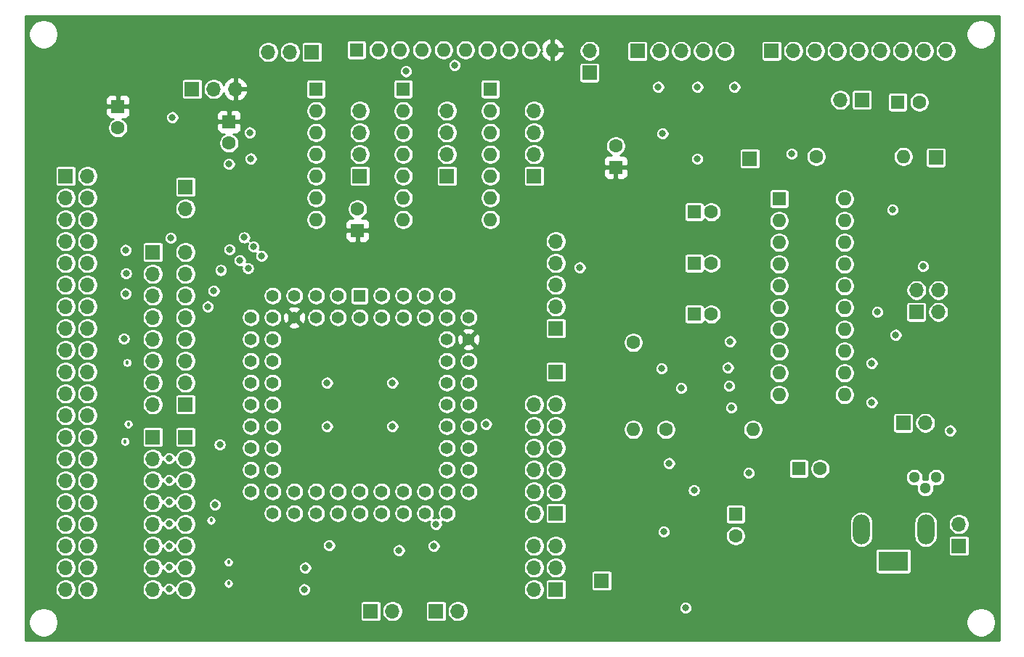
<source format=gbr>
%TF.GenerationSoftware,KiCad,Pcbnew,(5.1.10)-1*%
%TF.CreationDate,2021-06-15T10:49:33-05:00*%
%TF.ProjectId,gd VGC proto pcb,67642056-4743-4207-9072-6f746f207063,rev?*%
%TF.SameCoordinates,Original*%
%TF.FileFunction,Copper,L3,Inr*%
%TF.FilePolarity,Positive*%
%FSLAX46Y46*%
G04 Gerber Fmt 4.6, Leading zero omitted, Abs format (unit mm)*
G04 Created by KiCad (PCBNEW (5.1.10)-1) date 2021-06-15 10:49:33*
%MOMM*%
%LPD*%
G01*
G04 APERTURE LIST*
%TA.AperFunction,ComponentPad*%
%ADD10C,1.300000*%
%TD*%
%TA.AperFunction,ComponentPad*%
%ADD11C,1.600000*%
%TD*%
%TA.AperFunction,ComponentPad*%
%ADD12R,1.600000X1.600000*%
%TD*%
%TA.AperFunction,ComponentPad*%
%ADD13O,1.700000X1.700000*%
%TD*%
%TA.AperFunction,ComponentPad*%
%ADD14R,1.700000X1.700000*%
%TD*%
%TA.AperFunction,ComponentPad*%
%ADD15C,1.422400*%
%TD*%
%TA.AperFunction,ComponentPad*%
%ADD16R,1.422400X1.422400*%
%TD*%
%TA.AperFunction,ComponentPad*%
%ADD17O,1.600000X1.600000*%
%TD*%
%TA.AperFunction,ComponentPad*%
%ADD18R,3.500000X2.300000*%
%TD*%
%TA.AperFunction,ComponentPad*%
%ADD19O,2.000000X3.500000*%
%TD*%
%TA.AperFunction,ViaPad*%
%ADD20C,0.800000*%
%TD*%
%TA.AperFunction,ViaPad*%
%ADD21C,0.457200*%
%TD*%
%TA.AperFunction,Conductor*%
%ADD22C,0.254000*%
%TD*%
%TA.AperFunction,Conductor*%
%ADD23C,0.100000*%
%TD*%
G04 APERTURE END LIST*
D10*
%TO.N,/J11-1*%
%TO.C,TF1*%
X187833000Y-115189000D03*
%TO.N,/R8-2*%
X185293000Y-115189000D03*
%TO.N,GND*%
X186563000Y-116459000D03*
%TD*%
D11*
%TO.N,GND*%
%TO.C,C24*%
X185888000Y-71374000D03*
D12*
%TO.N,+12V*%
X183388000Y-71374000D03*
%TD*%
D13*
%TO.N,-5V*%
%TO.C,J28*%
X147447000Y-65405000D03*
D14*
%TO.N,GND*%
X147447000Y-67945000D03*
%TD*%
D13*
%TO.N,+5V*%
%TO.C,J1*%
X106172000Y-69850000D03*
%TO.N,GND*%
X103632000Y-69850000D03*
D14*
X101092000Y-69850000D03*
%TD*%
D13*
%TO.N,+12V*%
%TO.C,J27*%
X176657000Y-71120000D03*
D14*
%TO.N,GND*%
X179197000Y-71120000D03*
%TD*%
D11*
%TO.N,GND*%
%TO.C,C22*%
X120396000Y-83860000D03*
D12*
%TO.N,+5V*%
X120396000Y-86360000D03*
%TD*%
D11*
%TO.N,GND*%
%TO.C,C21*%
X105410000Y-76160000D03*
D12*
%TO.N,+5V*%
X105410000Y-73660000D03*
%TD*%
D15*
%TO.N,/VID8*%
%TO.C,UF2*%
X120650000Y-96520000D03*
%TO.N,/VID10*%
X118110000Y-96520000D03*
%TO.N,/COMP-SYN*%
X115570000Y-96520000D03*
%TO.N,+5V*%
X113030000Y-96520000D03*
%TO.N,/VID6*%
X123190000Y-96520000D03*
%TO.N,/VID4*%
X125730000Y-96520000D03*
%TO.N,/VID2*%
X128270000Y-96520000D03*
%TO.N,/VID0*%
X130810000Y-96520000D03*
D16*
%TO.N,/VID7*%
X120650000Y-93980000D03*
D15*
%TO.N,/VID9*%
X118110000Y-93980000D03*
%TO.N,/VID11*%
X115570000Y-93980000D03*
%TO.N,/MONO-COLOR*%
X113030000Y-93980000D03*
%TO.N,GND*%
X110490000Y-93980000D03*
%TO.N,/VID5*%
X123190000Y-93980000D03*
%TO.N,/VID3*%
X125730000Y-93980000D03*
%TO.N,/VID1*%
X128270000Y-93980000D03*
%TO.N,/28M*%
X110490000Y-96520000D03*
%TO.N,/ADBUS6*%
X110490000Y-99060000D03*
%TO.N,/ADBUS4*%
X110490000Y-101600000D03*
%TO.N,/ADBUS2*%
X110490000Y-104140000D03*
%TO.N,/ADBUS0*%
X110490000Y-106680000D03*
%TO.N,/RGB4.H*%
X110490000Y-109220000D03*
%TO.N,/RGB1.H*%
X110490000Y-111760000D03*
%TO.N,/MDBUS1*%
X110490000Y-114300000D03*
%TO.N,/14M.H*%
X107950000Y-96520000D03*
%TO.N,/ADBUS7*%
X107950000Y-99060000D03*
%TO.N,/ADBUS5*%
X107950000Y-101600000D03*
%TO.N,/ADBUS3*%
X107950000Y-104140000D03*
%TO.N,/ADBUS1*%
X107950000Y-106680000D03*
%TO.N,/RGB8.H*%
X107950000Y-109220000D03*
%TO.N,/RGB2.H*%
X107950000Y-111760000D03*
%TO.N,/MDBUS0*%
X107950000Y-114300000D03*
%TO.N,/MDBUS2*%
X107950000Y-116840000D03*
%TO.N,/MDBUS4*%
X110490000Y-116840000D03*
%TO.N,/MDBUS6*%
X113030000Y-116840000D03*
%TO.N,/RABUS0*%
X115570000Y-116840000D03*
%TO.N,/RABUS2*%
X118110000Y-116840000D03*
%TO.N,/RABUS4*%
X120650000Y-116840000D03*
%TO.N,/RABUS6*%
X123190000Y-116840000D03*
%TO.N,/UH2-40*%
X125730000Y-116840000D03*
%TO.N,/U18TEST*%
X128270000Y-116840000D03*
%TO.N,/UH2-44*%
X133350000Y-116840000D03*
%TO.N,/MDBUS3*%
X110490000Y-119380000D03*
%TO.N,/MDBUS5*%
X113030000Y-119380000D03*
%TO.N,/MDBUS7*%
X115570000Y-119380000D03*
%TO.N,/RABUS1*%
X118110000Y-119380000D03*
%TO.N,/RABUS3*%
X120650000Y-119380000D03*
%TO.N,/RABUS5*%
X123190000Y-119380000D03*
%TO.N,/RABUS7*%
X125730000Y-119380000D03*
%TO.N,/IRQ.L*%
X128270000Y-119380000D03*
%TO.N,/UH2-43*%
X130810000Y-119380000D03*
%TO.N,/PH0.H*%
X130810000Y-116840000D03*
%TO.N,/RESET.L*%
X130810000Y-114300000D03*
%TO.N,/FLIP6.H*%
X130810000Y-111760000D03*
%TO.N,/HDSEL.H*%
X130810000Y-109220000D03*
%TO.N,/M2SEL.L*%
X130810000Y-106680000D03*
%TO.N,/UG3-1*%
X130810000Y-104140000D03*
%TO.N,N/C*%
X130810000Y-101600000D03*
%TO.N,GND*%
X130810000Y-99060000D03*
%TO.N,/3.5DIK*%
X130810000Y-93980000D03*
%TO.N,/A2R-W.H*%
X133350000Y-114300000D03*
%TO.N,/FLIP7.H*%
X133350000Y-111760000D03*
%TO.N,/BABUS12*%
X133350000Y-109220000D03*
%TO.N,/VBL.L*%
X133350000Y-106680000D03*
%TO.N,/UG3-5*%
X133350000Y-104140000D03*
%TO.N,/UG3-7*%
X133350000Y-101600000D03*
%TO.N,+5V*%
X133350000Y-99060000D03*
%TO.N,/STRETCH.L*%
X133350000Y-96520000D03*
%TD*%
D11*
%TO.N,GND*%
%TO.C,C61*%
X150495000Y-76494000D03*
D12*
%TO.N,+5V*%
X150495000Y-78994000D03*
%TD*%
D11*
%TO.N,GND*%
%TO.C,C16*%
X92456000Y-74382000D03*
D12*
%TO.N,+5V*%
X92456000Y-71882000D03*
%TD*%
D11*
%TO.N,/R54-1*%
%TO.C,C6*%
X174331000Y-114173000D03*
D12*
%TO.N,/UC2-9*%
X171831000Y-114173000D03*
%TD*%
D11*
%TO.N,/UC2-3*%
%TO.C,C13*%
X161639000Y-84201000D03*
D12*
%TO.N,/H4-6*%
X159639000Y-84201000D03*
%TD*%
D11*
%TO.N,/UC2-4*%
%TO.C,C5*%
X161639000Y-90195400D03*
D12*
%TO.N,/H3-6*%
X159639000Y-90195400D03*
%TD*%
D11*
%TO.N,/UC2-5*%
%TO.C,C4*%
X161639000Y-96139000D03*
D12*
%TO.N,/H2-6*%
X159639000Y-96139000D03*
%TD*%
D11*
%TO.N,GND*%
%TO.C,C60*%
X164465000Y-122007000D03*
D12*
%TO.N,/R14-2*%
X164465000Y-119507000D03*
%TD*%
D13*
%TO.N,/RGB2.H*%
%TO.C,J20*%
X96520000Y-106680000D03*
X96520000Y-104140000D03*
%TO.N,/RGB1.H*%
X96520000Y-101600000D03*
X96520000Y-99060000D03*
%TO.N,/RGB8.H*%
X96520000Y-96520000D03*
X96520000Y-93980000D03*
%TO.N,/RGB4.H*%
X96520000Y-91440000D03*
D14*
X96520000Y-88900000D03*
%TD*%
D13*
%TO.N,/ADBUS7*%
%TO.C,J3*%
X100330000Y-88900000D03*
%TO.N,/ADBUS6*%
X100330000Y-91440000D03*
%TO.N,/ADBUS5*%
X100330000Y-93980000D03*
%TO.N,/ADBUS4*%
X100330000Y-96520000D03*
%TO.N,/ADBUS3*%
X100330000Y-99060000D03*
%TO.N,/ADBUS2*%
X100330000Y-101600000D03*
%TO.N,/ADBUS1*%
X100330000Y-104140000D03*
D14*
%TO.N,/ADBUS0*%
X100330000Y-106680000D03*
%TD*%
D13*
%TO.N,/SYNC.L*%
%TO.C,J26*%
X124460000Y-130810000D03*
D14*
X121920000Y-130810000D03*
%TD*%
D13*
%TO.N,/A2R-W.H*%
%TO.C,J23*%
X140970000Y-123190000D03*
X143510000Y-123190000D03*
%TO.N,/RESET.L*%
X140970000Y-125730000D03*
X143510000Y-125730000D03*
%TO.N,/IRQ.L*%
X140970000Y-128270000D03*
D14*
X143510000Y-128270000D03*
%TD*%
D13*
%TO.N,/STRETCH.L*%
%TO.C,J22*%
X140970000Y-106680000D03*
X143510000Y-106680000D03*
%TO.N,/M2SEL.L*%
X140970000Y-109220000D03*
X143510000Y-109220000D03*
%TO.N,/BABUS12*%
X140970000Y-111760000D03*
X143510000Y-111760000D03*
%TO.N,/HDSEL.H*%
X140970000Y-114300000D03*
X143510000Y-114300000D03*
%TO.N,/FLIP7.H*%
X140970000Y-116840000D03*
X143510000Y-116840000D03*
%TO.N,/FLIP6.H*%
X140970000Y-119380000D03*
D14*
X143510000Y-119380000D03*
%TD*%
D13*
%TO.N,CREF.L*%
%TO.C,J19*%
X188087000Y-93345000D03*
X188087000Y-95885000D03*
%TO.N,CREF.H*%
X185547000Y-93345000D03*
D14*
X185547000Y-95885000D03*
%TD*%
D13*
%TO.N,GND*%
%TO.C,J25*%
X88900000Y-128270000D03*
%TO.N,/PH0.H*%
X86360000Y-128270000D03*
%TO.N,GND*%
X88900000Y-125730000D03*
X86360000Y-125730000D03*
%TO.N,/MDBUS7*%
X88900000Y-123190000D03*
%TO.N,/RABUS7*%
X86360000Y-123190000D03*
%TO.N,/MDBUS6*%
X88900000Y-120650000D03*
%TO.N,/RABUS6*%
X86360000Y-120650000D03*
%TO.N,/MDBUS5*%
X88900000Y-118110000D03*
%TO.N,/RABUS5*%
X86360000Y-118110000D03*
%TO.N,GND*%
X88900000Y-115570000D03*
%TO.N,/RABUS4*%
X86360000Y-115570000D03*
%TO.N,/MDBUS4*%
X88900000Y-113030000D03*
%TO.N,GND*%
X86360000Y-113030000D03*
%TO.N,/MDBUS3*%
X88900000Y-110490000D03*
%TO.N,/RABUS3*%
X86360000Y-110490000D03*
%TO.N,/MDBUS2*%
X88900000Y-107950000D03*
%TO.N,/RABUS2*%
X86360000Y-107950000D03*
%TO.N,GND*%
X88900000Y-105410000D03*
%TO.N,/RABUS1*%
X86360000Y-105410000D03*
%TO.N,Net-(J25-Pad20)*%
X88900000Y-102870000D03*
%TO.N,GND*%
X86360000Y-102870000D03*
%TO.N,/MDBUS1*%
X88900000Y-100330000D03*
%TO.N,/RABUS0*%
X86360000Y-100330000D03*
%TO.N,/MDBUS0*%
X88900000Y-97790000D03*
%TO.N,/ADBUS0*%
X86360000Y-97790000D03*
%TO.N,GND*%
X88900000Y-95250000D03*
%TO.N,/ADBUS1*%
X86360000Y-95250000D03*
%TO.N,/ADBUS2*%
X88900000Y-92710000D03*
%TO.N,GND*%
X86360000Y-92710000D03*
%TO.N,/ADBUS4*%
X88900000Y-90170000D03*
%TO.N,/ADBUS3*%
X86360000Y-90170000D03*
%TO.N,/ADBUS6*%
X88900000Y-87630000D03*
%TO.N,/ADBUS5*%
X86360000Y-87630000D03*
%TO.N,GND*%
X88900000Y-85090000D03*
%TO.N,/ADBUS7*%
X86360000Y-85090000D03*
%TO.N,GND*%
X88900000Y-82550000D03*
X86360000Y-82550000D03*
%TO.N,/14MD.H*%
X88900000Y-80010000D03*
D14*
%TO.N,GND*%
X86360000Y-80010000D03*
%TD*%
D13*
%TO.N,GND*%
%TO.C,J24*%
X132080000Y-130810000D03*
D14*
%TO.N,/PH0.H*%
X129540000Y-130810000D03*
%TD*%
D13*
%TO.N,GND*%
%TO.C,J21*%
X100330000Y-83820000D03*
D14*
%TO.N,/14MD.H*%
X100330000Y-81280000D03*
%TD*%
D17*
%TO.N,/COMSYNC*%
%TO.C,L12*%
X184023000Y-77724000D03*
D11*
%TO.N,/R114-2*%
X173863000Y-77724000D03*
%TD*%
D13*
%TO.N,/J11-1*%
%TO.C,J18*%
X186563000Y-108839000D03*
D14*
%TO.N,GND*%
X184023000Y-108839000D03*
%TD*%
D13*
%TO.N,Net-(J11-Pad3)*%
%TO.C,J17*%
X190500000Y-120650000D03*
D14*
%TO.N,GND*%
X190500000Y-123190000D03*
%TD*%
D13*
%TO.N,/3.5DIK*%
%TO.C,J16*%
X143510000Y-87630000D03*
%TO.N,/UG3-1*%
X143510000Y-90170000D03*
%TO.N,/UG3-7*%
X143510000Y-92710000D03*
%TO.N,/UG3-6*%
X143510000Y-95250000D03*
D14*
%TO.N,/UG3-5*%
X143510000Y-97790000D03*
%TD*%
%TO.N,/VBL.L*%
%TO.C,J15*%
X143510000Y-102870000D03*
%TD*%
%TO.N,/MONO-COLOR*%
%TO.C,J14*%
X148844000Y-127254000D03*
%TD*%
%TO.N,/COMSYNC*%
%TO.C,J13*%
X187833000Y-77851000D03*
%TD*%
D13*
%TO.N,/MDBUS7*%
%TO.C,J12*%
X100330000Y-128270000D03*
%TO.N,/MDBUS6*%
X100330000Y-125730000D03*
%TO.N,/MDBUS5*%
X100330000Y-123190000D03*
%TO.N,/MDBUS4*%
X100330000Y-120650000D03*
%TO.N,/MDBUS3*%
X100330000Y-118110000D03*
%TO.N,/MDBUS2*%
X100330000Y-115570000D03*
%TO.N,/MDBUS1*%
X100330000Y-113030000D03*
D14*
%TO.N,/MDBUS0*%
X100330000Y-110490000D03*
%TD*%
D13*
%TO.N,GND*%
%TO.C,J10*%
X188976000Y-65405000D03*
%TO.N,/R54-2*%
X186436000Y-65405000D03*
%TO.N,/COMSYNC*%
X183896000Y-65405000D03*
%TO.N,Net-(J10-Pad6)*%
X181356000Y-65405000D03*
%TO.N,GND*%
X178816000Y-65405000D03*
%TO.N,Net-(J10-Pad4)*%
X176276000Y-65405000D03*
%TO.N,/COMP-RED*%
X173736000Y-65405000D03*
%TO.N,/COMP-GREEN*%
X171196000Y-65405000D03*
D14*
%TO.N,/COMP-BLUE*%
X168656000Y-65405000D03*
%TD*%
%TO.N,/COMP-SYN*%
%TO.C,J9*%
X166116000Y-77978000D03*
%TD*%
D13*
%TO.N,/RABUS7*%
%TO.C,J8*%
X96520000Y-128270000D03*
%TO.N,/RABUS6*%
X96520000Y-125730000D03*
%TO.N,/RABUS5*%
X96520000Y-123190000D03*
%TO.N,/RABUS4*%
X96520000Y-120650000D03*
%TO.N,/RABUS3*%
X96520000Y-118110000D03*
%TO.N,/RABUS2*%
X96520000Y-115570000D03*
%TO.N,/RABUS1*%
X96520000Y-113030000D03*
D14*
%TO.N,/RABUS0*%
X96520000Y-110490000D03*
%TD*%
D13*
%TO.N,/VID11*%
%TO.C,J7*%
X120650000Y-72390000D03*
%TO.N,/VID10*%
X120650000Y-74930000D03*
%TO.N,/VID9*%
X120650000Y-77470000D03*
D14*
%TO.N,/VID8*%
X120650000Y-80010000D03*
%TD*%
D13*
%TO.N,/COMP-RED*%
%TO.C,J6*%
X163195000Y-65428000D03*
%TO.N,GND*%
X160655000Y-65428000D03*
%TO.N,/COMP-GREEN*%
X158115000Y-65428000D03*
%TO.N,GND*%
X155575000Y-65428000D03*
D14*
%TO.N,/COMP-BLUE*%
X153035000Y-65428000D03*
%TD*%
D13*
%TO.N,/VID7*%
%TO.C,J5*%
X130810000Y-72390000D03*
%TO.N,/VID6*%
X130810000Y-74930000D03*
%TO.N,/VID5*%
X130810000Y-77470000D03*
D14*
%TO.N,/VID4*%
X130810000Y-80010000D03*
%TD*%
D13*
%TO.N,/H4-1*%
%TO.C,J4*%
X109982000Y-65532000D03*
%TO.N,/H3-1*%
X112522000Y-65532000D03*
D14*
%TO.N,/H2-1*%
X115062000Y-65532000D03*
%TD*%
D13*
%TO.N,/VID3*%
%TO.C,J2*%
X140970000Y-72390000D03*
%TO.N,/VID2*%
X140970000Y-74930000D03*
%TO.N,/VID1*%
X140970000Y-77470000D03*
D14*
%TO.N,/VID0*%
X140970000Y-80010000D03*
%TD*%
D17*
%TO.N,/UC2-20*%
%TO.C,UB2*%
X177165000Y-82677000D03*
%TO.N,/UC2-10*%
X169545000Y-105537000D03*
%TO.N,/UC2-19*%
X177165000Y-85217000D03*
%TO.N,/UC2-9*%
X169545000Y-102997000D03*
%TO.N,Net-(UB2-Pad18)*%
X177165000Y-87757000D03*
%TO.N,/UC2-8*%
X169545000Y-100457000D03*
%TO.N,/UC2-17*%
X177165000Y-90297000D03*
%TO.N,/UC2-7*%
X169545000Y-97917000D03*
%TO.N,/UC2-16*%
X177165000Y-92837000D03*
%TO.N,/UC2-6*%
X169545000Y-95377000D03*
%TO.N,GND*%
X177165000Y-95377000D03*
%TO.N,/UC2-5*%
X169545000Y-92837000D03*
%TO.N,+12V*%
X177165000Y-97917000D03*
%TO.N,/UC2-4*%
X169545000Y-90297000D03*
%TO.N,/UC2-13*%
X177165000Y-100457000D03*
%TO.N,/UC2-3*%
X169545000Y-87757000D03*
%TO.N,/UC2-12*%
X177165000Y-102997000D03*
%TO.N,/COMP-SYN*%
X169545000Y-85217000D03*
%TO.N,/UC2-11*%
X177165000Y-105537000D03*
D12*
%TO.N,Net-(C8-Pad2)*%
X169545000Y-82677000D03*
%TD*%
D17*
%TO.N,/UC2-8*%
%TO.C,L4*%
X166497000Y-109601000D03*
D11*
%TO.N,/L4-1*%
X156337000Y-109601000D03*
%TD*%
D17*
%TO.N,/L4-1*%
%TO.C,L3*%
X152545000Y-109601000D03*
D11*
%TO.N,/L3-1*%
X152545000Y-99441000D03*
%TD*%
D18*
%TO.N,GND*%
%TO.C,J11*%
X182880000Y-124968000D03*
D19*
%TO.N,/J11-1*%
X179130000Y-121268000D03*
%TO.N,Net-(J11-Pad3)*%
X186630000Y-121268000D03*
%TD*%
D17*
%TO.N,GND*%
%TO.C,H4*%
X115570000Y-85090000D03*
%TO.N,/H4-6*%
X115570000Y-82550000D03*
%TO.N,/VID8*%
X115570000Y-80010000D03*
%TO.N,/VID9*%
X115570000Y-77470000D03*
%TO.N,/VID10*%
X115570000Y-74930000D03*
%TO.N,/VID11*%
X115570000Y-72390000D03*
D12*
%TO.N,/H4-1*%
X115570000Y-69850000D03*
%TD*%
D17*
%TO.N,GND*%
%TO.C,H3*%
X125730000Y-85090000D03*
%TO.N,/H3-6*%
X125730000Y-82550000D03*
%TO.N,/VID4*%
X125730000Y-80010000D03*
%TO.N,/VID5*%
X125730000Y-77470000D03*
%TO.N,/VID6*%
X125730000Y-74930000D03*
%TO.N,/VID7*%
X125730000Y-72390000D03*
D12*
%TO.N,/H3-1*%
X125730000Y-69850000D03*
%TD*%
D17*
%TO.N,GND*%
%TO.C,H2*%
X135890000Y-85090000D03*
%TO.N,/H2-6*%
X135890000Y-82550000D03*
%TO.N,/VID0*%
X135890000Y-80010000D03*
%TO.N,/VID1*%
X135890000Y-77470000D03*
%TO.N,/VID2*%
X135890000Y-74930000D03*
%TO.N,/VID3*%
X135890000Y-72390000D03*
D12*
%TO.N,/H2-1*%
X135890000Y-69850000D03*
%TD*%
D17*
%TO.N,+5V*%
%TO.C,H1*%
X143129000Y-65278000D03*
%TO.N,/COMP-BLUE*%
X140589000Y-65278000D03*
%TO.N,-5V*%
X138049000Y-65278000D03*
%TO.N,/H2-1*%
X135509000Y-65278000D03*
%TO.N,GND*%
X132969000Y-65278000D03*
%TO.N,/H3-1*%
X130429000Y-65278000D03*
%TO.N,/COMP-GREEN*%
X127889000Y-65278000D03*
%TO.N,/COMP-SYN*%
X125349000Y-65278000D03*
%TO.N,/H4-1*%
X122809000Y-65278000D03*
D12*
%TO.N,/COMP-RED*%
X120269000Y-65278000D03*
%TD*%
D20*
%TO.N,+5V*%
X151892000Y-129032000D03*
X132588000Y-127000000D03*
X122174000Y-126746000D03*
X102997000Y-72517000D03*
X109093000Y-72898000D03*
X191262000Y-109728000D03*
%TO.N,GND*%
X156083000Y-121539000D03*
X158623000Y-130429000D03*
X155829000Y-102489000D03*
X158115000Y-104775000D03*
X163957000Y-107061000D03*
X180975000Y-95885000D03*
X186309000Y-90551000D03*
X182753000Y-83947000D03*
X159619990Y-116713000D03*
X125222000Y-123698000D03*
X135382000Y-108966000D03*
X107823000Y-74930000D03*
X98806000Y-73152000D03*
X105410000Y-78613000D03*
X107950000Y-77978000D03*
X180340000Y-101854000D03*
X180340000Y-106426000D03*
X189484000Y-109728000D03*
X183134000Y-98552000D03*
X171003000Y-77409000D03*
X164338000Y-69596000D03*
X160020000Y-69596000D03*
X155448000Y-69596000D03*
X163830000Y-99314000D03*
X163576000Y-102362000D03*
X114300000Y-125730000D03*
X114173000Y-128270000D03*
X116840000Y-104140000D03*
X124460000Y-104140000D03*
X124460000Y-109220000D03*
X116840000Y-109220000D03*
X98425000Y-128206500D03*
X98425000Y-125666500D03*
X98425000Y-123190000D03*
X98425000Y-120586500D03*
X98425000Y-118046500D03*
X98425000Y-115506500D03*
X98425000Y-112966500D03*
X117094000Y-123126500D03*
X104330500Y-111379000D03*
X102933500Y-95250000D03*
X103632000Y-93408500D03*
X104457500Y-90995500D03*
X107188000Y-87185500D03*
X108267500Y-88265000D03*
X109220000Y-89344500D03*
X105473500Y-88582500D03*
X106680000Y-89852500D03*
X107632500Y-90805000D03*
X98615500Y-87249000D03*
X93345000Y-88646000D03*
X93408500Y-91376500D03*
X93345000Y-93726000D03*
X93154500Y-98996500D03*
X103759000Y-118364000D03*
D21*
X105346500Y-127571500D03*
X105346500Y-125095000D03*
X103314500Y-120205500D03*
X93535500Y-101790500D03*
X93281500Y-110998000D03*
X93662500Y-108966000D03*
D20*
%TO.N,/H2-1*%
X131699000Y-67056000D03*
%TO.N,/H3-1*%
X126037454Y-67786210D03*
%TO.N,/COMP-SYN*%
X160004000Y-77994000D03*
%TO.N,/MONO-COLOR*%
X146304000Y-90678000D03*
%TO.N,+12V*%
X155956000Y-75057000D03*
X165989000Y-114681000D03*
%TO.N,/UC2-9*%
X163703000Y-104521000D03*
%TO.N,/M2SEL.L*%
X156718000Y-113538000D03*
%TO.N,/U18TEST*%
X129540000Y-120650000D03*
X129286000Y-123190000D03*
%TD*%
D22*
%TO.N,+5V*%
X195174001Y-134214000D02*
X81686000Y-134214000D01*
X81686000Y-131949511D01*
X82049000Y-131949511D01*
X82049000Y-132290489D01*
X82115521Y-132624914D01*
X82246007Y-132939936D01*
X82435444Y-133223448D01*
X82676552Y-133464556D01*
X82960064Y-133653993D01*
X83275086Y-133784479D01*
X83609511Y-133851000D01*
X83950489Y-133851000D01*
X84284914Y-133784479D01*
X84599936Y-133653993D01*
X84883448Y-133464556D01*
X85124556Y-133223448D01*
X85313993Y-132939936D01*
X85444479Y-132624914D01*
X85511000Y-132290489D01*
X85511000Y-131949511D01*
X85444479Y-131615086D01*
X85313993Y-131300064D01*
X85124556Y-131016552D01*
X84883448Y-130775444D01*
X84599936Y-130586007D01*
X84284914Y-130455521D01*
X83950489Y-130389000D01*
X83609511Y-130389000D01*
X83275086Y-130455521D01*
X82960064Y-130586007D01*
X82676552Y-130775444D01*
X82435444Y-131016552D01*
X82246007Y-131300064D01*
X82115521Y-131615086D01*
X82049000Y-131949511D01*
X81686000Y-131949511D01*
X81686000Y-129960000D01*
X120687157Y-129960000D01*
X120687157Y-131660000D01*
X120694513Y-131734689D01*
X120716299Y-131806508D01*
X120751678Y-131872696D01*
X120799289Y-131930711D01*
X120857304Y-131978322D01*
X120923492Y-132013701D01*
X120995311Y-132035487D01*
X121070000Y-132042843D01*
X122770000Y-132042843D01*
X122844689Y-132035487D01*
X122916508Y-132013701D01*
X122982696Y-131978322D01*
X123040711Y-131930711D01*
X123088322Y-131872696D01*
X123123701Y-131806508D01*
X123145487Y-131734689D01*
X123152843Y-131660000D01*
X123152843Y-130688757D01*
X123229000Y-130688757D01*
X123229000Y-130931243D01*
X123276307Y-131169069D01*
X123369102Y-131393097D01*
X123503820Y-131594717D01*
X123675283Y-131766180D01*
X123876903Y-131900898D01*
X124100931Y-131993693D01*
X124338757Y-132041000D01*
X124581243Y-132041000D01*
X124819069Y-131993693D01*
X125043097Y-131900898D01*
X125244717Y-131766180D01*
X125416180Y-131594717D01*
X125550898Y-131393097D01*
X125643693Y-131169069D01*
X125691000Y-130931243D01*
X125691000Y-130688757D01*
X125643693Y-130450931D01*
X125550898Y-130226903D01*
X125416180Y-130025283D01*
X125350897Y-129960000D01*
X128307157Y-129960000D01*
X128307157Y-131660000D01*
X128314513Y-131734689D01*
X128336299Y-131806508D01*
X128371678Y-131872696D01*
X128419289Y-131930711D01*
X128477304Y-131978322D01*
X128543492Y-132013701D01*
X128615311Y-132035487D01*
X128690000Y-132042843D01*
X130390000Y-132042843D01*
X130464689Y-132035487D01*
X130536508Y-132013701D01*
X130602696Y-131978322D01*
X130660711Y-131930711D01*
X130708322Y-131872696D01*
X130743701Y-131806508D01*
X130765487Y-131734689D01*
X130772843Y-131660000D01*
X130772843Y-130688757D01*
X130849000Y-130688757D01*
X130849000Y-130931243D01*
X130896307Y-131169069D01*
X130989102Y-131393097D01*
X131123820Y-131594717D01*
X131295283Y-131766180D01*
X131496903Y-131900898D01*
X131720931Y-131993693D01*
X131958757Y-132041000D01*
X132201243Y-132041000D01*
X132439069Y-131993693D01*
X132545734Y-131949511D01*
X191349000Y-131949511D01*
X191349000Y-132290489D01*
X191415521Y-132624914D01*
X191546007Y-132939936D01*
X191735444Y-133223448D01*
X191976552Y-133464556D01*
X192260064Y-133653993D01*
X192575086Y-133784479D01*
X192909511Y-133851000D01*
X193250489Y-133851000D01*
X193584914Y-133784479D01*
X193899936Y-133653993D01*
X194183448Y-133464556D01*
X194424556Y-133223448D01*
X194613993Y-132939936D01*
X194744479Y-132624914D01*
X194811000Y-132290489D01*
X194811000Y-131949511D01*
X194744479Y-131615086D01*
X194613993Y-131300064D01*
X194424556Y-131016552D01*
X194183448Y-130775444D01*
X193899936Y-130586007D01*
X193584914Y-130455521D01*
X193250489Y-130389000D01*
X192909511Y-130389000D01*
X192575086Y-130455521D01*
X192260064Y-130586007D01*
X191976552Y-130775444D01*
X191735444Y-131016552D01*
X191546007Y-131300064D01*
X191415521Y-131615086D01*
X191349000Y-131949511D01*
X132545734Y-131949511D01*
X132663097Y-131900898D01*
X132864717Y-131766180D01*
X133036180Y-131594717D01*
X133170898Y-131393097D01*
X133263693Y-131169069D01*
X133311000Y-130931243D01*
X133311000Y-130688757D01*
X133263693Y-130450931D01*
X133222747Y-130352078D01*
X157842000Y-130352078D01*
X157842000Y-130505922D01*
X157872013Y-130656809D01*
X157930887Y-130798942D01*
X158016358Y-130926859D01*
X158125141Y-131035642D01*
X158253058Y-131121113D01*
X158395191Y-131179987D01*
X158546078Y-131210000D01*
X158699922Y-131210000D01*
X158850809Y-131179987D01*
X158992942Y-131121113D01*
X159120859Y-131035642D01*
X159229642Y-130926859D01*
X159315113Y-130798942D01*
X159373987Y-130656809D01*
X159404000Y-130505922D01*
X159404000Y-130352078D01*
X159373987Y-130201191D01*
X159315113Y-130059058D01*
X159229642Y-129931141D01*
X159120859Y-129822358D01*
X158992942Y-129736887D01*
X158850809Y-129678013D01*
X158699922Y-129648000D01*
X158546078Y-129648000D01*
X158395191Y-129678013D01*
X158253058Y-129736887D01*
X158125141Y-129822358D01*
X158016358Y-129931141D01*
X157930887Y-130059058D01*
X157872013Y-130201191D01*
X157842000Y-130352078D01*
X133222747Y-130352078D01*
X133170898Y-130226903D01*
X133036180Y-130025283D01*
X132864717Y-129853820D01*
X132663097Y-129719102D01*
X132439069Y-129626307D01*
X132201243Y-129579000D01*
X131958757Y-129579000D01*
X131720931Y-129626307D01*
X131496903Y-129719102D01*
X131295283Y-129853820D01*
X131123820Y-130025283D01*
X130989102Y-130226903D01*
X130896307Y-130450931D01*
X130849000Y-130688757D01*
X130772843Y-130688757D01*
X130772843Y-129960000D01*
X130765487Y-129885311D01*
X130743701Y-129813492D01*
X130708322Y-129747304D01*
X130660711Y-129689289D01*
X130602696Y-129641678D01*
X130536508Y-129606299D01*
X130464689Y-129584513D01*
X130390000Y-129577157D01*
X128690000Y-129577157D01*
X128615311Y-129584513D01*
X128543492Y-129606299D01*
X128477304Y-129641678D01*
X128419289Y-129689289D01*
X128371678Y-129747304D01*
X128336299Y-129813492D01*
X128314513Y-129885311D01*
X128307157Y-129960000D01*
X125350897Y-129960000D01*
X125244717Y-129853820D01*
X125043097Y-129719102D01*
X124819069Y-129626307D01*
X124581243Y-129579000D01*
X124338757Y-129579000D01*
X124100931Y-129626307D01*
X123876903Y-129719102D01*
X123675283Y-129853820D01*
X123503820Y-130025283D01*
X123369102Y-130226903D01*
X123276307Y-130450931D01*
X123229000Y-130688757D01*
X123152843Y-130688757D01*
X123152843Y-129960000D01*
X123145487Y-129885311D01*
X123123701Y-129813492D01*
X123088322Y-129747304D01*
X123040711Y-129689289D01*
X122982696Y-129641678D01*
X122916508Y-129606299D01*
X122844689Y-129584513D01*
X122770000Y-129577157D01*
X121070000Y-129577157D01*
X120995311Y-129584513D01*
X120923492Y-129606299D01*
X120857304Y-129641678D01*
X120799289Y-129689289D01*
X120751678Y-129747304D01*
X120716299Y-129813492D01*
X120694513Y-129885311D01*
X120687157Y-129960000D01*
X81686000Y-129960000D01*
X81686000Y-128148757D01*
X85129000Y-128148757D01*
X85129000Y-128391243D01*
X85176307Y-128629069D01*
X85269102Y-128853097D01*
X85403820Y-129054717D01*
X85575283Y-129226180D01*
X85776903Y-129360898D01*
X86000931Y-129453693D01*
X86238757Y-129501000D01*
X86481243Y-129501000D01*
X86719069Y-129453693D01*
X86943097Y-129360898D01*
X87144717Y-129226180D01*
X87316180Y-129054717D01*
X87450898Y-128853097D01*
X87543693Y-128629069D01*
X87591000Y-128391243D01*
X87591000Y-128148757D01*
X87669000Y-128148757D01*
X87669000Y-128391243D01*
X87716307Y-128629069D01*
X87809102Y-128853097D01*
X87943820Y-129054717D01*
X88115283Y-129226180D01*
X88316903Y-129360898D01*
X88540931Y-129453693D01*
X88778757Y-129501000D01*
X89021243Y-129501000D01*
X89259069Y-129453693D01*
X89483097Y-129360898D01*
X89684717Y-129226180D01*
X89856180Y-129054717D01*
X89990898Y-128853097D01*
X90083693Y-128629069D01*
X90131000Y-128391243D01*
X90131000Y-128148757D01*
X95289000Y-128148757D01*
X95289000Y-128391243D01*
X95336307Y-128629069D01*
X95429102Y-128853097D01*
X95563820Y-129054717D01*
X95735283Y-129226180D01*
X95936903Y-129360898D01*
X96160931Y-129453693D01*
X96398757Y-129501000D01*
X96641243Y-129501000D01*
X96879069Y-129453693D01*
X97103097Y-129360898D01*
X97304717Y-129226180D01*
X97476180Y-129054717D01*
X97610898Y-128853097D01*
X97703693Y-128629069D01*
X97720236Y-128545901D01*
X97732887Y-128576442D01*
X97818358Y-128704359D01*
X97927141Y-128813142D01*
X98055058Y-128898613D01*
X98197191Y-128957487D01*
X98348078Y-128987500D01*
X98501922Y-128987500D01*
X98652809Y-128957487D01*
X98794942Y-128898613D01*
X98922859Y-128813142D01*
X99031642Y-128704359D01*
X99117113Y-128576442D01*
X99129764Y-128545901D01*
X99146307Y-128629069D01*
X99239102Y-128853097D01*
X99373820Y-129054717D01*
X99545283Y-129226180D01*
X99746903Y-129360898D01*
X99970931Y-129453693D01*
X100208757Y-129501000D01*
X100451243Y-129501000D01*
X100689069Y-129453693D01*
X100913097Y-129360898D01*
X101114717Y-129226180D01*
X101286180Y-129054717D01*
X101420898Y-128853097D01*
X101513693Y-128629069D01*
X101561000Y-128391243D01*
X101561000Y-128193078D01*
X113392000Y-128193078D01*
X113392000Y-128346922D01*
X113422013Y-128497809D01*
X113480887Y-128639942D01*
X113566358Y-128767859D01*
X113675141Y-128876642D01*
X113803058Y-128962113D01*
X113945191Y-129020987D01*
X114096078Y-129051000D01*
X114249922Y-129051000D01*
X114400809Y-129020987D01*
X114542942Y-128962113D01*
X114670859Y-128876642D01*
X114779642Y-128767859D01*
X114865113Y-128639942D01*
X114923987Y-128497809D01*
X114954000Y-128346922D01*
X114954000Y-128193078D01*
X114945185Y-128148757D01*
X139739000Y-128148757D01*
X139739000Y-128391243D01*
X139786307Y-128629069D01*
X139879102Y-128853097D01*
X140013820Y-129054717D01*
X140185283Y-129226180D01*
X140386903Y-129360898D01*
X140610931Y-129453693D01*
X140848757Y-129501000D01*
X141091243Y-129501000D01*
X141329069Y-129453693D01*
X141553097Y-129360898D01*
X141754717Y-129226180D01*
X141926180Y-129054717D01*
X142060898Y-128853097D01*
X142153693Y-128629069D01*
X142201000Y-128391243D01*
X142201000Y-128148757D01*
X142153693Y-127910931D01*
X142060898Y-127686903D01*
X141926180Y-127485283D01*
X141860897Y-127420000D01*
X142277157Y-127420000D01*
X142277157Y-129120000D01*
X142284513Y-129194689D01*
X142306299Y-129266508D01*
X142341678Y-129332696D01*
X142389289Y-129390711D01*
X142447304Y-129438322D01*
X142513492Y-129473701D01*
X142585311Y-129495487D01*
X142660000Y-129502843D01*
X144360000Y-129502843D01*
X144434689Y-129495487D01*
X144506508Y-129473701D01*
X144572696Y-129438322D01*
X144630711Y-129390711D01*
X144678322Y-129332696D01*
X144713701Y-129266508D01*
X144735487Y-129194689D01*
X144742843Y-129120000D01*
X144742843Y-127420000D01*
X144735487Y-127345311D01*
X144713701Y-127273492D01*
X144678322Y-127207304D01*
X144630711Y-127149289D01*
X144572696Y-127101678D01*
X144506508Y-127066299D01*
X144434689Y-127044513D01*
X144360000Y-127037157D01*
X142660000Y-127037157D01*
X142585311Y-127044513D01*
X142513492Y-127066299D01*
X142447304Y-127101678D01*
X142389289Y-127149289D01*
X142341678Y-127207304D01*
X142306299Y-127273492D01*
X142284513Y-127345311D01*
X142277157Y-127420000D01*
X141860897Y-127420000D01*
X141754717Y-127313820D01*
X141553097Y-127179102D01*
X141329069Y-127086307D01*
X141091243Y-127039000D01*
X140848757Y-127039000D01*
X140610931Y-127086307D01*
X140386903Y-127179102D01*
X140185283Y-127313820D01*
X140013820Y-127485283D01*
X139879102Y-127686903D01*
X139786307Y-127910931D01*
X139739000Y-128148757D01*
X114945185Y-128148757D01*
X114923987Y-128042191D01*
X114865113Y-127900058D01*
X114779642Y-127772141D01*
X114670859Y-127663358D01*
X114542942Y-127577887D01*
X114400809Y-127519013D01*
X114249922Y-127489000D01*
X114096078Y-127489000D01*
X113945191Y-127519013D01*
X113803058Y-127577887D01*
X113675141Y-127663358D01*
X113566358Y-127772141D01*
X113480887Y-127900058D01*
X113422013Y-128042191D01*
X113392000Y-128193078D01*
X101561000Y-128193078D01*
X101561000Y-128148757D01*
X101513693Y-127910931D01*
X101420898Y-127686903D01*
X101303671Y-127511460D01*
X104736900Y-127511460D01*
X104736900Y-127631540D01*
X104760326Y-127749314D01*
X104806279Y-127860254D01*
X104872992Y-127960098D01*
X104957902Y-128045008D01*
X105057746Y-128111721D01*
X105168686Y-128157674D01*
X105286460Y-128181100D01*
X105406540Y-128181100D01*
X105524314Y-128157674D01*
X105635254Y-128111721D01*
X105735098Y-128045008D01*
X105820008Y-127960098D01*
X105886721Y-127860254D01*
X105932674Y-127749314D01*
X105956100Y-127631540D01*
X105956100Y-127511460D01*
X105932674Y-127393686D01*
X105886721Y-127282746D01*
X105820008Y-127182902D01*
X105735098Y-127097992D01*
X105635254Y-127031279D01*
X105524314Y-126985326D01*
X105406540Y-126961900D01*
X105286460Y-126961900D01*
X105168686Y-126985326D01*
X105057746Y-127031279D01*
X104957902Y-127097992D01*
X104872992Y-127182902D01*
X104806279Y-127282746D01*
X104760326Y-127393686D01*
X104736900Y-127511460D01*
X101303671Y-127511460D01*
X101286180Y-127485283D01*
X101114717Y-127313820D01*
X100913097Y-127179102D01*
X100689069Y-127086307D01*
X100451243Y-127039000D01*
X100208757Y-127039000D01*
X99970931Y-127086307D01*
X99746903Y-127179102D01*
X99545283Y-127313820D01*
X99373820Y-127485283D01*
X99239102Y-127686903D01*
X99147113Y-127908984D01*
X99117113Y-127836558D01*
X99031642Y-127708641D01*
X98922859Y-127599858D01*
X98794942Y-127514387D01*
X98652809Y-127455513D01*
X98501922Y-127425500D01*
X98348078Y-127425500D01*
X98197191Y-127455513D01*
X98055058Y-127514387D01*
X97927141Y-127599858D01*
X97818358Y-127708641D01*
X97732887Y-127836558D01*
X97702887Y-127908984D01*
X97610898Y-127686903D01*
X97476180Y-127485283D01*
X97304717Y-127313820D01*
X97103097Y-127179102D01*
X96879069Y-127086307D01*
X96641243Y-127039000D01*
X96398757Y-127039000D01*
X96160931Y-127086307D01*
X95936903Y-127179102D01*
X95735283Y-127313820D01*
X95563820Y-127485283D01*
X95429102Y-127686903D01*
X95336307Y-127910931D01*
X95289000Y-128148757D01*
X90131000Y-128148757D01*
X90083693Y-127910931D01*
X89990898Y-127686903D01*
X89856180Y-127485283D01*
X89684717Y-127313820D01*
X89483097Y-127179102D01*
X89259069Y-127086307D01*
X89021243Y-127039000D01*
X88778757Y-127039000D01*
X88540931Y-127086307D01*
X88316903Y-127179102D01*
X88115283Y-127313820D01*
X87943820Y-127485283D01*
X87809102Y-127686903D01*
X87716307Y-127910931D01*
X87669000Y-128148757D01*
X87591000Y-128148757D01*
X87543693Y-127910931D01*
X87450898Y-127686903D01*
X87316180Y-127485283D01*
X87144717Y-127313820D01*
X86943097Y-127179102D01*
X86719069Y-127086307D01*
X86481243Y-127039000D01*
X86238757Y-127039000D01*
X86000931Y-127086307D01*
X85776903Y-127179102D01*
X85575283Y-127313820D01*
X85403820Y-127485283D01*
X85269102Y-127686903D01*
X85176307Y-127910931D01*
X85129000Y-128148757D01*
X81686000Y-128148757D01*
X81686000Y-125608757D01*
X85129000Y-125608757D01*
X85129000Y-125851243D01*
X85176307Y-126089069D01*
X85269102Y-126313097D01*
X85403820Y-126514717D01*
X85575283Y-126686180D01*
X85776903Y-126820898D01*
X86000931Y-126913693D01*
X86238757Y-126961000D01*
X86481243Y-126961000D01*
X86719069Y-126913693D01*
X86943097Y-126820898D01*
X87144717Y-126686180D01*
X87316180Y-126514717D01*
X87450898Y-126313097D01*
X87543693Y-126089069D01*
X87591000Y-125851243D01*
X87591000Y-125608757D01*
X87669000Y-125608757D01*
X87669000Y-125851243D01*
X87716307Y-126089069D01*
X87809102Y-126313097D01*
X87943820Y-126514717D01*
X88115283Y-126686180D01*
X88316903Y-126820898D01*
X88540931Y-126913693D01*
X88778757Y-126961000D01*
X89021243Y-126961000D01*
X89259069Y-126913693D01*
X89483097Y-126820898D01*
X89684717Y-126686180D01*
X89856180Y-126514717D01*
X89990898Y-126313097D01*
X90083693Y-126089069D01*
X90131000Y-125851243D01*
X90131000Y-125608757D01*
X95289000Y-125608757D01*
X95289000Y-125851243D01*
X95336307Y-126089069D01*
X95429102Y-126313097D01*
X95563820Y-126514717D01*
X95735283Y-126686180D01*
X95936903Y-126820898D01*
X96160931Y-126913693D01*
X96398757Y-126961000D01*
X96641243Y-126961000D01*
X96879069Y-126913693D01*
X97103097Y-126820898D01*
X97304717Y-126686180D01*
X97476180Y-126514717D01*
X97610898Y-126313097D01*
X97703693Y-126089069D01*
X97720236Y-126005901D01*
X97732887Y-126036442D01*
X97818358Y-126164359D01*
X97927141Y-126273142D01*
X98055058Y-126358613D01*
X98197191Y-126417487D01*
X98348078Y-126447500D01*
X98501922Y-126447500D01*
X98652809Y-126417487D01*
X98794942Y-126358613D01*
X98922859Y-126273142D01*
X99031642Y-126164359D01*
X99117113Y-126036442D01*
X99129764Y-126005901D01*
X99146307Y-126089069D01*
X99239102Y-126313097D01*
X99373820Y-126514717D01*
X99545283Y-126686180D01*
X99746903Y-126820898D01*
X99970931Y-126913693D01*
X100208757Y-126961000D01*
X100451243Y-126961000D01*
X100689069Y-126913693D01*
X100913097Y-126820898D01*
X101114717Y-126686180D01*
X101286180Y-126514717D01*
X101420898Y-126313097D01*
X101513693Y-126089069D01*
X101561000Y-125851243D01*
X101561000Y-125608757D01*
X101513693Y-125370931D01*
X101420898Y-125146903D01*
X101346101Y-125034960D01*
X104736900Y-125034960D01*
X104736900Y-125155040D01*
X104760326Y-125272814D01*
X104806279Y-125383754D01*
X104872992Y-125483598D01*
X104957902Y-125568508D01*
X105057746Y-125635221D01*
X105168686Y-125681174D01*
X105286460Y-125704600D01*
X105406540Y-125704600D01*
X105524314Y-125681174D01*
X105592143Y-125653078D01*
X113519000Y-125653078D01*
X113519000Y-125806922D01*
X113549013Y-125957809D01*
X113607887Y-126099942D01*
X113693358Y-126227859D01*
X113802141Y-126336642D01*
X113930058Y-126422113D01*
X114072191Y-126480987D01*
X114223078Y-126511000D01*
X114376922Y-126511000D01*
X114527809Y-126480987D01*
X114669942Y-126422113D01*
X114797859Y-126336642D01*
X114906642Y-126227859D01*
X114992113Y-126099942D01*
X115050987Y-125957809D01*
X115081000Y-125806922D01*
X115081000Y-125653078D01*
X115072185Y-125608757D01*
X139739000Y-125608757D01*
X139739000Y-125851243D01*
X139786307Y-126089069D01*
X139879102Y-126313097D01*
X140013820Y-126514717D01*
X140185283Y-126686180D01*
X140386903Y-126820898D01*
X140610931Y-126913693D01*
X140848757Y-126961000D01*
X141091243Y-126961000D01*
X141329069Y-126913693D01*
X141553097Y-126820898D01*
X141754717Y-126686180D01*
X141926180Y-126514717D01*
X142060898Y-126313097D01*
X142153693Y-126089069D01*
X142201000Y-125851243D01*
X142201000Y-125608757D01*
X142279000Y-125608757D01*
X142279000Y-125851243D01*
X142326307Y-126089069D01*
X142419102Y-126313097D01*
X142553820Y-126514717D01*
X142725283Y-126686180D01*
X142926903Y-126820898D01*
X143150931Y-126913693D01*
X143388757Y-126961000D01*
X143631243Y-126961000D01*
X143869069Y-126913693D01*
X144093097Y-126820898D01*
X144294717Y-126686180D01*
X144466180Y-126514717D01*
X144540158Y-126404000D01*
X147611157Y-126404000D01*
X147611157Y-128104000D01*
X147618513Y-128178689D01*
X147640299Y-128250508D01*
X147675678Y-128316696D01*
X147723289Y-128374711D01*
X147781304Y-128422322D01*
X147847492Y-128457701D01*
X147919311Y-128479487D01*
X147994000Y-128486843D01*
X149694000Y-128486843D01*
X149768689Y-128479487D01*
X149840508Y-128457701D01*
X149906696Y-128422322D01*
X149964711Y-128374711D01*
X150012322Y-128316696D01*
X150047701Y-128250508D01*
X150069487Y-128178689D01*
X150076843Y-128104000D01*
X150076843Y-126404000D01*
X150069487Y-126329311D01*
X150047701Y-126257492D01*
X150012322Y-126191304D01*
X149964711Y-126133289D01*
X149906696Y-126085678D01*
X149840508Y-126050299D01*
X149768689Y-126028513D01*
X149694000Y-126021157D01*
X147994000Y-126021157D01*
X147919311Y-126028513D01*
X147847492Y-126050299D01*
X147781304Y-126085678D01*
X147723289Y-126133289D01*
X147675678Y-126191304D01*
X147640299Y-126257492D01*
X147618513Y-126329311D01*
X147611157Y-126404000D01*
X144540158Y-126404000D01*
X144600898Y-126313097D01*
X144693693Y-126089069D01*
X144741000Y-125851243D01*
X144741000Y-125608757D01*
X144693693Y-125370931D01*
X144600898Y-125146903D01*
X144466180Y-124945283D01*
X144294717Y-124773820D01*
X144093097Y-124639102D01*
X143869069Y-124546307D01*
X143631243Y-124499000D01*
X143388757Y-124499000D01*
X143150931Y-124546307D01*
X142926903Y-124639102D01*
X142725283Y-124773820D01*
X142553820Y-124945283D01*
X142419102Y-125146903D01*
X142326307Y-125370931D01*
X142279000Y-125608757D01*
X142201000Y-125608757D01*
X142153693Y-125370931D01*
X142060898Y-125146903D01*
X141926180Y-124945283D01*
X141754717Y-124773820D01*
X141553097Y-124639102D01*
X141329069Y-124546307D01*
X141091243Y-124499000D01*
X140848757Y-124499000D01*
X140610931Y-124546307D01*
X140386903Y-124639102D01*
X140185283Y-124773820D01*
X140013820Y-124945283D01*
X139879102Y-125146903D01*
X139786307Y-125370931D01*
X139739000Y-125608757D01*
X115072185Y-125608757D01*
X115050987Y-125502191D01*
X114992113Y-125360058D01*
X114906642Y-125232141D01*
X114797859Y-125123358D01*
X114669942Y-125037887D01*
X114527809Y-124979013D01*
X114376922Y-124949000D01*
X114223078Y-124949000D01*
X114072191Y-124979013D01*
X113930058Y-125037887D01*
X113802141Y-125123358D01*
X113693358Y-125232141D01*
X113607887Y-125360058D01*
X113549013Y-125502191D01*
X113519000Y-125653078D01*
X105592143Y-125653078D01*
X105635254Y-125635221D01*
X105735098Y-125568508D01*
X105820008Y-125483598D01*
X105886721Y-125383754D01*
X105932674Y-125272814D01*
X105956100Y-125155040D01*
X105956100Y-125034960D01*
X105932674Y-124917186D01*
X105886721Y-124806246D01*
X105820008Y-124706402D01*
X105735098Y-124621492D01*
X105635254Y-124554779D01*
X105524314Y-124508826D01*
X105406540Y-124485400D01*
X105286460Y-124485400D01*
X105168686Y-124508826D01*
X105057746Y-124554779D01*
X104957902Y-124621492D01*
X104872992Y-124706402D01*
X104806279Y-124806246D01*
X104760326Y-124917186D01*
X104736900Y-125034960D01*
X101346101Y-125034960D01*
X101286180Y-124945283D01*
X101114717Y-124773820D01*
X100913097Y-124639102D01*
X100689069Y-124546307D01*
X100451243Y-124499000D01*
X100208757Y-124499000D01*
X99970931Y-124546307D01*
X99746903Y-124639102D01*
X99545283Y-124773820D01*
X99373820Y-124945283D01*
X99239102Y-125146903D01*
X99147113Y-125368984D01*
X99117113Y-125296558D01*
X99031642Y-125168641D01*
X98922859Y-125059858D01*
X98794942Y-124974387D01*
X98652809Y-124915513D01*
X98501922Y-124885500D01*
X98348078Y-124885500D01*
X98197191Y-124915513D01*
X98055058Y-124974387D01*
X97927141Y-125059858D01*
X97818358Y-125168641D01*
X97732887Y-125296558D01*
X97702887Y-125368984D01*
X97610898Y-125146903D01*
X97476180Y-124945283D01*
X97304717Y-124773820D01*
X97103097Y-124639102D01*
X96879069Y-124546307D01*
X96641243Y-124499000D01*
X96398757Y-124499000D01*
X96160931Y-124546307D01*
X95936903Y-124639102D01*
X95735283Y-124773820D01*
X95563820Y-124945283D01*
X95429102Y-125146903D01*
X95336307Y-125370931D01*
X95289000Y-125608757D01*
X90131000Y-125608757D01*
X90083693Y-125370931D01*
X89990898Y-125146903D01*
X89856180Y-124945283D01*
X89684717Y-124773820D01*
X89483097Y-124639102D01*
X89259069Y-124546307D01*
X89021243Y-124499000D01*
X88778757Y-124499000D01*
X88540931Y-124546307D01*
X88316903Y-124639102D01*
X88115283Y-124773820D01*
X87943820Y-124945283D01*
X87809102Y-125146903D01*
X87716307Y-125370931D01*
X87669000Y-125608757D01*
X87591000Y-125608757D01*
X87543693Y-125370931D01*
X87450898Y-125146903D01*
X87316180Y-124945283D01*
X87144717Y-124773820D01*
X86943097Y-124639102D01*
X86719069Y-124546307D01*
X86481243Y-124499000D01*
X86238757Y-124499000D01*
X86000931Y-124546307D01*
X85776903Y-124639102D01*
X85575283Y-124773820D01*
X85403820Y-124945283D01*
X85269102Y-125146903D01*
X85176307Y-125370931D01*
X85129000Y-125608757D01*
X81686000Y-125608757D01*
X81686000Y-123068757D01*
X85129000Y-123068757D01*
X85129000Y-123311243D01*
X85176307Y-123549069D01*
X85269102Y-123773097D01*
X85403820Y-123974717D01*
X85575283Y-124146180D01*
X85776903Y-124280898D01*
X86000931Y-124373693D01*
X86238757Y-124421000D01*
X86481243Y-124421000D01*
X86719069Y-124373693D01*
X86943097Y-124280898D01*
X87144717Y-124146180D01*
X87316180Y-123974717D01*
X87450898Y-123773097D01*
X87543693Y-123549069D01*
X87591000Y-123311243D01*
X87591000Y-123068757D01*
X87669000Y-123068757D01*
X87669000Y-123311243D01*
X87716307Y-123549069D01*
X87809102Y-123773097D01*
X87943820Y-123974717D01*
X88115283Y-124146180D01*
X88316903Y-124280898D01*
X88540931Y-124373693D01*
X88778757Y-124421000D01*
X89021243Y-124421000D01*
X89259069Y-124373693D01*
X89483097Y-124280898D01*
X89684717Y-124146180D01*
X89856180Y-123974717D01*
X89990898Y-123773097D01*
X90083693Y-123549069D01*
X90131000Y-123311243D01*
X90131000Y-123068757D01*
X95289000Y-123068757D01*
X95289000Y-123311243D01*
X95336307Y-123549069D01*
X95429102Y-123773097D01*
X95563820Y-123974717D01*
X95735283Y-124146180D01*
X95936903Y-124280898D01*
X96160931Y-124373693D01*
X96398757Y-124421000D01*
X96641243Y-124421000D01*
X96879069Y-124373693D01*
X97103097Y-124280898D01*
X97304717Y-124146180D01*
X97476180Y-123974717D01*
X97610898Y-123773097D01*
X97703693Y-123549069D01*
X97711703Y-123508800D01*
X97732887Y-123559942D01*
X97818358Y-123687859D01*
X97927141Y-123796642D01*
X98055058Y-123882113D01*
X98197191Y-123940987D01*
X98348078Y-123971000D01*
X98501922Y-123971000D01*
X98652809Y-123940987D01*
X98794942Y-123882113D01*
X98922859Y-123796642D01*
X99031642Y-123687859D01*
X99117113Y-123559942D01*
X99138297Y-123508800D01*
X99146307Y-123549069D01*
X99239102Y-123773097D01*
X99373820Y-123974717D01*
X99545283Y-124146180D01*
X99746903Y-124280898D01*
X99970931Y-124373693D01*
X100208757Y-124421000D01*
X100451243Y-124421000D01*
X100689069Y-124373693D01*
X100913097Y-124280898D01*
X101114717Y-124146180D01*
X101286180Y-123974717D01*
X101420898Y-123773097D01*
X101513693Y-123549069D01*
X101561000Y-123311243D01*
X101561000Y-123068757D01*
X101557186Y-123049578D01*
X116313000Y-123049578D01*
X116313000Y-123203422D01*
X116343013Y-123354309D01*
X116401887Y-123496442D01*
X116487358Y-123624359D01*
X116596141Y-123733142D01*
X116724058Y-123818613D01*
X116866191Y-123877487D01*
X117017078Y-123907500D01*
X117170922Y-123907500D01*
X117321809Y-123877487D01*
X117463942Y-123818613D01*
X117591859Y-123733142D01*
X117700642Y-123624359D01*
X117702834Y-123621078D01*
X124441000Y-123621078D01*
X124441000Y-123774922D01*
X124471013Y-123925809D01*
X124529887Y-124067942D01*
X124615358Y-124195859D01*
X124724141Y-124304642D01*
X124852058Y-124390113D01*
X124994191Y-124448987D01*
X125145078Y-124479000D01*
X125298922Y-124479000D01*
X125449809Y-124448987D01*
X125591942Y-124390113D01*
X125719859Y-124304642D01*
X125828642Y-124195859D01*
X125914113Y-124067942D01*
X125972987Y-123925809D01*
X126003000Y-123774922D01*
X126003000Y-123621078D01*
X125972987Y-123470191D01*
X125914113Y-123328058D01*
X125828642Y-123200141D01*
X125741579Y-123113078D01*
X128505000Y-123113078D01*
X128505000Y-123266922D01*
X128535013Y-123417809D01*
X128593887Y-123559942D01*
X128679358Y-123687859D01*
X128788141Y-123796642D01*
X128916058Y-123882113D01*
X129058191Y-123940987D01*
X129209078Y-123971000D01*
X129362922Y-123971000D01*
X129513809Y-123940987D01*
X129655942Y-123882113D01*
X129783859Y-123796642D01*
X129892642Y-123687859D01*
X129978113Y-123559942D01*
X130036987Y-123417809D01*
X130067000Y-123266922D01*
X130067000Y-123113078D01*
X130058185Y-123068757D01*
X139739000Y-123068757D01*
X139739000Y-123311243D01*
X139786307Y-123549069D01*
X139879102Y-123773097D01*
X140013820Y-123974717D01*
X140185283Y-124146180D01*
X140386903Y-124280898D01*
X140610931Y-124373693D01*
X140848757Y-124421000D01*
X141091243Y-124421000D01*
X141329069Y-124373693D01*
X141553097Y-124280898D01*
X141754717Y-124146180D01*
X141926180Y-123974717D01*
X142060898Y-123773097D01*
X142153693Y-123549069D01*
X142201000Y-123311243D01*
X142201000Y-123068757D01*
X142279000Y-123068757D01*
X142279000Y-123311243D01*
X142326307Y-123549069D01*
X142419102Y-123773097D01*
X142553820Y-123974717D01*
X142725283Y-124146180D01*
X142926903Y-124280898D01*
X143150931Y-124373693D01*
X143388757Y-124421000D01*
X143631243Y-124421000D01*
X143869069Y-124373693D01*
X144093097Y-124280898D01*
X144294717Y-124146180D01*
X144466180Y-123974717D01*
X144570894Y-123818000D01*
X180747157Y-123818000D01*
X180747157Y-126118000D01*
X180754513Y-126192689D01*
X180776299Y-126264508D01*
X180811678Y-126330696D01*
X180859289Y-126388711D01*
X180917304Y-126436322D01*
X180983492Y-126471701D01*
X181055311Y-126493487D01*
X181130000Y-126500843D01*
X184630000Y-126500843D01*
X184704689Y-126493487D01*
X184776508Y-126471701D01*
X184842696Y-126436322D01*
X184900711Y-126388711D01*
X184948322Y-126330696D01*
X184983701Y-126264508D01*
X185005487Y-126192689D01*
X185012843Y-126118000D01*
X185012843Y-123818000D01*
X185005487Y-123743311D01*
X184983701Y-123671492D01*
X184948322Y-123605304D01*
X184900711Y-123547289D01*
X184842696Y-123499678D01*
X184776508Y-123464299D01*
X184704689Y-123442513D01*
X184630000Y-123435157D01*
X181130000Y-123435157D01*
X181055311Y-123442513D01*
X180983492Y-123464299D01*
X180917304Y-123499678D01*
X180859289Y-123547289D01*
X180811678Y-123605304D01*
X180776299Y-123671492D01*
X180754513Y-123743311D01*
X180747157Y-123818000D01*
X144570894Y-123818000D01*
X144600898Y-123773097D01*
X144693693Y-123549069D01*
X144741000Y-123311243D01*
X144741000Y-123068757D01*
X144693693Y-122830931D01*
X144600898Y-122606903D01*
X144466180Y-122405283D01*
X144294717Y-122233820D01*
X144093097Y-122099102D01*
X143869069Y-122006307D01*
X143631243Y-121959000D01*
X143388757Y-121959000D01*
X143150931Y-122006307D01*
X142926903Y-122099102D01*
X142725283Y-122233820D01*
X142553820Y-122405283D01*
X142419102Y-122606903D01*
X142326307Y-122830931D01*
X142279000Y-123068757D01*
X142201000Y-123068757D01*
X142153693Y-122830931D01*
X142060898Y-122606903D01*
X141926180Y-122405283D01*
X141754717Y-122233820D01*
X141553097Y-122099102D01*
X141329069Y-122006307D01*
X141091243Y-121959000D01*
X140848757Y-121959000D01*
X140610931Y-122006307D01*
X140386903Y-122099102D01*
X140185283Y-122233820D01*
X140013820Y-122405283D01*
X139879102Y-122606903D01*
X139786307Y-122830931D01*
X139739000Y-123068757D01*
X130058185Y-123068757D01*
X130036987Y-122962191D01*
X129978113Y-122820058D01*
X129892642Y-122692141D01*
X129783859Y-122583358D01*
X129655942Y-122497887D01*
X129513809Y-122439013D01*
X129362922Y-122409000D01*
X129209078Y-122409000D01*
X129058191Y-122439013D01*
X128916058Y-122497887D01*
X128788141Y-122583358D01*
X128679358Y-122692141D01*
X128593887Y-122820058D01*
X128535013Y-122962191D01*
X128505000Y-123113078D01*
X125741579Y-123113078D01*
X125719859Y-123091358D01*
X125591942Y-123005887D01*
X125449809Y-122947013D01*
X125298922Y-122917000D01*
X125145078Y-122917000D01*
X124994191Y-122947013D01*
X124852058Y-123005887D01*
X124724141Y-123091358D01*
X124615358Y-123200141D01*
X124529887Y-123328058D01*
X124471013Y-123470191D01*
X124441000Y-123621078D01*
X117702834Y-123621078D01*
X117786113Y-123496442D01*
X117844987Y-123354309D01*
X117875000Y-123203422D01*
X117875000Y-123049578D01*
X117844987Y-122898691D01*
X117786113Y-122756558D01*
X117700642Y-122628641D01*
X117591859Y-122519858D01*
X117463942Y-122434387D01*
X117321809Y-122375513D01*
X117170922Y-122345500D01*
X117017078Y-122345500D01*
X116866191Y-122375513D01*
X116724058Y-122434387D01*
X116596141Y-122519858D01*
X116487358Y-122628641D01*
X116401887Y-122756558D01*
X116343013Y-122898691D01*
X116313000Y-123049578D01*
X101557186Y-123049578D01*
X101513693Y-122830931D01*
X101420898Y-122606903D01*
X101286180Y-122405283D01*
X101114717Y-122233820D01*
X100913097Y-122099102D01*
X100689069Y-122006307D01*
X100451243Y-121959000D01*
X100208757Y-121959000D01*
X99970931Y-122006307D01*
X99746903Y-122099102D01*
X99545283Y-122233820D01*
X99373820Y-122405283D01*
X99239102Y-122606903D01*
X99146307Y-122830931D01*
X99138297Y-122871200D01*
X99117113Y-122820058D01*
X99031642Y-122692141D01*
X98922859Y-122583358D01*
X98794942Y-122497887D01*
X98652809Y-122439013D01*
X98501922Y-122409000D01*
X98348078Y-122409000D01*
X98197191Y-122439013D01*
X98055058Y-122497887D01*
X97927141Y-122583358D01*
X97818358Y-122692141D01*
X97732887Y-122820058D01*
X97711703Y-122871200D01*
X97703693Y-122830931D01*
X97610898Y-122606903D01*
X97476180Y-122405283D01*
X97304717Y-122233820D01*
X97103097Y-122099102D01*
X96879069Y-122006307D01*
X96641243Y-121959000D01*
X96398757Y-121959000D01*
X96160931Y-122006307D01*
X95936903Y-122099102D01*
X95735283Y-122233820D01*
X95563820Y-122405283D01*
X95429102Y-122606903D01*
X95336307Y-122830931D01*
X95289000Y-123068757D01*
X90131000Y-123068757D01*
X90083693Y-122830931D01*
X89990898Y-122606903D01*
X89856180Y-122405283D01*
X89684717Y-122233820D01*
X89483097Y-122099102D01*
X89259069Y-122006307D01*
X89021243Y-121959000D01*
X88778757Y-121959000D01*
X88540931Y-122006307D01*
X88316903Y-122099102D01*
X88115283Y-122233820D01*
X87943820Y-122405283D01*
X87809102Y-122606903D01*
X87716307Y-122830931D01*
X87669000Y-123068757D01*
X87591000Y-123068757D01*
X87543693Y-122830931D01*
X87450898Y-122606903D01*
X87316180Y-122405283D01*
X87144717Y-122233820D01*
X86943097Y-122099102D01*
X86719069Y-122006307D01*
X86481243Y-121959000D01*
X86238757Y-121959000D01*
X86000931Y-122006307D01*
X85776903Y-122099102D01*
X85575283Y-122233820D01*
X85403820Y-122405283D01*
X85269102Y-122606903D01*
X85176307Y-122830931D01*
X85129000Y-123068757D01*
X81686000Y-123068757D01*
X81686000Y-120528757D01*
X85129000Y-120528757D01*
X85129000Y-120771243D01*
X85176307Y-121009069D01*
X85269102Y-121233097D01*
X85403820Y-121434717D01*
X85575283Y-121606180D01*
X85776903Y-121740898D01*
X86000931Y-121833693D01*
X86238757Y-121881000D01*
X86481243Y-121881000D01*
X86719069Y-121833693D01*
X86943097Y-121740898D01*
X87144717Y-121606180D01*
X87316180Y-121434717D01*
X87450898Y-121233097D01*
X87543693Y-121009069D01*
X87591000Y-120771243D01*
X87591000Y-120528757D01*
X87669000Y-120528757D01*
X87669000Y-120771243D01*
X87716307Y-121009069D01*
X87809102Y-121233097D01*
X87943820Y-121434717D01*
X88115283Y-121606180D01*
X88316903Y-121740898D01*
X88540931Y-121833693D01*
X88778757Y-121881000D01*
X89021243Y-121881000D01*
X89259069Y-121833693D01*
X89483097Y-121740898D01*
X89684717Y-121606180D01*
X89856180Y-121434717D01*
X89990898Y-121233097D01*
X90083693Y-121009069D01*
X90131000Y-120771243D01*
X90131000Y-120528757D01*
X95289000Y-120528757D01*
X95289000Y-120771243D01*
X95336307Y-121009069D01*
X95429102Y-121233097D01*
X95563820Y-121434717D01*
X95735283Y-121606180D01*
X95936903Y-121740898D01*
X96160931Y-121833693D01*
X96398757Y-121881000D01*
X96641243Y-121881000D01*
X96879069Y-121833693D01*
X97103097Y-121740898D01*
X97304717Y-121606180D01*
X97476180Y-121434717D01*
X97610898Y-121233097D01*
X97703693Y-121009069D01*
X97720236Y-120925901D01*
X97732887Y-120956442D01*
X97818358Y-121084359D01*
X97927141Y-121193142D01*
X98055058Y-121278613D01*
X98197191Y-121337487D01*
X98348078Y-121367500D01*
X98501922Y-121367500D01*
X98652809Y-121337487D01*
X98794942Y-121278613D01*
X98922859Y-121193142D01*
X99031642Y-121084359D01*
X99117113Y-120956442D01*
X99129764Y-120925901D01*
X99146307Y-121009069D01*
X99239102Y-121233097D01*
X99373820Y-121434717D01*
X99545283Y-121606180D01*
X99746903Y-121740898D01*
X99970931Y-121833693D01*
X100208757Y-121881000D01*
X100451243Y-121881000D01*
X100689069Y-121833693D01*
X100913097Y-121740898D01*
X101114717Y-121606180D01*
X101258819Y-121462078D01*
X155302000Y-121462078D01*
X155302000Y-121615922D01*
X155332013Y-121766809D01*
X155390887Y-121908942D01*
X155476358Y-122036859D01*
X155585141Y-122145642D01*
X155713058Y-122231113D01*
X155855191Y-122289987D01*
X156006078Y-122320000D01*
X156159922Y-122320000D01*
X156310809Y-122289987D01*
X156452942Y-122231113D01*
X156580859Y-122145642D01*
X156689642Y-122036859D01*
X156775113Y-121908942D01*
X156782676Y-121890682D01*
X163284000Y-121890682D01*
X163284000Y-122123318D01*
X163329386Y-122351485D01*
X163418412Y-122566413D01*
X163547658Y-122759843D01*
X163712157Y-122924342D01*
X163905587Y-123053588D01*
X164120515Y-123142614D01*
X164348682Y-123188000D01*
X164581318Y-123188000D01*
X164809485Y-123142614D01*
X165024413Y-123053588D01*
X165217843Y-122924342D01*
X165382342Y-122759843D01*
X165511588Y-122566413D01*
X165600614Y-122351485D01*
X165646000Y-122123318D01*
X165646000Y-121890682D01*
X165600614Y-121662515D01*
X165511588Y-121447587D01*
X165382342Y-121254157D01*
X165217843Y-121089658D01*
X165024413Y-120960412D01*
X164809485Y-120871386D01*
X164581318Y-120826000D01*
X164348682Y-120826000D01*
X164120515Y-120871386D01*
X163905587Y-120960412D01*
X163712157Y-121089658D01*
X163547658Y-121254157D01*
X163418412Y-121447587D01*
X163329386Y-121662515D01*
X163284000Y-121890682D01*
X156782676Y-121890682D01*
X156833987Y-121766809D01*
X156864000Y-121615922D01*
X156864000Y-121462078D01*
X156833987Y-121311191D01*
X156775113Y-121169058D01*
X156689642Y-121041141D01*
X156580859Y-120932358D01*
X156452942Y-120846887D01*
X156310809Y-120788013D01*
X156159922Y-120758000D01*
X156006078Y-120758000D01*
X155855191Y-120788013D01*
X155713058Y-120846887D01*
X155585141Y-120932358D01*
X155476358Y-121041141D01*
X155390887Y-121169058D01*
X155332013Y-121311191D01*
X155302000Y-121462078D01*
X101258819Y-121462078D01*
X101286180Y-121434717D01*
X101420898Y-121233097D01*
X101513693Y-121009069D01*
X101561000Y-120771243D01*
X101561000Y-120528757D01*
X101513693Y-120290931D01*
X101453438Y-120145460D01*
X102704900Y-120145460D01*
X102704900Y-120265540D01*
X102728326Y-120383314D01*
X102774279Y-120494254D01*
X102840992Y-120594098D01*
X102925902Y-120679008D01*
X103025746Y-120745721D01*
X103136686Y-120791674D01*
X103254460Y-120815100D01*
X103374540Y-120815100D01*
X103492314Y-120791674D01*
X103603254Y-120745721D01*
X103703098Y-120679008D01*
X103788008Y-120594098D01*
X103854721Y-120494254D01*
X103900674Y-120383314D01*
X103924100Y-120265540D01*
X103924100Y-120145460D01*
X103900674Y-120027686D01*
X103854721Y-119916746D01*
X103788008Y-119816902D01*
X103703098Y-119731992D01*
X103603254Y-119665279D01*
X103492314Y-119619326D01*
X103374540Y-119595900D01*
X103254460Y-119595900D01*
X103136686Y-119619326D01*
X103025746Y-119665279D01*
X102925902Y-119731992D01*
X102840992Y-119816902D01*
X102774279Y-119916746D01*
X102728326Y-120027686D01*
X102704900Y-120145460D01*
X101453438Y-120145460D01*
X101420898Y-120066903D01*
X101286180Y-119865283D01*
X101114717Y-119693820D01*
X100913097Y-119559102D01*
X100689069Y-119466307D01*
X100451243Y-119419000D01*
X100208757Y-119419000D01*
X99970931Y-119466307D01*
X99746903Y-119559102D01*
X99545283Y-119693820D01*
X99373820Y-119865283D01*
X99239102Y-120066903D01*
X99147113Y-120288984D01*
X99117113Y-120216558D01*
X99031642Y-120088641D01*
X98922859Y-119979858D01*
X98794942Y-119894387D01*
X98652809Y-119835513D01*
X98501922Y-119805500D01*
X98348078Y-119805500D01*
X98197191Y-119835513D01*
X98055058Y-119894387D01*
X97927141Y-119979858D01*
X97818358Y-120088641D01*
X97732887Y-120216558D01*
X97702887Y-120288984D01*
X97610898Y-120066903D01*
X97476180Y-119865283D01*
X97304717Y-119693820D01*
X97103097Y-119559102D01*
X96879069Y-119466307D01*
X96641243Y-119419000D01*
X96398757Y-119419000D01*
X96160931Y-119466307D01*
X95936903Y-119559102D01*
X95735283Y-119693820D01*
X95563820Y-119865283D01*
X95429102Y-120066903D01*
X95336307Y-120290931D01*
X95289000Y-120528757D01*
X90131000Y-120528757D01*
X90083693Y-120290931D01*
X89990898Y-120066903D01*
X89856180Y-119865283D01*
X89684717Y-119693820D01*
X89483097Y-119559102D01*
X89259069Y-119466307D01*
X89021243Y-119419000D01*
X88778757Y-119419000D01*
X88540931Y-119466307D01*
X88316903Y-119559102D01*
X88115283Y-119693820D01*
X87943820Y-119865283D01*
X87809102Y-120066903D01*
X87716307Y-120290931D01*
X87669000Y-120528757D01*
X87591000Y-120528757D01*
X87543693Y-120290931D01*
X87450898Y-120066903D01*
X87316180Y-119865283D01*
X87144717Y-119693820D01*
X86943097Y-119559102D01*
X86719069Y-119466307D01*
X86481243Y-119419000D01*
X86238757Y-119419000D01*
X86000931Y-119466307D01*
X85776903Y-119559102D01*
X85575283Y-119693820D01*
X85403820Y-119865283D01*
X85269102Y-120066903D01*
X85176307Y-120290931D01*
X85129000Y-120528757D01*
X81686000Y-120528757D01*
X81686000Y-117988757D01*
X85129000Y-117988757D01*
X85129000Y-118231243D01*
X85176307Y-118469069D01*
X85269102Y-118693097D01*
X85403820Y-118894717D01*
X85575283Y-119066180D01*
X85776903Y-119200898D01*
X86000931Y-119293693D01*
X86238757Y-119341000D01*
X86481243Y-119341000D01*
X86719069Y-119293693D01*
X86943097Y-119200898D01*
X87144717Y-119066180D01*
X87316180Y-118894717D01*
X87450898Y-118693097D01*
X87543693Y-118469069D01*
X87591000Y-118231243D01*
X87591000Y-117988757D01*
X87669000Y-117988757D01*
X87669000Y-118231243D01*
X87716307Y-118469069D01*
X87809102Y-118693097D01*
X87943820Y-118894717D01*
X88115283Y-119066180D01*
X88316903Y-119200898D01*
X88540931Y-119293693D01*
X88778757Y-119341000D01*
X89021243Y-119341000D01*
X89259069Y-119293693D01*
X89483097Y-119200898D01*
X89684717Y-119066180D01*
X89856180Y-118894717D01*
X89990898Y-118693097D01*
X90083693Y-118469069D01*
X90131000Y-118231243D01*
X90131000Y-117988757D01*
X95289000Y-117988757D01*
X95289000Y-118231243D01*
X95336307Y-118469069D01*
X95429102Y-118693097D01*
X95563820Y-118894717D01*
X95735283Y-119066180D01*
X95936903Y-119200898D01*
X96160931Y-119293693D01*
X96398757Y-119341000D01*
X96641243Y-119341000D01*
X96879069Y-119293693D01*
X97103097Y-119200898D01*
X97304717Y-119066180D01*
X97476180Y-118894717D01*
X97610898Y-118693097D01*
X97703693Y-118469069D01*
X97720236Y-118385901D01*
X97732887Y-118416442D01*
X97818358Y-118544359D01*
X97927141Y-118653142D01*
X98055058Y-118738613D01*
X98197191Y-118797487D01*
X98348078Y-118827500D01*
X98501922Y-118827500D01*
X98652809Y-118797487D01*
X98794942Y-118738613D01*
X98922859Y-118653142D01*
X99031642Y-118544359D01*
X99117113Y-118416442D01*
X99129764Y-118385901D01*
X99146307Y-118469069D01*
X99239102Y-118693097D01*
X99373820Y-118894717D01*
X99545283Y-119066180D01*
X99746903Y-119200898D01*
X99970931Y-119293693D01*
X100208757Y-119341000D01*
X100451243Y-119341000D01*
X100689069Y-119293693D01*
X100740407Y-119272428D01*
X109397800Y-119272428D01*
X109397800Y-119487572D01*
X109439772Y-119698583D01*
X109522105Y-119897351D01*
X109641633Y-120076237D01*
X109793763Y-120228367D01*
X109972649Y-120347895D01*
X110171417Y-120430228D01*
X110382428Y-120472200D01*
X110597572Y-120472200D01*
X110808583Y-120430228D01*
X111007351Y-120347895D01*
X111186237Y-120228367D01*
X111338367Y-120076237D01*
X111457895Y-119897351D01*
X111540228Y-119698583D01*
X111582200Y-119487572D01*
X111582200Y-119272428D01*
X111937800Y-119272428D01*
X111937800Y-119487572D01*
X111979772Y-119698583D01*
X112062105Y-119897351D01*
X112181633Y-120076237D01*
X112333763Y-120228367D01*
X112512649Y-120347895D01*
X112711417Y-120430228D01*
X112922428Y-120472200D01*
X113137572Y-120472200D01*
X113348583Y-120430228D01*
X113547351Y-120347895D01*
X113726237Y-120228367D01*
X113878367Y-120076237D01*
X113997895Y-119897351D01*
X114080228Y-119698583D01*
X114122200Y-119487572D01*
X114122200Y-119272428D01*
X114477800Y-119272428D01*
X114477800Y-119487572D01*
X114519772Y-119698583D01*
X114602105Y-119897351D01*
X114721633Y-120076237D01*
X114873763Y-120228367D01*
X115052649Y-120347895D01*
X115251417Y-120430228D01*
X115462428Y-120472200D01*
X115677572Y-120472200D01*
X115888583Y-120430228D01*
X116087351Y-120347895D01*
X116266237Y-120228367D01*
X116418367Y-120076237D01*
X116537895Y-119897351D01*
X116620228Y-119698583D01*
X116662200Y-119487572D01*
X116662200Y-119272428D01*
X117017800Y-119272428D01*
X117017800Y-119487572D01*
X117059772Y-119698583D01*
X117142105Y-119897351D01*
X117261633Y-120076237D01*
X117413763Y-120228367D01*
X117592649Y-120347895D01*
X117791417Y-120430228D01*
X118002428Y-120472200D01*
X118217572Y-120472200D01*
X118428583Y-120430228D01*
X118627351Y-120347895D01*
X118806237Y-120228367D01*
X118958367Y-120076237D01*
X119077895Y-119897351D01*
X119160228Y-119698583D01*
X119202200Y-119487572D01*
X119202200Y-119272428D01*
X119557800Y-119272428D01*
X119557800Y-119487572D01*
X119599772Y-119698583D01*
X119682105Y-119897351D01*
X119801633Y-120076237D01*
X119953763Y-120228367D01*
X120132649Y-120347895D01*
X120331417Y-120430228D01*
X120542428Y-120472200D01*
X120757572Y-120472200D01*
X120968583Y-120430228D01*
X121167351Y-120347895D01*
X121346237Y-120228367D01*
X121498367Y-120076237D01*
X121617895Y-119897351D01*
X121700228Y-119698583D01*
X121742200Y-119487572D01*
X121742200Y-119272428D01*
X122097800Y-119272428D01*
X122097800Y-119487572D01*
X122139772Y-119698583D01*
X122222105Y-119897351D01*
X122341633Y-120076237D01*
X122493763Y-120228367D01*
X122672649Y-120347895D01*
X122871417Y-120430228D01*
X123082428Y-120472200D01*
X123297572Y-120472200D01*
X123508583Y-120430228D01*
X123707351Y-120347895D01*
X123886237Y-120228367D01*
X124038367Y-120076237D01*
X124157895Y-119897351D01*
X124240228Y-119698583D01*
X124282200Y-119487572D01*
X124282200Y-119272428D01*
X124637800Y-119272428D01*
X124637800Y-119487572D01*
X124679772Y-119698583D01*
X124762105Y-119897351D01*
X124881633Y-120076237D01*
X125033763Y-120228367D01*
X125212649Y-120347895D01*
X125411417Y-120430228D01*
X125622428Y-120472200D01*
X125837572Y-120472200D01*
X126048583Y-120430228D01*
X126247351Y-120347895D01*
X126426237Y-120228367D01*
X126578367Y-120076237D01*
X126697895Y-119897351D01*
X126780228Y-119698583D01*
X126822200Y-119487572D01*
X126822200Y-119272428D01*
X127177800Y-119272428D01*
X127177800Y-119487572D01*
X127219772Y-119698583D01*
X127302105Y-119897351D01*
X127421633Y-120076237D01*
X127573763Y-120228367D01*
X127752649Y-120347895D01*
X127951417Y-120430228D01*
X128162428Y-120472200D01*
X128377572Y-120472200D01*
X128588583Y-120430228D01*
X128787351Y-120347895D01*
X128832201Y-120317927D01*
X128789013Y-120422191D01*
X128759000Y-120573078D01*
X128759000Y-120726922D01*
X128789013Y-120877809D01*
X128847887Y-121019942D01*
X128933358Y-121147859D01*
X129042141Y-121256642D01*
X129170058Y-121342113D01*
X129312191Y-121400987D01*
X129463078Y-121431000D01*
X129616922Y-121431000D01*
X129767809Y-121400987D01*
X129909942Y-121342113D01*
X130037859Y-121256642D01*
X130146642Y-121147859D01*
X130232113Y-121019942D01*
X130290987Y-120877809D01*
X130321000Y-120726922D01*
X130321000Y-120573078D01*
X130290987Y-120422191D01*
X130247799Y-120317927D01*
X130292649Y-120347895D01*
X130491417Y-120430228D01*
X130702428Y-120472200D01*
X130917572Y-120472200D01*
X131128583Y-120430228D01*
X131327351Y-120347895D01*
X131506237Y-120228367D01*
X131658367Y-120076237D01*
X131777895Y-119897351D01*
X131860228Y-119698583D01*
X131902200Y-119487572D01*
X131902200Y-119272428D01*
X131899481Y-119258757D01*
X139739000Y-119258757D01*
X139739000Y-119501243D01*
X139786307Y-119739069D01*
X139879102Y-119963097D01*
X140013820Y-120164717D01*
X140185283Y-120336180D01*
X140386903Y-120470898D01*
X140610931Y-120563693D01*
X140848757Y-120611000D01*
X141091243Y-120611000D01*
X141329069Y-120563693D01*
X141553097Y-120470898D01*
X141754717Y-120336180D01*
X141926180Y-120164717D01*
X142060898Y-119963097D01*
X142153693Y-119739069D01*
X142201000Y-119501243D01*
X142201000Y-119258757D01*
X142153693Y-119020931D01*
X142060898Y-118796903D01*
X141926180Y-118595283D01*
X141860897Y-118530000D01*
X142277157Y-118530000D01*
X142277157Y-120230000D01*
X142284513Y-120304689D01*
X142306299Y-120376508D01*
X142341678Y-120442696D01*
X142389289Y-120500711D01*
X142447304Y-120548322D01*
X142513492Y-120583701D01*
X142585311Y-120605487D01*
X142660000Y-120612843D01*
X144360000Y-120612843D01*
X144434689Y-120605487D01*
X144506508Y-120583701D01*
X144572696Y-120548322D01*
X144630711Y-120500711D01*
X144678322Y-120442696D01*
X144713701Y-120376508D01*
X144735487Y-120304689D01*
X144742843Y-120230000D01*
X144742843Y-118707000D01*
X163282157Y-118707000D01*
X163282157Y-120307000D01*
X163289513Y-120381689D01*
X163311299Y-120453508D01*
X163346678Y-120519696D01*
X163394289Y-120577711D01*
X163452304Y-120625322D01*
X163518492Y-120660701D01*
X163590311Y-120682487D01*
X163665000Y-120689843D01*
X165265000Y-120689843D01*
X165339689Y-120682487D01*
X165411508Y-120660701D01*
X165477696Y-120625322D01*
X165535711Y-120577711D01*
X165583322Y-120519696D01*
X165618701Y-120453508D01*
X165619717Y-120450158D01*
X177749000Y-120450158D01*
X177749000Y-122085843D01*
X177768982Y-122288723D01*
X177847950Y-122549043D01*
X177976186Y-122788955D01*
X178148762Y-122999239D01*
X178359046Y-123171815D01*
X178598958Y-123300051D01*
X178859278Y-123379018D01*
X179130000Y-123405682D01*
X179400723Y-123379018D01*
X179661043Y-123300051D01*
X179900955Y-123171815D01*
X180111239Y-122999239D01*
X180283815Y-122788955D01*
X180412051Y-122549043D01*
X180491018Y-122288723D01*
X180511000Y-122085843D01*
X180511000Y-120450158D01*
X185249000Y-120450158D01*
X185249000Y-122085843D01*
X185268982Y-122288723D01*
X185347950Y-122549043D01*
X185476186Y-122788955D01*
X185648762Y-122999239D01*
X185859046Y-123171815D01*
X186098958Y-123300051D01*
X186359278Y-123379018D01*
X186630000Y-123405682D01*
X186900723Y-123379018D01*
X187161043Y-123300051D01*
X187400955Y-123171815D01*
X187611239Y-122999239D01*
X187783815Y-122788955D01*
X187912051Y-122549043D01*
X187975463Y-122340000D01*
X189267157Y-122340000D01*
X189267157Y-124040000D01*
X189274513Y-124114689D01*
X189296299Y-124186508D01*
X189331678Y-124252696D01*
X189379289Y-124310711D01*
X189437304Y-124358322D01*
X189503492Y-124393701D01*
X189575311Y-124415487D01*
X189650000Y-124422843D01*
X191350000Y-124422843D01*
X191424689Y-124415487D01*
X191496508Y-124393701D01*
X191562696Y-124358322D01*
X191620711Y-124310711D01*
X191668322Y-124252696D01*
X191703701Y-124186508D01*
X191725487Y-124114689D01*
X191732843Y-124040000D01*
X191732843Y-122340000D01*
X191725487Y-122265311D01*
X191703701Y-122193492D01*
X191668322Y-122127304D01*
X191620711Y-122069289D01*
X191562696Y-122021678D01*
X191496508Y-121986299D01*
X191424689Y-121964513D01*
X191350000Y-121957157D01*
X189650000Y-121957157D01*
X189575311Y-121964513D01*
X189503492Y-121986299D01*
X189437304Y-122021678D01*
X189379289Y-122069289D01*
X189331678Y-122127304D01*
X189296299Y-122193492D01*
X189274513Y-122265311D01*
X189267157Y-122340000D01*
X187975463Y-122340000D01*
X187991018Y-122288723D01*
X188011000Y-122085843D01*
X188011000Y-120528757D01*
X189269000Y-120528757D01*
X189269000Y-120771243D01*
X189316307Y-121009069D01*
X189409102Y-121233097D01*
X189543820Y-121434717D01*
X189715283Y-121606180D01*
X189916903Y-121740898D01*
X190140931Y-121833693D01*
X190378757Y-121881000D01*
X190621243Y-121881000D01*
X190859069Y-121833693D01*
X191083097Y-121740898D01*
X191284717Y-121606180D01*
X191456180Y-121434717D01*
X191590898Y-121233097D01*
X191683693Y-121009069D01*
X191731000Y-120771243D01*
X191731000Y-120528757D01*
X191683693Y-120290931D01*
X191590898Y-120066903D01*
X191456180Y-119865283D01*
X191284717Y-119693820D01*
X191083097Y-119559102D01*
X190859069Y-119466307D01*
X190621243Y-119419000D01*
X190378757Y-119419000D01*
X190140931Y-119466307D01*
X189916903Y-119559102D01*
X189715283Y-119693820D01*
X189543820Y-119865283D01*
X189409102Y-120066903D01*
X189316307Y-120290931D01*
X189269000Y-120528757D01*
X188011000Y-120528757D01*
X188011000Y-120450157D01*
X187991018Y-120247277D01*
X187912051Y-119986957D01*
X187783815Y-119747045D01*
X187611238Y-119536761D01*
X187400954Y-119364185D01*
X187161042Y-119235949D01*
X186900722Y-119156982D01*
X186630000Y-119130318D01*
X186359277Y-119156982D01*
X186098957Y-119235949D01*
X185859045Y-119364185D01*
X185648761Y-119536762D01*
X185476185Y-119747046D01*
X185347949Y-119986958D01*
X185268982Y-120247278D01*
X185249000Y-120450158D01*
X180511000Y-120450158D01*
X180511000Y-120450157D01*
X180491018Y-120247277D01*
X180412051Y-119986957D01*
X180283815Y-119747045D01*
X180111238Y-119536761D01*
X179900954Y-119364185D01*
X179661042Y-119235949D01*
X179400722Y-119156982D01*
X179130000Y-119130318D01*
X178859277Y-119156982D01*
X178598957Y-119235949D01*
X178359045Y-119364185D01*
X178148761Y-119536762D01*
X177976185Y-119747046D01*
X177847949Y-119986958D01*
X177768982Y-120247278D01*
X177749000Y-120450158D01*
X165619717Y-120450158D01*
X165640487Y-120381689D01*
X165647843Y-120307000D01*
X165647843Y-118707000D01*
X165640487Y-118632311D01*
X165618701Y-118560492D01*
X165583322Y-118494304D01*
X165535711Y-118436289D01*
X165477696Y-118388678D01*
X165411508Y-118353299D01*
X165339689Y-118331513D01*
X165265000Y-118324157D01*
X163665000Y-118324157D01*
X163590311Y-118331513D01*
X163518492Y-118353299D01*
X163452304Y-118388678D01*
X163394289Y-118436289D01*
X163346678Y-118494304D01*
X163311299Y-118560492D01*
X163289513Y-118632311D01*
X163282157Y-118707000D01*
X144742843Y-118707000D01*
X144742843Y-118530000D01*
X144735487Y-118455311D01*
X144713701Y-118383492D01*
X144678322Y-118317304D01*
X144630711Y-118259289D01*
X144572696Y-118211678D01*
X144506508Y-118176299D01*
X144434689Y-118154513D01*
X144360000Y-118147157D01*
X142660000Y-118147157D01*
X142585311Y-118154513D01*
X142513492Y-118176299D01*
X142447304Y-118211678D01*
X142389289Y-118259289D01*
X142341678Y-118317304D01*
X142306299Y-118383492D01*
X142284513Y-118455311D01*
X142277157Y-118530000D01*
X141860897Y-118530000D01*
X141754717Y-118423820D01*
X141553097Y-118289102D01*
X141329069Y-118196307D01*
X141091243Y-118149000D01*
X140848757Y-118149000D01*
X140610931Y-118196307D01*
X140386903Y-118289102D01*
X140185283Y-118423820D01*
X140013820Y-118595283D01*
X139879102Y-118796903D01*
X139786307Y-119020931D01*
X139739000Y-119258757D01*
X131899481Y-119258757D01*
X131860228Y-119061417D01*
X131777895Y-118862649D01*
X131658367Y-118683763D01*
X131506237Y-118531633D01*
X131327351Y-118412105D01*
X131128583Y-118329772D01*
X130917572Y-118287800D01*
X130702428Y-118287800D01*
X130491417Y-118329772D01*
X130292649Y-118412105D01*
X130113763Y-118531633D01*
X129961633Y-118683763D01*
X129842105Y-118862649D01*
X129759772Y-119061417D01*
X129717800Y-119272428D01*
X129717800Y-119487572D01*
X129759772Y-119698583D01*
X129842105Y-119897351D01*
X129872073Y-119942201D01*
X129767809Y-119899013D01*
X129616922Y-119869000D01*
X129463078Y-119869000D01*
X129312191Y-119899013D01*
X129207927Y-119942201D01*
X129237895Y-119897351D01*
X129320228Y-119698583D01*
X129362200Y-119487572D01*
X129362200Y-119272428D01*
X129320228Y-119061417D01*
X129237895Y-118862649D01*
X129118367Y-118683763D01*
X128966237Y-118531633D01*
X128787351Y-118412105D01*
X128588583Y-118329772D01*
X128377572Y-118287800D01*
X128162428Y-118287800D01*
X127951417Y-118329772D01*
X127752649Y-118412105D01*
X127573763Y-118531633D01*
X127421633Y-118683763D01*
X127302105Y-118862649D01*
X127219772Y-119061417D01*
X127177800Y-119272428D01*
X126822200Y-119272428D01*
X126780228Y-119061417D01*
X126697895Y-118862649D01*
X126578367Y-118683763D01*
X126426237Y-118531633D01*
X126247351Y-118412105D01*
X126048583Y-118329772D01*
X125837572Y-118287800D01*
X125622428Y-118287800D01*
X125411417Y-118329772D01*
X125212649Y-118412105D01*
X125033763Y-118531633D01*
X124881633Y-118683763D01*
X124762105Y-118862649D01*
X124679772Y-119061417D01*
X124637800Y-119272428D01*
X124282200Y-119272428D01*
X124240228Y-119061417D01*
X124157895Y-118862649D01*
X124038367Y-118683763D01*
X123886237Y-118531633D01*
X123707351Y-118412105D01*
X123508583Y-118329772D01*
X123297572Y-118287800D01*
X123082428Y-118287800D01*
X122871417Y-118329772D01*
X122672649Y-118412105D01*
X122493763Y-118531633D01*
X122341633Y-118683763D01*
X122222105Y-118862649D01*
X122139772Y-119061417D01*
X122097800Y-119272428D01*
X121742200Y-119272428D01*
X121700228Y-119061417D01*
X121617895Y-118862649D01*
X121498367Y-118683763D01*
X121346237Y-118531633D01*
X121167351Y-118412105D01*
X120968583Y-118329772D01*
X120757572Y-118287800D01*
X120542428Y-118287800D01*
X120331417Y-118329772D01*
X120132649Y-118412105D01*
X119953763Y-118531633D01*
X119801633Y-118683763D01*
X119682105Y-118862649D01*
X119599772Y-119061417D01*
X119557800Y-119272428D01*
X119202200Y-119272428D01*
X119160228Y-119061417D01*
X119077895Y-118862649D01*
X118958367Y-118683763D01*
X118806237Y-118531633D01*
X118627351Y-118412105D01*
X118428583Y-118329772D01*
X118217572Y-118287800D01*
X118002428Y-118287800D01*
X117791417Y-118329772D01*
X117592649Y-118412105D01*
X117413763Y-118531633D01*
X117261633Y-118683763D01*
X117142105Y-118862649D01*
X117059772Y-119061417D01*
X117017800Y-119272428D01*
X116662200Y-119272428D01*
X116620228Y-119061417D01*
X116537895Y-118862649D01*
X116418367Y-118683763D01*
X116266237Y-118531633D01*
X116087351Y-118412105D01*
X115888583Y-118329772D01*
X115677572Y-118287800D01*
X115462428Y-118287800D01*
X115251417Y-118329772D01*
X115052649Y-118412105D01*
X114873763Y-118531633D01*
X114721633Y-118683763D01*
X114602105Y-118862649D01*
X114519772Y-119061417D01*
X114477800Y-119272428D01*
X114122200Y-119272428D01*
X114080228Y-119061417D01*
X113997895Y-118862649D01*
X113878367Y-118683763D01*
X113726237Y-118531633D01*
X113547351Y-118412105D01*
X113348583Y-118329772D01*
X113137572Y-118287800D01*
X112922428Y-118287800D01*
X112711417Y-118329772D01*
X112512649Y-118412105D01*
X112333763Y-118531633D01*
X112181633Y-118683763D01*
X112062105Y-118862649D01*
X111979772Y-119061417D01*
X111937800Y-119272428D01*
X111582200Y-119272428D01*
X111540228Y-119061417D01*
X111457895Y-118862649D01*
X111338367Y-118683763D01*
X111186237Y-118531633D01*
X111007351Y-118412105D01*
X110808583Y-118329772D01*
X110597572Y-118287800D01*
X110382428Y-118287800D01*
X110171417Y-118329772D01*
X109972649Y-118412105D01*
X109793763Y-118531633D01*
X109641633Y-118683763D01*
X109522105Y-118862649D01*
X109439772Y-119061417D01*
X109397800Y-119272428D01*
X100740407Y-119272428D01*
X100913097Y-119200898D01*
X101114717Y-119066180D01*
X101286180Y-118894717D01*
X101420898Y-118693097D01*
X101513693Y-118469069D01*
X101549893Y-118287078D01*
X102978000Y-118287078D01*
X102978000Y-118440922D01*
X103008013Y-118591809D01*
X103066887Y-118733942D01*
X103152358Y-118861859D01*
X103261141Y-118970642D01*
X103389058Y-119056113D01*
X103531191Y-119114987D01*
X103682078Y-119145000D01*
X103835922Y-119145000D01*
X103986809Y-119114987D01*
X104128942Y-119056113D01*
X104256859Y-118970642D01*
X104365642Y-118861859D01*
X104451113Y-118733942D01*
X104509987Y-118591809D01*
X104540000Y-118440922D01*
X104540000Y-118287078D01*
X104509987Y-118136191D01*
X104451113Y-117994058D01*
X104365642Y-117866141D01*
X104256859Y-117757358D01*
X104128942Y-117671887D01*
X103986809Y-117613013D01*
X103835922Y-117583000D01*
X103682078Y-117583000D01*
X103531191Y-117613013D01*
X103389058Y-117671887D01*
X103261141Y-117757358D01*
X103152358Y-117866141D01*
X103066887Y-117994058D01*
X103008013Y-118136191D01*
X102978000Y-118287078D01*
X101549893Y-118287078D01*
X101561000Y-118231243D01*
X101561000Y-117988757D01*
X101513693Y-117750931D01*
X101420898Y-117526903D01*
X101286180Y-117325283D01*
X101114717Y-117153820D01*
X100913097Y-117019102D01*
X100689069Y-116926307D01*
X100451243Y-116879000D01*
X100208757Y-116879000D01*
X99970931Y-116926307D01*
X99746903Y-117019102D01*
X99545283Y-117153820D01*
X99373820Y-117325283D01*
X99239102Y-117526903D01*
X99147113Y-117748984D01*
X99117113Y-117676558D01*
X99031642Y-117548641D01*
X98922859Y-117439858D01*
X98794942Y-117354387D01*
X98652809Y-117295513D01*
X98501922Y-117265500D01*
X98348078Y-117265500D01*
X98197191Y-117295513D01*
X98055058Y-117354387D01*
X97927141Y-117439858D01*
X97818358Y-117548641D01*
X97732887Y-117676558D01*
X97702887Y-117748984D01*
X97610898Y-117526903D01*
X97476180Y-117325283D01*
X97304717Y-117153820D01*
X97103097Y-117019102D01*
X96879069Y-116926307D01*
X96641243Y-116879000D01*
X96398757Y-116879000D01*
X96160931Y-116926307D01*
X95936903Y-117019102D01*
X95735283Y-117153820D01*
X95563820Y-117325283D01*
X95429102Y-117526903D01*
X95336307Y-117750931D01*
X95289000Y-117988757D01*
X90131000Y-117988757D01*
X90083693Y-117750931D01*
X89990898Y-117526903D01*
X89856180Y-117325283D01*
X89684717Y-117153820D01*
X89483097Y-117019102D01*
X89259069Y-116926307D01*
X89021243Y-116879000D01*
X88778757Y-116879000D01*
X88540931Y-116926307D01*
X88316903Y-117019102D01*
X88115283Y-117153820D01*
X87943820Y-117325283D01*
X87809102Y-117526903D01*
X87716307Y-117750931D01*
X87669000Y-117988757D01*
X87591000Y-117988757D01*
X87543693Y-117750931D01*
X87450898Y-117526903D01*
X87316180Y-117325283D01*
X87144717Y-117153820D01*
X86943097Y-117019102D01*
X86719069Y-116926307D01*
X86481243Y-116879000D01*
X86238757Y-116879000D01*
X86000931Y-116926307D01*
X85776903Y-117019102D01*
X85575283Y-117153820D01*
X85403820Y-117325283D01*
X85269102Y-117526903D01*
X85176307Y-117750931D01*
X85129000Y-117988757D01*
X81686000Y-117988757D01*
X81686000Y-115448757D01*
X85129000Y-115448757D01*
X85129000Y-115691243D01*
X85176307Y-115929069D01*
X85269102Y-116153097D01*
X85403820Y-116354717D01*
X85575283Y-116526180D01*
X85776903Y-116660898D01*
X86000931Y-116753693D01*
X86238757Y-116801000D01*
X86481243Y-116801000D01*
X86719069Y-116753693D01*
X86943097Y-116660898D01*
X87144717Y-116526180D01*
X87316180Y-116354717D01*
X87450898Y-116153097D01*
X87543693Y-115929069D01*
X87591000Y-115691243D01*
X87591000Y-115448757D01*
X87669000Y-115448757D01*
X87669000Y-115691243D01*
X87716307Y-115929069D01*
X87809102Y-116153097D01*
X87943820Y-116354717D01*
X88115283Y-116526180D01*
X88316903Y-116660898D01*
X88540931Y-116753693D01*
X88778757Y-116801000D01*
X89021243Y-116801000D01*
X89259069Y-116753693D01*
X89483097Y-116660898D01*
X89684717Y-116526180D01*
X89856180Y-116354717D01*
X89990898Y-116153097D01*
X90083693Y-115929069D01*
X90131000Y-115691243D01*
X90131000Y-115448757D01*
X95289000Y-115448757D01*
X95289000Y-115691243D01*
X95336307Y-115929069D01*
X95429102Y-116153097D01*
X95563820Y-116354717D01*
X95735283Y-116526180D01*
X95936903Y-116660898D01*
X96160931Y-116753693D01*
X96398757Y-116801000D01*
X96641243Y-116801000D01*
X96879069Y-116753693D01*
X97103097Y-116660898D01*
X97304717Y-116526180D01*
X97476180Y-116354717D01*
X97610898Y-116153097D01*
X97703693Y-115929069D01*
X97720236Y-115845901D01*
X97732887Y-115876442D01*
X97818358Y-116004359D01*
X97927141Y-116113142D01*
X98055058Y-116198613D01*
X98197191Y-116257487D01*
X98348078Y-116287500D01*
X98501922Y-116287500D01*
X98652809Y-116257487D01*
X98794942Y-116198613D01*
X98922859Y-116113142D01*
X99031642Y-116004359D01*
X99117113Y-115876442D01*
X99129764Y-115845901D01*
X99146307Y-115929069D01*
X99239102Y-116153097D01*
X99373820Y-116354717D01*
X99545283Y-116526180D01*
X99746903Y-116660898D01*
X99970931Y-116753693D01*
X100208757Y-116801000D01*
X100451243Y-116801000D01*
X100689069Y-116753693D01*
X100740407Y-116732428D01*
X106857800Y-116732428D01*
X106857800Y-116947572D01*
X106899772Y-117158583D01*
X106982105Y-117357351D01*
X107101633Y-117536237D01*
X107253763Y-117688367D01*
X107432649Y-117807895D01*
X107631417Y-117890228D01*
X107842428Y-117932200D01*
X108057572Y-117932200D01*
X108268583Y-117890228D01*
X108467351Y-117807895D01*
X108646237Y-117688367D01*
X108798367Y-117536237D01*
X108917895Y-117357351D01*
X109000228Y-117158583D01*
X109042200Y-116947572D01*
X109042200Y-116732428D01*
X109397800Y-116732428D01*
X109397800Y-116947572D01*
X109439772Y-117158583D01*
X109522105Y-117357351D01*
X109641633Y-117536237D01*
X109793763Y-117688367D01*
X109972649Y-117807895D01*
X110171417Y-117890228D01*
X110382428Y-117932200D01*
X110597572Y-117932200D01*
X110808583Y-117890228D01*
X111007351Y-117807895D01*
X111186237Y-117688367D01*
X111338367Y-117536237D01*
X111457895Y-117357351D01*
X111540228Y-117158583D01*
X111582200Y-116947572D01*
X111582200Y-116732428D01*
X111937800Y-116732428D01*
X111937800Y-116947572D01*
X111979772Y-117158583D01*
X112062105Y-117357351D01*
X112181633Y-117536237D01*
X112333763Y-117688367D01*
X112512649Y-117807895D01*
X112711417Y-117890228D01*
X112922428Y-117932200D01*
X113137572Y-117932200D01*
X113348583Y-117890228D01*
X113547351Y-117807895D01*
X113726237Y-117688367D01*
X113878367Y-117536237D01*
X113997895Y-117357351D01*
X114080228Y-117158583D01*
X114122200Y-116947572D01*
X114122200Y-116732428D01*
X114477800Y-116732428D01*
X114477800Y-116947572D01*
X114519772Y-117158583D01*
X114602105Y-117357351D01*
X114721633Y-117536237D01*
X114873763Y-117688367D01*
X115052649Y-117807895D01*
X115251417Y-117890228D01*
X115462428Y-117932200D01*
X115677572Y-117932200D01*
X115888583Y-117890228D01*
X116087351Y-117807895D01*
X116266237Y-117688367D01*
X116418367Y-117536237D01*
X116537895Y-117357351D01*
X116620228Y-117158583D01*
X116662200Y-116947572D01*
X116662200Y-116732428D01*
X117017800Y-116732428D01*
X117017800Y-116947572D01*
X117059772Y-117158583D01*
X117142105Y-117357351D01*
X117261633Y-117536237D01*
X117413763Y-117688367D01*
X117592649Y-117807895D01*
X117791417Y-117890228D01*
X118002428Y-117932200D01*
X118217572Y-117932200D01*
X118428583Y-117890228D01*
X118627351Y-117807895D01*
X118806237Y-117688367D01*
X118958367Y-117536237D01*
X119077895Y-117357351D01*
X119160228Y-117158583D01*
X119202200Y-116947572D01*
X119202200Y-116732428D01*
X119557800Y-116732428D01*
X119557800Y-116947572D01*
X119599772Y-117158583D01*
X119682105Y-117357351D01*
X119801633Y-117536237D01*
X119953763Y-117688367D01*
X120132649Y-117807895D01*
X120331417Y-117890228D01*
X120542428Y-117932200D01*
X120757572Y-117932200D01*
X120968583Y-117890228D01*
X121167351Y-117807895D01*
X121346237Y-117688367D01*
X121498367Y-117536237D01*
X121617895Y-117357351D01*
X121700228Y-117158583D01*
X121742200Y-116947572D01*
X121742200Y-116732428D01*
X122097800Y-116732428D01*
X122097800Y-116947572D01*
X122139772Y-117158583D01*
X122222105Y-117357351D01*
X122341633Y-117536237D01*
X122493763Y-117688367D01*
X122672649Y-117807895D01*
X122871417Y-117890228D01*
X123082428Y-117932200D01*
X123297572Y-117932200D01*
X123508583Y-117890228D01*
X123707351Y-117807895D01*
X123886237Y-117688367D01*
X124038367Y-117536237D01*
X124157895Y-117357351D01*
X124240228Y-117158583D01*
X124282200Y-116947572D01*
X124282200Y-116732428D01*
X124637800Y-116732428D01*
X124637800Y-116947572D01*
X124679772Y-117158583D01*
X124762105Y-117357351D01*
X124881633Y-117536237D01*
X125033763Y-117688367D01*
X125212649Y-117807895D01*
X125411417Y-117890228D01*
X125622428Y-117932200D01*
X125837572Y-117932200D01*
X126048583Y-117890228D01*
X126247351Y-117807895D01*
X126426237Y-117688367D01*
X126578367Y-117536237D01*
X126697895Y-117357351D01*
X126780228Y-117158583D01*
X126822200Y-116947572D01*
X126822200Y-116732428D01*
X127177800Y-116732428D01*
X127177800Y-116947572D01*
X127219772Y-117158583D01*
X127302105Y-117357351D01*
X127421633Y-117536237D01*
X127573763Y-117688367D01*
X127752649Y-117807895D01*
X127951417Y-117890228D01*
X128162428Y-117932200D01*
X128377572Y-117932200D01*
X128588583Y-117890228D01*
X128787351Y-117807895D01*
X128966237Y-117688367D01*
X129118367Y-117536237D01*
X129237895Y-117357351D01*
X129320228Y-117158583D01*
X129362200Y-116947572D01*
X129362200Y-116732428D01*
X129717800Y-116732428D01*
X129717800Y-116947572D01*
X129759772Y-117158583D01*
X129842105Y-117357351D01*
X129961633Y-117536237D01*
X130113763Y-117688367D01*
X130292649Y-117807895D01*
X130491417Y-117890228D01*
X130702428Y-117932200D01*
X130917572Y-117932200D01*
X131128583Y-117890228D01*
X131327351Y-117807895D01*
X131506237Y-117688367D01*
X131658367Y-117536237D01*
X131777895Y-117357351D01*
X131860228Y-117158583D01*
X131902200Y-116947572D01*
X131902200Y-116732428D01*
X132257800Y-116732428D01*
X132257800Y-116947572D01*
X132299772Y-117158583D01*
X132382105Y-117357351D01*
X132501633Y-117536237D01*
X132653763Y-117688367D01*
X132832649Y-117807895D01*
X133031417Y-117890228D01*
X133242428Y-117932200D01*
X133457572Y-117932200D01*
X133668583Y-117890228D01*
X133867351Y-117807895D01*
X134046237Y-117688367D01*
X134198367Y-117536237D01*
X134317895Y-117357351D01*
X134400228Y-117158583D01*
X134442200Y-116947572D01*
X134442200Y-116732428D01*
X134439481Y-116718757D01*
X139739000Y-116718757D01*
X139739000Y-116961243D01*
X139786307Y-117199069D01*
X139879102Y-117423097D01*
X140013820Y-117624717D01*
X140185283Y-117796180D01*
X140386903Y-117930898D01*
X140610931Y-118023693D01*
X140848757Y-118071000D01*
X141091243Y-118071000D01*
X141329069Y-118023693D01*
X141553097Y-117930898D01*
X141754717Y-117796180D01*
X141926180Y-117624717D01*
X142060898Y-117423097D01*
X142153693Y-117199069D01*
X142201000Y-116961243D01*
X142201000Y-116718757D01*
X142279000Y-116718757D01*
X142279000Y-116961243D01*
X142326307Y-117199069D01*
X142419102Y-117423097D01*
X142553820Y-117624717D01*
X142725283Y-117796180D01*
X142926903Y-117930898D01*
X143150931Y-118023693D01*
X143388757Y-118071000D01*
X143631243Y-118071000D01*
X143869069Y-118023693D01*
X144093097Y-117930898D01*
X144294717Y-117796180D01*
X144466180Y-117624717D01*
X144600898Y-117423097D01*
X144693693Y-117199069D01*
X144741000Y-116961243D01*
X144741000Y-116718757D01*
X144724554Y-116636078D01*
X158838990Y-116636078D01*
X158838990Y-116789922D01*
X158869003Y-116940809D01*
X158927877Y-117082942D01*
X159013348Y-117210859D01*
X159122131Y-117319642D01*
X159250048Y-117405113D01*
X159392181Y-117463987D01*
X159543068Y-117494000D01*
X159696912Y-117494000D01*
X159847799Y-117463987D01*
X159989932Y-117405113D01*
X160117849Y-117319642D01*
X160226632Y-117210859D01*
X160312103Y-117082942D01*
X160370977Y-116940809D01*
X160400990Y-116789922D01*
X160400990Y-116636078D01*
X160370977Y-116485191D01*
X160312103Y-116343058D01*
X160226632Y-116215141D01*
X160117849Y-116106358D01*
X159989932Y-116020887D01*
X159847799Y-115962013D01*
X159696912Y-115932000D01*
X159543068Y-115932000D01*
X159392181Y-115962013D01*
X159250048Y-116020887D01*
X159122131Y-116106358D01*
X159013348Y-116215141D01*
X158927877Y-116343058D01*
X158869003Y-116485191D01*
X158838990Y-116636078D01*
X144724554Y-116636078D01*
X144693693Y-116480931D01*
X144600898Y-116256903D01*
X144466180Y-116055283D01*
X144294717Y-115883820D01*
X144093097Y-115749102D01*
X143869069Y-115656307D01*
X143631243Y-115609000D01*
X143388757Y-115609000D01*
X143150931Y-115656307D01*
X142926903Y-115749102D01*
X142725283Y-115883820D01*
X142553820Y-116055283D01*
X142419102Y-116256903D01*
X142326307Y-116480931D01*
X142279000Y-116718757D01*
X142201000Y-116718757D01*
X142153693Y-116480931D01*
X142060898Y-116256903D01*
X141926180Y-116055283D01*
X141754717Y-115883820D01*
X141553097Y-115749102D01*
X141329069Y-115656307D01*
X141091243Y-115609000D01*
X140848757Y-115609000D01*
X140610931Y-115656307D01*
X140386903Y-115749102D01*
X140185283Y-115883820D01*
X140013820Y-116055283D01*
X139879102Y-116256903D01*
X139786307Y-116480931D01*
X139739000Y-116718757D01*
X134439481Y-116718757D01*
X134400228Y-116521417D01*
X134317895Y-116322649D01*
X134198367Y-116143763D01*
X134046237Y-115991633D01*
X133867351Y-115872105D01*
X133668583Y-115789772D01*
X133457572Y-115747800D01*
X133242428Y-115747800D01*
X133031417Y-115789772D01*
X132832649Y-115872105D01*
X132653763Y-115991633D01*
X132501633Y-116143763D01*
X132382105Y-116322649D01*
X132299772Y-116521417D01*
X132257800Y-116732428D01*
X131902200Y-116732428D01*
X131860228Y-116521417D01*
X131777895Y-116322649D01*
X131658367Y-116143763D01*
X131506237Y-115991633D01*
X131327351Y-115872105D01*
X131128583Y-115789772D01*
X130917572Y-115747800D01*
X130702428Y-115747800D01*
X130491417Y-115789772D01*
X130292649Y-115872105D01*
X130113763Y-115991633D01*
X129961633Y-116143763D01*
X129842105Y-116322649D01*
X129759772Y-116521417D01*
X129717800Y-116732428D01*
X129362200Y-116732428D01*
X129320228Y-116521417D01*
X129237895Y-116322649D01*
X129118367Y-116143763D01*
X128966237Y-115991633D01*
X128787351Y-115872105D01*
X128588583Y-115789772D01*
X128377572Y-115747800D01*
X128162428Y-115747800D01*
X127951417Y-115789772D01*
X127752649Y-115872105D01*
X127573763Y-115991633D01*
X127421633Y-116143763D01*
X127302105Y-116322649D01*
X127219772Y-116521417D01*
X127177800Y-116732428D01*
X126822200Y-116732428D01*
X126780228Y-116521417D01*
X126697895Y-116322649D01*
X126578367Y-116143763D01*
X126426237Y-115991633D01*
X126247351Y-115872105D01*
X126048583Y-115789772D01*
X125837572Y-115747800D01*
X125622428Y-115747800D01*
X125411417Y-115789772D01*
X125212649Y-115872105D01*
X125033763Y-115991633D01*
X124881633Y-116143763D01*
X124762105Y-116322649D01*
X124679772Y-116521417D01*
X124637800Y-116732428D01*
X124282200Y-116732428D01*
X124240228Y-116521417D01*
X124157895Y-116322649D01*
X124038367Y-116143763D01*
X123886237Y-115991633D01*
X123707351Y-115872105D01*
X123508583Y-115789772D01*
X123297572Y-115747800D01*
X123082428Y-115747800D01*
X122871417Y-115789772D01*
X122672649Y-115872105D01*
X122493763Y-115991633D01*
X122341633Y-116143763D01*
X122222105Y-116322649D01*
X122139772Y-116521417D01*
X122097800Y-116732428D01*
X121742200Y-116732428D01*
X121700228Y-116521417D01*
X121617895Y-116322649D01*
X121498367Y-116143763D01*
X121346237Y-115991633D01*
X121167351Y-115872105D01*
X120968583Y-115789772D01*
X120757572Y-115747800D01*
X120542428Y-115747800D01*
X120331417Y-115789772D01*
X120132649Y-115872105D01*
X119953763Y-115991633D01*
X119801633Y-116143763D01*
X119682105Y-116322649D01*
X119599772Y-116521417D01*
X119557800Y-116732428D01*
X119202200Y-116732428D01*
X119160228Y-116521417D01*
X119077895Y-116322649D01*
X118958367Y-116143763D01*
X118806237Y-115991633D01*
X118627351Y-115872105D01*
X118428583Y-115789772D01*
X118217572Y-115747800D01*
X118002428Y-115747800D01*
X117791417Y-115789772D01*
X117592649Y-115872105D01*
X117413763Y-115991633D01*
X117261633Y-116143763D01*
X117142105Y-116322649D01*
X117059772Y-116521417D01*
X117017800Y-116732428D01*
X116662200Y-116732428D01*
X116620228Y-116521417D01*
X116537895Y-116322649D01*
X116418367Y-116143763D01*
X116266237Y-115991633D01*
X116087351Y-115872105D01*
X115888583Y-115789772D01*
X115677572Y-115747800D01*
X115462428Y-115747800D01*
X115251417Y-115789772D01*
X115052649Y-115872105D01*
X114873763Y-115991633D01*
X114721633Y-116143763D01*
X114602105Y-116322649D01*
X114519772Y-116521417D01*
X114477800Y-116732428D01*
X114122200Y-116732428D01*
X114080228Y-116521417D01*
X113997895Y-116322649D01*
X113878367Y-116143763D01*
X113726237Y-115991633D01*
X113547351Y-115872105D01*
X113348583Y-115789772D01*
X113137572Y-115747800D01*
X112922428Y-115747800D01*
X112711417Y-115789772D01*
X112512649Y-115872105D01*
X112333763Y-115991633D01*
X112181633Y-116143763D01*
X112062105Y-116322649D01*
X111979772Y-116521417D01*
X111937800Y-116732428D01*
X111582200Y-116732428D01*
X111540228Y-116521417D01*
X111457895Y-116322649D01*
X111338367Y-116143763D01*
X111186237Y-115991633D01*
X111007351Y-115872105D01*
X110808583Y-115789772D01*
X110597572Y-115747800D01*
X110382428Y-115747800D01*
X110171417Y-115789772D01*
X109972649Y-115872105D01*
X109793763Y-115991633D01*
X109641633Y-116143763D01*
X109522105Y-116322649D01*
X109439772Y-116521417D01*
X109397800Y-116732428D01*
X109042200Y-116732428D01*
X109000228Y-116521417D01*
X108917895Y-116322649D01*
X108798367Y-116143763D01*
X108646237Y-115991633D01*
X108467351Y-115872105D01*
X108268583Y-115789772D01*
X108057572Y-115747800D01*
X107842428Y-115747800D01*
X107631417Y-115789772D01*
X107432649Y-115872105D01*
X107253763Y-115991633D01*
X107101633Y-116143763D01*
X106982105Y-116322649D01*
X106899772Y-116521417D01*
X106857800Y-116732428D01*
X100740407Y-116732428D01*
X100913097Y-116660898D01*
X101114717Y-116526180D01*
X101286180Y-116354717D01*
X101420898Y-116153097D01*
X101513693Y-115929069D01*
X101561000Y-115691243D01*
X101561000Y-115448757D01*
X101513693Y-115210931D01*
X101420898Y-114986903D01*
X101286180Y-114785283D01*
X101114717Y-114613820D01*
X100913097Y-114479102D01*
X100689069Y-114386307D01*
X100451243Y-114339000D01*
X100208757Y-114339000D01*
X99970931Y-114386307D01*
X99746903Y-114479102D01*
X99545283Y-114613820D01*
X99373820Y-114785283D01*
X99239102Y-114986903D01*
X99147113Y-115208984D01*
X99117113Y-115136558D01*
X99031642Y-115008641D01*
X98922859Y-114899858D01*
X98794942Y-114814387D01*
X98652809Y-114755513D01*
X98501922Y-114725500D01*
X98348078Y-114725500D01*
X98197191Y-114755513D01*
X98055058Y-114814387D01*
X97927141Y-114899858D01*
X97818358Y-115008641D01*
X97732887Y-115136558D01*
X97702887Y-115208984D01*
X97610898Y-114986903D01*
X97476180Y-114785283D01*
X97304717Y-114613820D01*
X97103097Y-114479102D01*
X96879069Y-114386307D01*
X96641243Y-114339000D01*
X96398757Y-114339000D01*
X96160931Y-114386307D01*
X95936903Y-114479102D01*
X95735283Y-114613820D01*
X95563820Y-114785283D01*
X95429102Y-114986903D01*
X95336307Y-115210931D01*
X95289000Y-115448757D01*
X90131000Y-115448757D01*
X90083693Y-115210931D01*
X89990898Y-114986903D01*
X89856180Y-114785283D01*
X89684717Y-114613820D01*
X89483097Y-114479102D01*
X89259069Y-114386307D01*
X89021243Y-114339000D01*
X88778757Y-114339000D01*
X88540931Y-114386307D01*
X88316903Y-114479102D01*
X88115283Y-114613820D01*
X87943820Y-114785283D01*
X87809102Y-114986903D01*
X87716307Y-115210931D01*
X87669000Y-115448757D01*
X87591000Y-115448757D01*
X87543693Y-115210931D01*
X87450898Y-114986903D01*
X87316180Y-114785283D01*
X87144717Y-114613820D01*
X86943097Y-114479102D01*
X86719069Y-114386307D01*
X86481243Y-114339000D01*
X86238757Y-114339000D01*
X86000931Y-114386307D01*
X85776903Y-114479102D01*
X85575283Y-114613820D01*
X85403820Y-114785283D01*
X85269102Y-114986903D01*
X85176307Y-115210931D01*
X85129000Y-115448757D01*
X81686000Y-115448757D01*
X81686000Y-112908757D01*
X85129000Y-112908757D01*
X85129000Y-113151243D01*
X85176307Y-113389069D01*
X85269102Y-113613097D01*
X85403820Y-113814717D01*
X85575283Y-113986180D01*
X85776903Y-114120898D01*
X86000931Y-114213693D01*
X86238757Y-114261000D01*
X86481243Y-114261000D01*
X86719069Y-114213693D01*
X86943097Y-114120898D01*
X87144717Y-113986180D01*
X87316180Y-113814717D01*
X87450898Y-113613097D01*
X87543693Y-113389069D01*
X87591000Y-113151243D01*
X87591000Y-112908757D01*
X87669000Y-112908757D01*
X87669000Y-113151243D01*
X87716307Y-113389069D01*
X87809102Y-113613097D01*
X87943820Y-113814717D01*
X88115283Y-113986180D01*
X88316903Y-114120898D01*
X88540931Y-114213693D01*
X88778757Y-114261000D01*
X89021243Y-114261000D01*
X89259069Y-114213693D01*
X89483097Y-114120898D01*
X89684717Y-113986180D01*
X89856180Y-113814717D01*
X89990898Y-113613097D01*
X90083693Y-113389069D01*
X90131000Y-113151243D01*
X90131000Y-112908757D01*
X95289000Y-112908757D01*
X95289000Y-113151243D01*
X95336307Y-113389069D01*
X95429102Y-113613097D01*
X95563820Y-113814717D01*
X95735283Y-113986180D01*
X95936903Y-114120898D01*
X96160931Y-114213693D01*
X96398757Y-114261000D01*
X96641243Y-114261000D01*
X96879069Y-114213693D01*
X97103097Y-114120898D01*
X97304717Y-113986180D01*
X97476180Y-113814717D01*
X97610898Y-113613097D01*
X97703693Y-113389069D01*
X97720236Y-113305901D01*
X97732887Y-113336442D01*
X97818358Y-113464359D01*
X97927141Y-113573142D01*
X98055058Y-113658613D01*
X98197191Y-113717487D01*
X98348078Y-113747500D01*
X98501922Y-113747500D01*
X98652809Y-113717487D01*
X98794942Y-113658613D01*
X98922859Y-113573142D01*
X99031642Y-113464359D01*
X99117113Y-113336442D01*
X99129764Y-113305901D01*
X99146307Y-113389069D01*
X99239102Y-113613097D01*
X99373820Y-113814717D01*
X99545283Y-113986180D01*
X99746903Y-114120898D01*
X99970931Y-114213693D01*
X100208757Y-114261000D01*
X100451243Y-114261000D01*
X100689069Y-114213693D01*
X100740407Y-114192428D01*
X106857800Y-114192428D01*
X106857800Y-114407572D01*
X106899772Y-114618583D01*
X106982105Y-114817351D01*
X107101633Y-114996237D01*
X107253763Y-115148367D01*
X107432649Y-115267895D01*
X107631417Y-115350228D01*
X107842428Y-115392200D01*
X108057572Y-115392200D01*
X108268583Y-115350228D01*
X108467351Y-115267895D01*
X108646237Y-115148367D01*
X108798367Y-114996237D01*
X108917895Y-114817351D01*
X109000228Y-114618583D01*
X109042200Y-114407572D01*
X109042200Y-114192428D01*
X109397800Y-114192428D01*
X109397800Y-114407572D01*
X109439772Y-114618583D01*
X109522105Y-114817351D01*
X109641633Y-114996237D01*
X109793763Y-115148367D01*
X109972649Y-115267895D01*
X110171417Y-115350228D01*
X110382428Y-115392200D01*
X110597572Y-115392200D01*
X110808583Y-115350228D01*
X111007351Y-115267895D01*
X111186237Y-115148367D01*
X111338367Y-114996237D01*
X111457895Y-114817351D01*
X111540228Y-114618583D01*
X111582200Y-114407572D01*
X111582200Y-114192428D01*
X129717800Y-114192428D01*
X129717800Y-114407572D01*
X129759772Y-114618583D01*
X129842105Y-114817351D01*
X129961633Y-114996237D01*
X130113763Y-115148367D01*
X130292649Y-115267895D01*
X130491417Y-115350228D01*
X130702428Y-115392200D01*
X130917572Y-115392200D01*
X131128583Y-115350228D01*
X131327351Y-115267895D01*
X131506237Y-115148367D01*
X131658367Y-114996237D01*
X131777895Y-114817351D01*
X131860228Y-114618583D01*
X131902200Y-114407572D01*
X131902200Y-114192428D01*
X132257800Y-114192428D01*
X132257800Y-114407572D01*
X132299772Y-114618583D01*
X132382105Y-114817351D01*
X132501633Y-114996237D01*
X132653763Y-115148367D01*
X132832649Y-115267895D01*
X133031417Y-115350228D01*
X133242428Y-115392200D01*
X133457572Y-115392200D01*
X133668583Y-115350228D01*
X133867351Y-115267895D01*
X134046237Y-115148367D01*
X134198367Y-114996237D01*
X134317895Y-114817351D01*
X134400228Y-114618583D01*
X134442200Y-114407572D01*
X134442200Y-114192428D01*
X134439481Y-114178757D01*
X139739000Y-114178757D01*
X139739000Y-114421243D01*
X139786307Y-114659069D01*
X139879102Y-114883097D01*
X140013820Y-115084717D01*
X140185283Y-115256180D01*
X140386903Y-115390898D01*
X140610931Y-115483693D01*
X140848757Y-115531000D01*
X141091243Y-115531000D01*
X141329069Y-115483693D01*
X141553097Y-115390898D01*
X141754717Y-115256180D01*
X141926180Y-115084717D01*
X142060898Y-114883097D01*
X142153693Y-114659069D01*
X142201000Y-114421243D01*
X142201000Y-114178757D01*
X142279000Y-114178757D01*
X142279000Y-114421243D01*
X142326307Y-114659069D01*
X142419102Y-114883097D01*
X142553820Y-115084717D01*
X142725283Y-115256180D01*
X142926903Y-115390898D01*
X143150931Y-115483693D01*
X143388757Y-115531000D01*
X143631243Y-115531000D01*
X143869069Y-115483693D01*
X144093097Y-115390898D01*
X144294717Y-115256180D01*
X144466180Y-115084717D01*
X144600898Y-114883097D01*
X144693693Y-114659069D01*
X144704631Y-114604078D01*
X165208000Y-114604078D01*
X165208000Y-114757922D01*
X165238013Y-114908809D01*
X165296887Y-115050942D01*
X165382358Y-115178859D01*
X165491141Y-115287642D01*
X165619058Y-115373113D01*
X165761191Y-115431987D01*
X165912078Y-115462000D01*
X166065922Y-115462000D01*
X166216809Y-115431987D01*
X166358942Y-115373113D01*
X166486859Y-115287642D01*
X166595642Y-115178859D01*
X166681113Y-115050942D01*
X166739987Y-114908809D01*
X166770000Y-114757922D01*
X166770000Y-114604078D01*
X166739987Y-114453191D01*
X166681113Y-114311058D01*
X166595642Y-114183141D01*
X166486859Y-114074358D01*
X166358942Y-113988887D01*
X166216809Y-113930013D01*
X166065922Y-113900000D01*
X165912078Y-113900000D01*
X165761191Y-113930013D01*
X165619058Y-113988887D01*
X165491141Y-114074358D01*
X165382358Y-114183141D01*
X165296887Y-114311058D01*
X165238013Y-114453191D01*
X165208000Y-114604078D01*
X144704631Y-114604078D01*
X144741000Y-114421243D01*
X144741000Y-114178757D01*
X144693693Y-113940931D01*
X144600898Y-113716903D01*
X144466180Y-113515283D01*
X144411975Y-113461078D01*
X155937000Y-113461078D01*
X155937000Y-113614922D01*
X155967013Y-113765809D01*
X156025887Y-113907942D01*
X156111358Y-114035859D01*
X156220141Y-114144642D01*
X156348058Y-114230113D01*
X156490191Y-114288987D01*
X156641078Y-114319000D01*
X156794922Y-114319000D01*
X156945809Y-114288987D01*
X157087942Y-114230113D01*
X157215859Y-114144642D01*
X157324642Y-114035859D01*
X157410113Y-113907942D01*
X157468987Y-113765809D01*
X157499000Y-113614922D01*
X157499000Y-113461078D01*
X157481481Y-113373000D01*
X170648157Y-113373000D01*
X170648157Y-114973000D01*
X170655513Y-115047689D01*
X170677299Y-115119508D01*
X170712678Y-115185696D01*
X170760289Y-115243711D01*
X170818304Y-115291322D01*
X170884492Y-115326701D01*
X170956311Y-115348487D01*
X171031000Y-115355843D01*
X172631000Y-115355843D01*
X172705689Y-115348487D01*
X172777508Y-115326701D01*
X172843696Y-115291322D01*
X172901711Y-115243711D01*
X172949322Y-115185696D01*
X172984701Y-115119508D01*
X173006487Y-115047689D01*
X173013843Y-114973000D01*
X173013843Y-114056682D01*
X173150000Y-114056682D01*
X173150000Y-114289318D01*
X173195386Y-114517485D01*
X173284412Y-114732413D01*
X173413658Y-114925843D01*
X173578157Y-115090342D01*
X173771587Y-115219588D01*
X173986515Y-115308614D01*
X174214682Y-115354000D01*
X174447318Y-115354000D01*
X174675485Y-115308614D01*
X174890413Y-115219588D01*
X175083843Y-115090342D01*
X175086730Y-115087455D01*
X184262000Y-115087455D01*
X184262000Y-115290545D01*
X184301620Y-115489732D01*
X184379339Y-115677362D01*
X184492170Y-115846224D01*
X184635776Y-115989830D01*
X184804638Y-116102661D01*
X184992268Y-116180380D01*
X185191455Y-116220000D01*
X185394545Y-116220000D01*
X185566130Y-116185870D01*
X185532000Y-116357455D01*
X185532000Y-116560545D01*
X185571620Y-116759732D01*
X185649339Y-116947362D01*
X185762170Y-117116224D01*
X185905776Y-117259830D01*
X186074638Y-117372661D01*
X186262268Y-117450380D01*
X186461455Y-117490000D01*
X186664545Y-117490000D01*
X186863732Y-117450380D01*
X187051362Y-117372661D01*
X187220224Y-117259830D01*
X187363830Y-117116224D01*
X187476661Y-116947362D01*
X187554380Y-116759732D01*
X187594000Y-116560545D01*
X187594000Y-116357455D01*
X187559870Y-116185870D01*
X187731455Y-116220000D01*
X187934545Y-116220000D01*
X188133732Y-116180380D01*
X188321362Y-116102661D01*
X188490224Y-115989830D01*
X188633830Y-115846224D01*
X188746661Y-115677362D01*
X188824380Y-115489732D01*
X188864000Y-115290545D01*
X188864000Y-115087455D01*
X188824380Y-114888268D01*
X188746661Y-114700638D01*
X188633830Y-114531776D01*
X188490224Y-114388170D01*
X188321362Y-114275339D01*
X188133732Y-114197620D01*
X187934545Y-114158000D01*
X187731455Y-114158000D01*
X187532268Y-114197620D01*
X187344638Y-114275339D01*
X187175776Y-114388170D01*
X187032170Y-114531776D01*
X186919339Y-114700638D01*
X186841620Y-114888268D01*
X186802000Y-115087455D01*
X186802000Y-115290545D01*
X186836130Y-115462130D01*
X186664545Y-115428000D01*
X186461455Y-115428000D01*
X186289870Y-115462130D01*
X186324000Y-115290545D01*
X186324000Y-115087455D01*
X186284380Y-114888268D01*
X186206661Y-114700638D01*
X186093830Y-114531776D01*
X185950224Y-114388170D01*
X185781362Y-114275339D01*
X185593732Y-114197620D01*
X185394545Y-114158000D01*
X185191455Y-114158000D01*
X184992268Y-114197620D01*
X184804638Y-114275339D01*
X184635776Y-114388170D01*
X184492170Y-114531776D01*
X184379339Y-114700638D01*
X184301620Y-114888268D01*
X184262000Y-115087455D01*
X175086730Y-115087455D01*
X175248342Y-114925843D01*
X175377588Y-114732413D01*
X175466614Y-114517485D01*
X175512000Y-114289318D01*
X175512000Y-114056682D01*
X175466614Y-113828515D01*
X175377588Y-113613587D01*
X175248342Y-113420157D01*
X175083843Y-113255658D01*
X174890413Y-113126412D01*
X174675485Y-113037386D01*
X174447318Y-112992000D01*
X174214682Y-112992000D01*
X173986515Y-113037386D01*
X173771587Y-113126412D01*
X173578157Y-113255658D01*
X173413658Y-113420157D01*
X173284412Y-113613587D01*
X173195386Y-113828515D01*
X173150000Y-114056682D01*
X173013843Y-114056682D01*
X173013843Y-113373000D01*
X173006487Y-113298311D01*
X172984701Y-113226492D01*
X172949322Y-113160304D01*
X172901711Y-113102289D01*
X172843696Y-113054678D01*
X172777508Y-113019299D01*
X172705689Y-112997513D01*
X172631000Y-112990157D01*
X171031000Y-112990157D01*
X170956311Y-112997513D01*
X170884492Y-113019299D01*
X170818304Y-113054678D01*
X170760289Y-113102289D01*
X170712678Y-113160304D01*
X170677299Y-113226492D01*
X170655513Y-113298311D01*
X170648157Y-113373000D01*
X157481481Y-113373000D01*
X157468987Y-113310191D01*
X157410113Y-113168058D01*
X157324642Y-113040141D01*
X157215859Y-112931358D01*
X157087942Y-112845887D01*
X156945809Y-112787013D01*
X156794922Y-112757000D01*
X156641078Y-112757000D01*
X156490191Y-112787013D01*
X156348058Y-112845887D01*
X156220141Y-112931358D01*
X156111358Y-113040141D01*
X156025887Y-113168058D01*
X155967013Y-113310191D01*
X155937000Y-113461078D01*
X144411975Y-113461078D01*
X144294717Y-113343820D01*
X144093097Y-113209102D01*
X143869069Y-113116307D01*
X143631243Y-113069000D01*
X143388757Y-113069000D01*
X143150931Y-113116307D01*
X142926903Y-113209102D01*
X142725283Y-113343820D01*
X142553820Y-113515283D01*
X142419102Y-113716903D01*
X142326307Y-113940931D01*
X142279000Y-114178757D01*
X142201000Y-114178757D01*
X142153693Y-113940931D01*
X142060898Y-113716903D01*
X141926180Y-113515283D01*
X141754717Y-113343820D01*
X141553097Y-113209102D01*
X141329069Y-113116307D01*
X141091243Y-113069000D01*
X140848757Y-113069000D01*
X140610931Y-113116307D01*
X140386903Y-113209102D01*
X140185283Y-113343820D01*
X140013820Y-113515283D01*
X139879102Y-113716903D01*
X139786307Y-113940931D01*
X139739000Y-114178757D01*
X134439481Y-114178757D01*
X134400228Y-113981417D01*
X134317895Y-113782649D01*
X134198367Y-113603763D01*
X134046237Y-113451633D01*
X133867351Y-113332105D01*
X133668583Y-113249772D01*
X133457572Y-113207800D01*
X133242428Y-113207800D01*
X133031417Y-113249772D01*
X132832649Y-113332105D01*
X132653763Y-113451633D01*
X132501633Y-113603763D01*
X132382105Y-113782649D01*
X132299772Y-113981417D01*
X132257800Y-114192428D01*
X131902200Y-114192428D01*
X131860228Y-113981417D01*
X131777895Y-113782649D01*
X131658367Y-113603763D01*
X131506237Y-113451633D01*
X131327351Y-113332105D01*
X131128583Y-113249772D01*
X130917572Y-113207800D01*
X130702428Y-113207800D01*
X130491417Y-113249772D01*
X130292649Y-113332105D01*
X130113763Y-113451633D01*
X129961633Y-113603763D01*
X129842105Y-113782649D01*
X129759772Y-113981417D01*
X129717800Y-114192428D01*
X111582200Y-114192428D01*
X111540228Y-113981417D01*
X111457895Y-113782649D01*
X111338367Y-113603763D01*
X111186237Y-113451633D01*
X111007351Y-113332105D01*
X110808583Y-113249772D01*
X110597572Y-113207800D01*
X110382428Y-113207800D01*
X110171417Y-113249772D01*
X109972649Y-113332105D01*
X109793763Y-113451633D01*
X109641633Y-113603763D01*
X109522105Y-113782649D01*
X109439772Y-113981417D01*
X109397800Y-114192428D01*
X109042200Y-114192428D01*
X109000228Y-113981417D01*
X108917895Y-113782649D01*
X108798367Y-113603763D01*
X108646237Y-113451633D01*
X108467351Y-113332105D01*
X108268583Y-113249772D01*
X108057572Y-113207800D01*
X107842428Y-113207800D01*
X107631417Y-113249772D01*
X107432649Y-113332105D01*
X107253763Y-113451633D01*
X107101633Y-113603763D01*
X106982105Y-113782649D01*
X106899772Y-113981417D01*
X106857800Y-114192428D01*
X100740407Y-114192428D01*
X100913097Y-114120898D01*
X101114717Y-113986180D01*
X101286180Y-113814717D01*
X101420898Y-113613097D01*
X101513693Y-113389069D01*
X101561000Y-113151243D01*
X101561000Y-112908757D01*
X101513693Y-112670931D01*
X101420898Y-112446903D01*
X101286180Y-112245283D01*
X101114717Y-112073820D01*
X100913097Y-111939102D01*
X100689069Y-111846307D01*
X100451243Y-111799000D01*
X100208757Y-111799000D01*
X99970931Y-111846307D01*
X99746903Y-111939102D01*
X99545283Y-112073820D01*
X99373820Y-112245283D01*
X99239102Y-112446903D01*
X99147113Y-112668984D01*
X99117113Y-112596558D01*
X99031642Y-112468641D01*
X98922859Y-112359858D01*
X98794942Y-112274387D01*
X98652809Y-112215513D01*
X98501922Y-112185500D01*
X98348078Y-112185500D01*
X98197191Y-112215513D01*
X98055058Y-112274387D01*
X97927141Y-112359858D01*
X97818358Y-112468641D01*
X97732887Y-112596558D01*
X97702887Y-112668984D01*
X97610898Y-112446903D01*
X97476180Y-112245283D01*
X97304717Y-112073820D01*
X97103097Y-111939102D01*
X96879069Y-111846307D01*
X96641243Y-111799000D01*
X96398757Y-111799000D01*
X96160931Y-111846307D01*
X95936903Y-111939102D01*
X95735283Y-112073820D01*
X95563820Y-112245283D01*
X95429102Y-112446903D01*
X95336307Y-112670931D01*
X95289000Y-112908757D01*
X90131000Y-112908757D01*
X90083693Y-112670931D01*
X89990898Y-112446903D01*
X89856180Y-112245283D01*
X89684717Y-112073820D01*
X89483097Y-111939102D01*
X89259069Y-111846307D01*
X89021243Y-111799000D01*
X88778757Y-111799000D01*
X88540931Y-111846307D01*
X88316903Y-111939102D01*
X88115283Y-112073820D01*
X87943820Y-112245283D01*
X87809102Y-112446903D01*
X87716307Y-112670931D01*
X87669000Y-112908757D01*
X87591000Y-112908757D01*
X87543693Y-112670931D01*
X87450898Y-112446903D01*
X87316180Y-112245283D01*
X87144717Y-112073820D01*
X86943097Y-111939102D01*
X86719069Y-111846307D01*
X86481243Y-111799000D01*
X86238757Y-111799000D01*
X86000931Y-111846307D01*
X85776903Y-111939102D01*
X85575283Y-112073820D01*
X85403820Y-112245283D01*
X85269102Y-112446903D01*
X85176307Y-112670931D01*
X85129000Y-112908757D01*
X81686000Y-112908757D01*
X81686000Y-110368757D01*
X85129000Y-110368757D01*
X85129000Y-110611243D01*
X85176307Y-110849069D01*
X85269102Y-111073097D01*
X85403820Y-111274717D01*
X85575283Y-111446180D01*
X85776903Y-111580898D01*
X86000931Y-111673693D01*
X86238757Y-111721000D01*
X86481243Y-111721000D01*
X86719069Y-111673693D01*
X86943097Y-111580898D01*
X87144717Y-111446180D01*
X87316180Y-111274717D01*
X87450898Y-111073097D01*
X87543693Y-110849069D01*
X87591000Y-110611243D01*
X87591000Y-110368757D01*
X87669000Y-110368757D01*
X87669000Y-110611243D01*
X87716307Y-110849069D01*
X87809102Y-111073097D01*
X87943820Y-111274717D01*
X88115283Y-111446180D01*
X88316903Y-111580898D01*
X88540931Y-111673693D01*
X88778757Y-111721000D01*
X89021243Y-111721000D01*
X89259069Y-111673693D01*
X89483097Y-111580898D01*
X89684717Y-111446180D01*
X89856180Y-111274717D01*
X89990898Y-111073097D01*
X90046873Y-110937960D01*
X92671900Y-110937960D01*
X92671900Y-111058040D01*
X92695326Y-111175814D01*
X92741279Y-111286754D01*
X92807992Y-111386598D01*
X92892902Y-111471508D01*
X92992746Y-111538221D01*
X93103686Y-111584174D01*
X93221460Y-111607600D01*
X93341540Y-111607600D01*
X93459314Y-111584174D01*
X93570254Y-111538221D01*
X93670098Y-111471508D01*
X93755008Y-111386598D01*
X93821721Y-111286754D01*
X93867674Y-111175814D01*
X93891100Y-111058040D01*
X93891100Y-110937960D01*
X93867674Y-110820186D01*
X93821721Y-110709246D01*
X93755008Y-110609402D01*
X93670098Y-110524492D01*
X93570254Y-110457779D01*
X93459314Y-110411826D01*
X93341540Y-110388400D01*
X93221460Y-110388400D01*
X93103686Y-110411826D01*
X92992746Y-110457779D01*
X92892902Y-110524492D01*
X92807992Y-110609402D01*
X92741279Y-110709246D01*
X92695326Y-110820186D01*
X92671900Y-110937960D01*
X90046873Y-110937960D01*
X90083693Y-110849069D01*
X90131000Y-110611243D01*
X90131000Y-110368757D01*
X90083693Y-110130931D01*
X89990898Y-109906903D01*
X89856180Y-109705283D01*
X89790897Y-109640000D01*
X95287157Y-109640000D01*
X95287157Y-111340000D01*
X95294513Y-111414689D01*
X95316299Y-111486508D01*
X95351678Y-111552696D01*
X95399289Y-111610711D01*
X95457304Y-111658322D01*
X95523492Y-111693701D01*
X95595311Y-111715487D01*
X95670000Y-111722843D01*
X97370000Y-111722843D01*
X97444689Y-111715487D01*
X97516508Y-111693701D01*
X97582696Y-111658322D01*
X97640711Y-111610711D01*
X97688322Y-111552696D01*
X97723701Y-111486508D01*
X97745487Y-111414689D01*
X97752843Y-111340000D01*
X97752843Y-109640000D01*
X99097157Y-109640000D01*
X99097157Y-111340000D01*
X99104513Y-111414689D01*
X99126299Y-111486508D01*
X99161678Y-111552696D01*
X99209289Y-111610711D01*
X99267304Y-111658322D01*
X99333492Y-111693701D01*
X99405311Y-111715487D01*
X99480000Y-111722843D01*
X101180000Y-111722843D01*
X101254689Y-111715487D01*
X101326508Y-111693701D01*
X101392696Y-111658322D01*
X101450711Y-111610711D01*
X101498322Y-111552696D01*
X101533701Y-111486508D01*
X101555487Y-111414689D01*
X101562843Y-111340000D01*
X101562843Y-111302078D01*
X103549500Y-111302078D01*
X103549500Y-111455922D01*
X103579513Y-111606809D01*
X103638387Y-111748942D01*
X103723858Y-111876859D01*
X103832641Y-111985642D01*
X103960558Y-112071113D01*
X104102691Y-112129987D01*
X104253578Y-112160000D01*
X104407422Y-112160000D01*
X104558309Y-112129987D01*
X104700442Y-112071113D01*
X104828359Y-111985642D01*
X104937142Y-111876859D01*
X105022613Y-111748942D01*
X105062590Y-111652428D01*
X106857800Y-111652428D01*
X106857800Y-111867572D01*
X106899772Y-112078583D01*
X106982105Y-112277351D01*
X107101633Y-112456237D01*
X107253763Y-112608367D01*
X107432649Y-112727895D01*
X107631417Y-112810228D01*
X107842428Y-112852200D01*
X108057572Y-112852200D01*
X108268583Y-112810228D01*
X108467351Y-112727895D01*
X108646237Y-112608367D01*
X108798367Y-112456237D01*
X108917895Y-112277351D01*
X109000228Y-112078583D01*
X109042200Y-111867572D01*
X109042200Y-111652428D01*
X109397800Y-111652428D01*
X109397800Y-111867572D01*
X109439772Y-112078583D01*
X109522105Y-112277351D01*
X109641633Y-112456237D01*
X109793763Y-112608367D01*
X109972649Y-112727895D01*
X110171417Y-112810228D01*
X110382428Y-112852200D01*
X110597572Y-112852200D01*
X110808583Y-112810228D01*
X111007351Y-112727895D01*
X111186237Y-112608367D01*
X111338367Y-112456237D01*
X111457895Y-112277351D01*
X111540228Y-112078583D01*
X111582200Y-111867572D01*
X111582200Y-111652428D01*
X129717800Y-111652428D01*
X129717800Y-111867572D01*
X129759772Y-112078583D01*
X129842105Y-112277351D01*
X129961633Y-112456237D01*
X130113763Y-112608367D01*
X130292649Y-112727895D01*
X130491417Y-112810228D01*
X130702428Y-112852200D01*
X130917572Y-112852200D01*
X131128583Y-112810228D01*
X131327351Y-112727895D01*
X131506237Y-112608367D01*
X131658367Y-112456237D01*
X131777895Y-112277351D01*
X131860228Y-112078583D01*
X131902200Y-111867572D01*
X131902200Y-111652428D01*
X132257800Y-111652428D01*
X132257800Y-111867572D01*
X132299772Y-112078583D01*
X132382105Y-112277351D01*
X132501633Y-112456237D01*
X132653763Y-112608367D01*
X132832649Y-112727895D01*
X133031417Y-112810228D01*
X133242428Y-112852200D01*
X133457572Y-112852200D01*
X133668583Y-112810228D01*
X133867351Y-112727895D01*
X134046237Y-112608367D01*
X134198367Y-112456237D01*
X134317895Y-112277351D01*
X134400228Y-112078583D01*
X134442200Y-111867572D01*
X134442200Y-111652428D01*
X134439481Y-111638757D01*
X139739000Y-111638757D01*
X139739000Y-111881243D01*
X139786307Y-112119069D01*
X139879102Y-112343097D01*
X140013820Y-112544717D01*
X140185283Y-112716180D01*
X140386903Y-112850898D01*
X140610931Y-112943693D01*
X140848757Y-112991000D01*
X141091243Y-112991000D01*
X141329069Y-112943693D01*
X141553097Y-112850898D01*
X141754717Y-112716180D01*
X141926180Y-112544717D01*
X142060898Y-112343097D01*
X142153693Y-112119069D01*
X142201000Y-111881243D01*
X142201000Y-111638757D01*
X142279000Y-111638757D01*
X142279000Y-111881243D01*
X142326307Y-112119069D01*
X142419102Y-112343097D01*
X142553820Y-112544717D01*
X142725283Y-112716180D01*
X142926903Y-112850898D01*
X143150931Y-112943693D01*
X143388757Y-112991000D01*
X143631243Y-112991000D01*
X143869069Y-112943693D01*
X144093097Y-112850898D01*
X144294717Y-112716180D01*
X144466180Y-112544717D01*
X144600898Y-112343097D01*
X144693693Y-112119069D01*
X144741000Y-111881243D01*
X144741000Y-111638757D01*
X144693693Y-111400931D01*
X144600898Y-111176903D01*
X144466180Y-110975283D01*
X144294717Y-110803820D01*
X144093097Y-110669102D01*
X143869069Y-110576307D01*
X143631243Y-110529000D01*
X143388757Y-110529000D01*
X143150931Y-110576307D01*
X142926903Y-110669102D01*
X142725283Y-110803820D01*
X142553820Y-110975283D01*
X142419102Y-111176903D01*
X142326307Y-111400931D01*
X142279000Y-111638757D01*
X142201000Y-111638757D01*
X142153693Y-111400931D01*
X142060898Y-111176903D01*
X141926180Y-110975283D01*
X141754717Y-110803820D01*
X141553097Y-110669102D01*
X141329069Y-110576307D01*
X141091243Y-110529000D01*
X140848757Y-110529000D01*
X140610931Y-110576307D01*
X140386903Y-110669102D01*
X140185283Y-110803820D01*
X140013820Y-110975283D01*
X139879102Y-111176903D01*
X139786307Y-111400931D01*
X139739000Y-111638757D01*
X134439481Y-111638757D01*
X134400228Y-111441417D01*
X134317895Y-111242649D01*
X134198367Y-111063763D01*
X134046237Y-110911633D01*
X133867351Y-110792105D01*
X133668583Y-110709772D01*
X133457572Y-110667800D01*
X133242428Y-110667800D01*
X133031417Y-110709772D01*
X132832649Y-110792105D01*
X132653763Y-110911633D01*
X132501633Y-111063763D01*
X132382105Y-111242649D01*
X132299772Y-111441417D01*
X132257800Y-111652428D01*
X131902200Y-111652428D01*
X131860228Y-111441417D01*
X131777895Y-111242649D01*
X131658367Y-111063763D01*
X131506237Y-110911633D01*
X131327351Y-110792105D01*
X131128583Y-110709772D01*
X130917572Y-110667800D01*
X130702428Y-110667800D01*
X130491417Y-110709772D01*
X130292649Y-110792105D01*
X130113763Y-110911633D01*
X129961633Y-111063763D01*
X129842105Y-111242649D01*
X129759772Y-111441417D01*
X129717800Y-111652428D01*
X111582200Y-111652428D01*
X111540228Y-111441417D01*
X111457895Y-111242649D01*
X111338367Y-111063763D01*
X111186237Y-110911633D01*
X111007351Y-110792105D01*
X110808583Y-110709772D01*
X110597572Y-110667800D01*
X110382428Y-110667800D01*
X110171417Y-110709772D01*
X109972649Y-110792105D01*
X109793763Y-110911633D01*
X109641633Y-111063763D01*
X109522105Y-111242649D01*
X109439772Y-111441417D01*
X109397800Y-111652428D01*
X109042200Y-111652428D01*
X109000228Y-111441417D01*
X108917895Y-111242649D01*
X108798367Y-111063763D01*
X108646237Y-110911633D01*
X108467351Y-110792105D01*
X108268583Y-110709772D01*
X108057572Y-110667800D01*
X107842428Y-110667800D01*
X107631417Y-110709772D01*
X107432649Y-110792105D01*
X107253763Y-110911633D01*
X107101633Y-111063763D01*
X106982105Y-111242649D01*
X106899772Y-111441417D01*
X106857800Y-111652428D01*
X105062590Y-111652428D01*
X105081487Y-111606809D01*
X105111500Y-111455922D01*
X105111500Y-111302078D01*
X105081487Y-111151191D01*
X105022613Y-111009058D01*
X104937142Y-110881141D01*
X104828359Y-110772358D01*
X104700442Y-110686887D01*
X104558309Y-110628013D01*
X104407422Y-110598000D01*
X104253578Y-110598000D01*
X104102691Y-110628013D01*
X103960558Y-110686887D01*
X103832641Y-110772358D01*
X103723858Y-110881141D01*
X103638387Y-111009058D01*
X103579513Y-111151191D01*
X103549500Y-111302078D01*
X101562843Y-111302078D01*
X101562843Y-109640000D01*
X101555487Y-109565311D01*
X101533701Y-109493492D01*
X101498322Y-109427304D01*
X101450711Y-109369289D01*
X101392696Y-109321678D01*
X101326508Y-109286299D01*
X101254689Y-109264513D01*
X101180000Y-109257157D01*
X99480000Y-109257157D01*
X99405311Y-109264513D01*
X99333492Y-109286299D01*
X99267304Y-109321678D01*
X99209289Y-109369289D01*
X99161678Y-109427304D01*
X99126299Y-109493492D01*
X99104513Y-109565311D01*
X99097157Y-109640000D01*
X97752843Y-109640000D01*
X97745487Y-109565311D01*
X97723701Y-109493492D01*
X97688322Y-109427304D01*
X97640711Y-109369289D01*
X97582696Y-109321678D01*
X97516508Y-109286299D01*
X97444689Y-109264513D01*
X97370000Y-109257157D01*
X95670000Y-109257157D01*
X95595311Y-109264513D01*
X95523492Y-109286299D01*
X95457304Y-109321678D01*
X95399289Y-109369289D01*
X95351678Y-109427304D01*
X95316299Y-109493492D01*
X95294513Y-109565311D01*
X95287157Y-109640000D01*
X89790897Y-109640000D01*
X89684717Y-109533820D01*
X89483097Y-109399102D01*
X89259069Y-109306307D01*
X89021243Y-109259000D01*
X88778757Y-109259000D01*
X88540931Y-109306307D01*
X88316903Y-109399102D01*
X88115283Y-109533820D01*
X87943820Y-109705283D01*
X87809102Y-109906903D01*
X87716307Y-110130931D01*
X87669000Y-110368757D01*
X87591000Y-110368757D01*
X87543693Y-110130931D01*
X87450898Y-109906903D01*
X87316180Y-109705283D01*
X87144717Y-109533820D01*
X86943097Y-109399102D01*
X86719069Y-109306307D01*
X86481243Y-109259000D01*
X86238757Y-109259000D01*
X86000931Y-109306307D01*
X85776903Y-109399102D01*
X85575283Y-109533820D01*
X85403820Y-109705283D01*
X85269102Y-109906903D01*
X85176307Y-110130931D01*
X85129000Y-110368757D01*
X81686000Y-110368757D01*
X81686000Y-107828757D01*
X85129000Y-107828757D01*
X85129000Y-108071243D01*
X85176307Y-108309069D01*
X85269102Y-108533097D01*
X85403820Y-108734717D01*
X85575283Y-108906180D01*
X85776903Y-109040898D01*
X86000931Y-109133693D01*
X86238757Y-109181000D01*
X86481243Y-109181000D01*
X86719069Y-109133693D01*
X86943097Y-109040898D01*
X87144717Y-108906180D01*
X87316180Y-108734717D01*
X87450898Y-108533097D01*
X87543693Y-108309069D01*
X87591000Y-108071243D01*
X87591000Y-107828757D01*
X87669000Y-107828757D01*
X87669000Y-108071243D01*
X87716307Y-108309069D01*
X87809102Y-108533097D01*
X87943820Y-108734717D01*
X88115283Y-108906180D01*
X88316903Y-109040898D01*
X88540931Y-109133693D01*
X88778757Y-109181000D01*
X89021243Y-109181000D01*
X89259069Y-109133693D01*
X89483097Y-109040898D01*
X89684717Y-108906180D01*
X89684937Y-108905960D01*
X93052900Y-108905960D01*
X93052900Y-109026040D01*
X93076326Y-109143814D01*
X93122279Y-109254754D01*
X93188992Y-109354598D01*
X93273902Y-109439508D01*
X93373746Y-109506221D01*
X93484686Y-109552174D01*
X93602460Y-109575600D01*
X93722540Y-109575600D01*
X93840314Y-109552174D01*
X93951254Y-109506221D01*
X94051098Y-109439508D01*
X94136008Y-109354598D01*
X94202721Y-109254754D01*
X94248674Y-109143814D01*
X94254916Y-109112428D01*
X106857800Y-109112428D01*
X106857800Y-109327572D01*
X106899772Y-109538583D01*
X106982105Y-109737351D01*
X107101633Y-109916237D01*
X107253763Y-110068367D01*
X107432649Y-110187895D01*
X107631417Y-110270228D01*
X107842428Y-110312200D01*
X108057572Y-110312200D01*
X108268583Y-110270228D01*
X108467351Y-110187895D01*
X108646237Y-110068367D01*
X108798367Y-109916237D01*
X108917895Y-109737351D01*
X109000228Y-109538583D01*
X109042200Y-109327572D01*
X109042200Y-109112428D01*
X109397800Y-109112428D01*
X109397800Y-109327572D01*
X109439772Y-109538583D01*
X109522105Y-109737351D01*
X109641633Y-109916237D01*
X109793763Y-110068367D01*
X109972649Y-110187895D01*
X110171417Y-110270228D01*
X110382428Y-110312200D01*
X110597572Y-110312200D01*
X110808583Y-110270228D01*
X111007351Y-110187895D01*
X111186237Y-110068367D01*
X111338367Y-109916237D01*
X111457895Y-109737351D01*
X111540228Y-109538583D01*
X111582200Y-109327572D01*
X111582200Y-109143078D01*
X116059000Y-109143078D01*
X116059000Y-109296922D01*
X116089013Y-109447809D01*
X116147887Y-109589942D01*
X116233358Y-109717859D01*
X116342141Y-109826642D01*
X116470058Y-109912113D01*
X116612191Y-109970987D01*
X116763078Y-110001000D01*
X116916922Y-110001000D01*
X117067809Y-109970987D01*
X117209942Y-109912113D01*
X117337859Y-109826642D01*
X117446642Y-109717859D01*
X117532113Y-109589942D01*
X117590987Y-109447809D01*
X117621000Y-109296922D01*
X117621000Y-109143078D01*
X123679000Y-109143078D01*
X123679000Y-109296922D01*
X123709013Y-109447809D01*
X123767887Y-109589942D01*
X123853358Y-109717859D01*
X123962141Y-109826642D01*
X124090058Y-109912113D01*
X124232191Y-109970987D01*
X124383078Y-110001000D01*
X124536922Y-110001000D01*
X124687809Y-109970987D01*
X124829942Y-109912113D01*
X124957859Y-109826642D01*
X125066642Y-109717859D01*
X125152113Y-109589942D01*
X125210987Y-109447809D01*
X125241000Y-109296922D01*
X125241000Y-109143078D01*
X125234904Y-109112428D01*
X129717800Y-109112428D01*
X129717800Y-109327572D01*
X129759772Y-109538583D01*
X129842105Y-109737351D01*
X129961633Y-109916237D01*
X130113763Y-110068367D01*
X130292649Y-110187895D01*
X130491417Y-110270228D01*
X130702428Y-110312200D01*
X130917572Y-110312200D01*
X131128583Y-110270228D01*
X131327351Y-110187895D01*
X131506237Y-110068367D01*
X131658367Y-109916237D01*
X131777895Y-109737351D01*
X131860228Y-109538583D01*
X131902200Y-109327572D01*
X131902200Y-109112428D01*
X132257800Y-109112428D01*
X132257800Y-109327572D01*
X132299772Y-109538583D01*
X132382105Y-109737351D01*
X132501633Y-109916237D01*
X132653763Y-110068367D01*
X132832649Y-110187895D01*
X133031417Y-110270228D01*
X133242428Y-110312200D01*
X133457572Y-110312200D01*
X133668583Y-110270228D01*
X133867351Y-110187895D01*
X134046237Y-110068367D01*
X134198367Y-109916237D01*
X134317895Y-109737351D01*
X134400228Y-109538583D01*
X134442200Y-109327572D01*
X134442200Y-109112428D01*
X134400228Y-108901417D01*
X134395117Y-108889078D01*
X134601000Y-108889078D01*
X134601000Y-109042922D01*
X134631013Y-109193809D01*
X134689887Y-109335942D01*
X134775358Y-109463859D01*
X134884141Y-109572642D01*
X135012058Y-109658113D01*
X135154191Y-109716987D01*
X135305078Y-109747000D01*
X135458922Y-109747000D01*
X135609809Y-109716987D01*
X135751942Y-109658113D01*
X135879859Y-109572642D01*
X135988642Y-109463859D01*
X136074113Y-109335942D01*
X136132987Y-109193809D01*
X136151893Y-109098757D01*
X139739000Y-109098757D01*
X139739000Y-109341243D01*
X139786307Y-109579069D01*
X139879102Y-109803097D01*
X140013820Y-110004717D01*
X140185283Y-110176180D01*
X140386903Y-110310898D01*
X140610931Y-110403693D01*
X140848757Y-110451000D01*
X141091243Y-110451000D01*
X141329069Y-110403693D01*
X141553097Y-110310898D01*
X141754717Y-110176180D01*
X141926180Y-110004717D01*
X142060898Y-109803097D01*
X142153693Y-109579069D01*
X142201000Y-109341243D01*
X142201000Y-109098757D01*
X142279000Y-109098757D01*
X142279000Y-109341243D01*
X142326307Y-109579069D01*
X142419102Y-109803097D01*
X142553820Y-110004717D01*
X142725283Y-110176180D01*
X142926903Y-110310898D01*
X143150931Y-110403693D01*
X143388757Y-110451000D01*
X143631243Y-110451000D01*
X143869069Y-110403693D01*
X144093097Y-110310898D01*
X144294717Y-110176180D01*
X144466180Y-110004717D01*
X144600898Y-109803097D01*
X144693693Y-109579069D01*
X144712467Y-109484682D01*
X151364000Y-109484682D01*
X151364000Y-109717318D01*
X151409386Y-109945485D01*
X151498412Y-110160413D01*
X151627658Y-110353843D01*
X151792157Y-110518342D01*
X151985587Y-110647588D01*
X152200515Y-110736614D01*
X152428682Y-110782000D01*
X152661318Y-110782000D01*
X152889485Y-110736614D01*
X153104413Y-110647588D01*
X153297843Y-110518342D01*
X153462342Y-110353843D01*
X153591588Y-110160413D01*
X153680614Y-109945485D01*
X153726000Y-109717318D01*
X153726000Y-109484682D01*
X155156000Y-109484682D01*
X155156000Y-109717318D01*
X155201386Y-109945485D01*
X155290412Y-110160413D01*
X155419658Y-110353843D01*
X155584157Y-110518342D01*
X155777587Y-110647588D01*
X155992515Y-110736614D01*
X156220682Y-110782000D01*
X156453318Y-110782000D01*
X156681485Y-110736614D01*
X156896413Y-110647588D01*
X157089843Y-110518342D01*
X157254342Y-110353843D01*
X157383588Y-110160413D01*
X157472614Y-109945485D01*
X157518000Y-109717318D01*
X157518000Y-109484682D01*
X165316000Y-109484682D01*
X165316000Y-109717318D01*
X165361386Y-109945485D01*
X165450412Y-110160413D01*
X165579658Y-110353843D01*
X165744157Y-110518342D01*
X165937587Y-110647588D01*
X166152515Y-110736614D01*
X166380682Y-110782000D01*
X166613318Y-110782000D01*
X166841485Y-110736614D01*
X167056413Y-110647588D01*
X167249843Y-110518342D01*
X167414342Y-110353843D01*
X167543588Y-110160413D01*
X167632614Y-109945485D01*
X167678000Y-109717318D01*
X167678000Y-109484682D01*
X167632614Y-109256515D01*
X167543588Y-109041587D01*
X167414342Y-108848157D01*
X167249843Y-108683658D01*
X167056413Y-108554412D01*
X166841485Y-108465386D01*
X166613318Y-108420000D01*
X166380682Y-108420000D01*
X166152515Y-108465386D01*
X165937587Y-108554412D01*
X165744157Y-108683658D01*
X165579658Y-108848157D01*
X165450412Y-109041587D01*
X165361386Y-109256515D01*
X165316000Y-109484682D01*
X157518000Y-109484682D01*
X157472614Y-109256515D01*
X157383588Y-109041587D01*
X157254342Y-108848157D01*
X157089843Y-108683658D01*
X156896413Y-108554412D01*
X156681485Y-108465386D01*
X156453318Y-108420000D01*
X156220682Y-108420000D01*
X155992515Y-108465386D01*
X155777587Y-108554412D01*
X155584157Y-108683658D01*
X155419658Y-108848157D01*
X155290412Y-109041587D01*
X155201386Y-109256515D01*
X155156000Y-109484682D01*
X153726000Y-109484682D01*
X153680614Y-109256515D01*
X153591588Y-109041587D01*
X153462342Y-108848157D01*
X153297843Y-108683658D01*
X153104413Y-108554412D01*
X152889485Y-108465386D01*
X152661318Y-108420000D01*
X152428682Y-108420000D01*
X152200515Y-108465386D01*
X151985587Y-108554412D01*
X151792157Y-108683658D01*
X151627658Y-108848157D01*
X151498412Y-109041587D01*
X151409386Y-109256515D01*
X151364000Y-109484682D01*
X144712467Y-109484682D01*
X144741000Y-109341243D01*
X144741000Y-109098757D01*
X144693693Y-108860931D01*
X144600898Y-108636903D01*
X144466180Y-108435283D01*
X144294717Y-108263820D01*
X144093097Y-108129102D01*
X143869069Y-108036307D01*
X143631243Y-107989000D01*
X182790157Y-107989000D01*
X182790157Y-109689000D01*
X182797513Y-109763689D01*
X182819299Y-109835508D01*
X182854678Y-109901696D01*
X182902289Y-109959711D01*
X182960304Y-110007322D01*
X183026492Y-110042701D01*
X183098311Y-110064487D01*
X183173000Y-110071843D01*
X184873000Y-110071843D01*
X184947689Y-110064487D01*
X185019508Y-110042701D01*
X185085696Y-110007322D01*
X185143711Y-109959711D01*
X185191322Y-109901696D01*
X185226701Y-109835508D01*
X185248487Y-109763689D01*
X185255843Y-109689000D01*
X185255843Y-108717757D01*
X185332000Y-108717757D01*
X185332000Y-108960243D01*
X185379307Y-109198069D01*
X185472102Y-109422097D01*
X185606820Y-109623717D01*
X185778283Y-109795180D01*
X185979903Y-109929898D01*
X186203931Y-110022693D01*
X186441757Y-110070000D01*
X186684243Y-110070000D01*
X186922069Y-110022693D01*
X187146097Y-109929898D01*
X187347717Y-109795180D01*
X187491819Y-109651078D01*
X188703000Y-109651078D01*
X188703000Y-109804922D01*
X188733013Y-109955809D01*
X188791887Y-110097942D01*
X188877358Y-110225859D01*
X188986141Y-110334642D01*
X189114058Y-110420113D01*
X189256191Y-110478987D01*
X189407078Y-110509000D01*
X189560922Y-110509000D01*
X189711809Y-110478987D01*
X189853942Y-110420113D01*
X189981859Y-110334642D01*
X190090642Y-110225859D01*
X190176113Y-110097942D01*
X190234987Y-109955809D01*
X190265000Y-109804922D01*
X190265000Y-109651078D01*
X190234987Y-109500191D01*
X190176113Y-109358058D01*
X190090642Y-109230141D01*
X189981859Y-109121358D01*
X189853942Y-109035887D01*
X189711809Y-108977013D01*
X189560922Y-108947000D01*
X189407078Y-108947000D01*
X189256191Y-108977013D01*
X189114058Y-109035887D01*
X188986141Y-109121358D01*
X188877358Y-109230141D01*
X188791887Y-109358058D01*
X188733013Y-109500191D01*
X188703000Y-109651078D01*
X187491819Y-109651078D01*
X187519180Y-109623717D01*
X187653898Y-109422097D01*
X187746693Y-109198069D01*
X187794000Y-108960243D01*
X187794000Y-108717757D01*
X187746693Y-108479931D01*
X187653898Y-108255903D01*
X187519180Y-108054283D01*
X187347717Y-107882820D01*
X187146097Y-107748102D01*
X186922069Y-107655307D01*
X186684243Y-107608000D01*
X186441757Y-107608000D01*
X186203931Y-107655307D01*
X185979903Y-107748102D01*
X185778283Y-107882820D01*
X185606820Y-108054283D01*
X185472102Y-108255903D01*
X185379307Y-108479931D01*
X185332000Y-108717757D01*
X185255843Y-108717757D01*
X185255843Y-107989000D01*
X185248487Y-107914311D01*
X185226701Y-107842492D01*
X185191322Y-107776304D01*
X185143711Y-107718289D01*
X185085696Y-107670678D01*
X185019508Y-107635299D01*
X184947689Y-107613513D01*
X184873000Y-107606157D01*
X183173000Y-107606157D01*
X183098311Y-107613513D01*
X183026492Y-107635299D01*
X182960304Y-107670678D01*
X182902289Y-107718289D01*
X182854678Y-107776304D01*
X182819299Y-107842492D01*
X182797513Y-107914311D01*
X182790157Y-107989000D01*
X143631243Y-107989000D01*
X143388757Y-107989000D01*
X143150931Y-108036307D01*
X142926903Y-108129102D01*
X142725283Y-108263820D01*
X142553820Y-108435283D01*
X142419102Y-108636903D01*
X142326307Y-108860931D01*
X142279000Y-109098757D01*
X142201000Y-109098757D01*
X142153693Y-108860931D01*
X142060898Y-108636903D01*
X141926180Y-108435283D01*
X141754717Y-108263820D01*
X141553097Y-108129102D01*
X141329069Y-108036307D01*
X141091243Y-107989000D01*
X140848757Y-107989000D01*
X140610931Y-108036307D01*
X140386903Y-108129102D01*
X140185283Y-108263820D01*
X140013820Y-108435283D01*
X139879102Y-108636903D01*
X139786307Y-108860931D01*
X139739000Y-109098757D01*
X136151893Y-109098757D01*
X136163000Y-109042922D01*
X136163000Y-108889078D01*
X136132987Y-108738191D01*
X136074113Y-108596058D01*
X135988642Y-108468141D01*
X135879859Y-108359358D01*
X135751942Y-108273887D01*
X135609809Y-108215013D01*
X135458922Y-108185000D01*
X135305078Y-108185000D01*
X135154191Y-108215013D01*
X135012058Y-108273887D01*
X134884141Y-108359358D01*
X134775358Y-108468141D01*
X134689887Y-108596058D01*
X134631013Y-108738191D01*
X134601000Y-108889078D01*
X134395117Y-108889078D01*
X134317895Y-108702649D01*
X134198367Y-108523763D01*
X134046237Y-108371633D01*
X133867351Y-108252105D01*
X133668583Y-108169772D01*
X133457572Y-108127800D01*
X133242428Y-108127800D01*
X133031417Y-108169772D01*
X132832649Y-108252105D01*
X132653763Y-108371633D01*
X132501633Y-108523763D01*
X132382105Y-108702649D01*
X132299772Y-108901417D01*
X132257800Y-109112428D01*
X131902200Y-109112428D01*
X131860228Y-108901417D01*
X131777895Y-108702649D01*
X131658367Y-108523763D01*
X131506237Y-108371633D01*
X131327351Y-108252105D01*
X131128583Y-108169772D01*
X130917572Y-108127800D01*
X130702428Y-108127800D01*
X130491417Y-108169772D01*
X130292649Y-108252105D01*
X130113763Y-108371633D01*
X129961633Y-108523763D01*
X129842105Y-108702649D01*
X129759772Y-108901417D01*
X129717800Y-109112428D01*
X125234904Y-109112428D01*
X125210987Y-108992191D01*
X125152113Y-108850058D01*
X125066642Y-108722141D01*
X124957859Y-108613358D01*
X124829942Y-108527887D01*
X124687809Y-108469013D01*
X124536922Y-108439000D01*
X124383078Y-108439000D01*
X124232191Y-108469013D01*
X124090058Y-108527887D01*
X123962141Y-108613358D01*
X123853358Y-108722141D01*
X123767887Y-108850058D01*
X123709013Y-108992191D01*
X123679000Y-109143078D01*
X117621000Y-109143078D01*
X117590987Y-108992191D01*
X117532113Y-108850058D01*
X117446642Y-108722141D01*
X117337859Y-108613358D01*
X117209942Y-108527887D01*
X117067809Y-108469013D01*
X116916922Y-108439000D01*
X116763078Y-108439000D01*
X116612191Y-108469013D01*
X116470058Y-108527887D01*
X116342141Y-108613358D01*
X116233358Y-108722141D01*
X116147887Y-108850058D01*
X116089013Y-108992191D01*
X116059000Y-109143078D01*
X111582200Y-109143078D01*
X111582200Y-109112428D01*
X111540228Y-108901417D01*
X111457895Y-108702649D01*
X111338367Y-108523763D01*
X111186237Y-108371633D01*
X111007351Y-108252105D01*
X110808583Y-108169772D01*
X110597572Y-108127800D01*
X110382428Y-108127800D01*
X110171417Y-108169772D01*
X109972649Y-108252105D01*
X109793763Y-108371633D01*
X109641633Y-108523763D01*
X109522105Y-108702649D01*
X109439772Y-108901417D01*
X109397800Y-109112428D01*
X109042200Y-109112428D01*
X109000228Y-108901417D01*
X108917895Y-108702649D01*
X108798367Y-108523763D01*
X108646237Y-108371633D01*
X108467351Y-108252105D01*
X108268583Y-108169772D01*
X108057572Y-108127800D01*
X107842428Y-108127800D01*
X107631417Y-108169772D01*
X107432649Y-108252105D01*
X107253763Y-108371633D01*
X107101633Y-108523763D01*
X106982105Y-108702649D01*
X106899772Y-108901417D01*
X106857800Y-109112428D01*
X94254916Y-109112428D01*
X94272100Y-109026040D01*
X94272100Y-108905960D01*
X94248674Y-108788186D01*
X94202721Y-108677246D01*
X94136008Y-108577402D01*
X94051098Y-108492492D01*
X93951254Y-108425779D01*
X93840314Y-108379826D01*
X93722540Y-108356400D01*
X93602460Y-108356400D01*
X93484686Y-108379826D01*
X93373746Y-108425779D01*
X93273902Y-108492492D01*
X93188992Y-108577402D01*
X93122279Y-108677246D01*
X93076326Y-108788186D01*
X93052900Y-108905960D01*
X89684937Y-108905960D01*
X89856180Y-108734717D01*
X89990898Y-108533097D01*
X90083693Y-108309069D01*
X90131000Y-108071243D01*
X90131000Y-107828757D01*
X90083693Y-107590931D01*
X89990898Y-107366903D01*
X89856180Y-107165283D01*
X89684717Y-106993820D01*
X89483097Y-106859102D01*
X89259069Y-106766307D01*
X89021243Y-106719000D01*
X88778757Y-106719000D01*
X88540931Y-106766307D01*
X88316903Y-106859102D01*
X88115283Y-106993820D01*
X87943820Y-107165283D01*
X87809102Y-107366903D01*
X87716307Y-107590931D01*
X87669000Y-107828757D01*
X87591000Y-107828757D01*
X87543693Y-107590931D01*
X87450898Y-107366903D01*
X87316180Y-107165283D01*
X87144717Y-106993820D01*
X86943097Y-106859102D01*
X86719069Y-106766307D01*
X86481243Y-106719000D01*
X86238757Y-106719000D01*
X86000931Y-106766307D01*
X85776903Y-106859102D01*
X85575283Y-106993820D01*
X85403820Y-107165283D01*
X85269102Y-107366903D01*
X85176307Y-107590931D01*
X85129000Y-107828757D01*
X81686000Y-107828757D01*
X81686000Y-105288757D01*
X85129000Y-105288757D01*
X85129000Y-105531243D01*
X85176307Y-105769069D01*
X85269102Y-105993097D01*
X85403820Y-106194717D01*
X85575283Y-106366180D01*
X85776903Y-106500898D01*
X86000931Y-106593693D01*
X86238757Y-106641000D01*
X86481243Y-106641000D01*
X86719069Y-106593693D01*
X86943097Y-106500898D01*
X87144717Y-106366180D01*
X87316180Y-106194717D01*
X87450898Y-105993097D01*
X87543693Y-105769069D01*
X87591000Y-105531243D01*
X87591000Y-105288757D01*
X87669000Y-105288757D01*
X87669000Y-105531243D01*
X87716307Y-105769069D01*
X87809102Y-105993097D01*
X87943820Y-106194717D01*
X88115283Y-106366180D01*
X88316903Y-106500898D01*
X88540931Y-106593693D01*
X88778757Y-106641000D01*
X89021243Y-106641000D01*
X89259069Y-106593693D01*
X89343412Y-106558757D01*
X95289000Y-106558757D01*
X95289000Y-106801243D01*
X95336307Y-107039069D01*
X95429102Y-107263097D01*
X95563820Y-107464717D01*
X95735283Y-107636180D01*
X95936903Y-107770898D01*
X96160931Y-107863693D01*
X96398757Y-107911000D01*
X96641243Y-107911000D01*
X96879069Y-107863693D01*
X97103097Y-107770898D01*
X97304717Y-107636180D01*
X97476180Y-107464717D01*
X97610898Y-107263097D01*
X97703693Y-107039069D01*
X97751000Y-106801243D01*
X97751000Y-106558757D01*
X97703693Y-106320931D01*
X97610898Y-106096903D01*
X97476180Y-105895283D01*
X97410897Y-105830000D01*
X99097157Y-105830000D01*
X99097157Y-107530000D01*
X99104513Y-107604689D01*
X99126299Y-107676508D01*
X99161678Y-107742696D01*
X99209289Y-107800711D01*
X99267304Y-107848322D01*
X99333492Y-107883701D01*
X99405311Y-107905487D01*
X99480000Y-107912843D01*
X101180000Y-107912843D01*
X101254689Y-107905487D01*
X101326508Y-107883701D01*
X101392696Y-107848322D01*
X101450711Y-107800711D01*
X101498322Y-107742696D01*
X101533701Y-107676508D01*
X101555487Y-107604689D01*
X101562843Y-107530000D01*
X101562843Y-106572428D01*
X106857800Y-106572428D01*
X106857800Y-106787572D01*
X106899772Y-106998583D01*
X106982105Y-107197351D01*
X107101633Y-107376237D01*
X107253763Y-107528367D01*
X107432649Y-107647895D01*
X107631417Y-107730228D01*
X107842428Y-107772200D01*
X108057572Y-107772200D01*
X108268583Y-107730228D01*
X108467351Y-107647895D01*
X108646237Y-107528367D01*
X108798367Y-107376237D01*
X108917895Y-107197351D01*
X109000228Y-106998583D01*
X109042200Y-106787572D01*
X109042200Y-106572428D01*
X109397800Y-106572428D01*
X109397800Y-106787572D01*
X109439772Y-106998583D01*
X109522105Y-107197351D01*
X109641633Y-107376237D01*
X109793763Y-107528367D01*
X109972649Y-107647895D01*
X110171417Y-107730228D01*
X110382428Y-107772200D01*
X110597572Y-107772200D01*
X110808583Y-107730228D01*
X111007351Y-107647895D01*
X111186237Y-107528367D01*
X111338367Y-107376237D01*
X111457895Y-107197351D01*
X111540228Y-106998583D01*
X111582200Y-106787572D01*
X111582200Y-106572428D01*
X129717800Y-106572428D01*
X129717800Y-106787572D01*
X129759772Y-106998583D01*
X129842105Y-107197351D01*
X129961633Y-107376237D01*
X130113763Y-107528367D01*
X130292649Y-107647895D01*
X130491417Y-107730228D01*
X130702428Y-107772200D01*
X130917572Y-107772200D01*
X131128583Y-107730228D01*
X131327351Y-107647895D01*
X131506237Y-107528367D01*
X131658367Y-107376237D01*
X131777895Y-107197351D01*
X131860228Y-106998583D01*
X131902200Y-106787572D01*
X131902200Y-106572428D01*
X132257800Y-106572428D01*
X132257800Y-106787572D01*
X132299772Y-106998583D01*
X132382105Y-107197351D01*
X132501633Y-107376237D01*
X132653763Y-107528367D01*
X132832649Y-107647895D01*
X133031417Y-107730228D01*
X133242428Y-107772200D01*
X133457572Y-107772200D01*
X133668583Y-107730228D01*
X133867351Y-107647895D01*
X134046237Y-107528367D01*
X134198367Y-107376237D01*
X134317895Y-107197351D01*
X134400228Y-106998583D01*
X134442200Y-106787572D01*
X134442200Y-106572428D01*
X134439481Y-106558757D01*
X139739000Y-106558757D01*
X139739000Y-106801243D01*
X139786307Y-107039069D01*
X139879102Y-107263097D01*
X140013820Y-107464717D01*
X140185283Y-107636180D01*
X140386903Y-107770898D01*
X140610931Y-107863693D01*
X140848757Y-107911000D01*
X141091243Y-107911000D01*
X141329069Y-107863693D01*
X141553097Y-107770898D01*
X141754717Y-107636180D01*
X141926180Y-107464717D01*
X142060898Y-107263097D01*
X142153693Y-107039069D01*
X142201000Y-106801243D01*
X142201000Y-106558757D01*
X142279000Y-106558757D01*
X142279000Y-106801243D01*
X142326307Y-107039069D01*
X142419102Y-107263097D01*
X142553820Y-107464717D01*
X142725283Y-107636180D01*
X142926903Y-107770898D01*
X143150931Y-107863693D01*
X143388757Y-107911000D01*
X143631243Y-107911000D01*
X143869069Y-107863693D01*
X144093097Y-107770898D01*
X144294717Y-107636180D01*
X144466180Y-107464717D01*
X144600898Y-107263097D01*
X144693693Y-107039069D01*
X144704631Y-106984078D01*
X163176000Y-106984078D01*
X163176000Y-107137922D01*
X163206013Y-107288809D01*
X163264887Y-107430942D01*
X163350358Y-107558859D01*
X163459141Y-107667642D01*
X163587058Y-107753113D01*
X163729191Y-107811987D01*
X163880078Y-107842000D01*
X164033922Y-107842000D01*
X164184809Y-107811987D01*
X164326942Y-107753113D01*
X164454859Y-107667642D01*
X164563642Y-107558859D01*
X164649113Y-107430942D01*
X164707987Y-107288809D01*
X164738000Y-107137922D01*
X164738000Y-106984078D01*
X164707987Y-106833191D01*
X164649113Y-106691058D01*
X164563642Y-106563141D01*
X164454859Y-106454358D01*
X164326942Y-106368887D01*
X164184809Y-106310013D01*
X164033922Y-106280000D01*
X163880078Y-106280000D01*
X163729191Y-106310013D01*
X163587058Y-106368887D01*
X163459141Y-106454358D01*
X163350358Y-106563141D01*
X163264887Y-106691058D01*
X163206013Y-106833191D01*
X163176000Y-106984078D01*
X144704631Y-106984078D01*
X144741000Y-106801243D01*
X144741000Y-106558757D01*
X144693693Y-106320931D01*
X144600898Y-106096903D01*
X144466180Y-105895283D01*
X144294717Y-105723820D01*
X144093097Y-105589102D01*
X143869069Y-105496307D01*
X143631243Y-105449000D01*
X143388757Y-105449000D01*
X143150931Y-105496307D01*
X142926903Y-105589102D01*
X142725283Y-105723820D01*
X142553820Y-105895283D01*
X142419102Y-106096903D01*
X142326307Y-106320931D01*
X142279000Y-106558757D01*
X142201000Y-106558757D01*
X142153693Y-106320931D01*
X142060898Y-106096903D01*
X141926180Y-105895283D01*
X141754717Y-105723820D01*
X141553097Y-105589102D01*
X141329069Y-105496307D01*
X141091243Y-105449000D01*
X140848757Y-105449000D01*
X140610931Y-105496307D01*
X140386903Y-105589102D01*
X140185283Y-105723820D01*
X140013820Y-105895283D01*
X139879102Y-106096903D01*
X139786307Y-106320931D01*
X139739000Y-106558757D01*
X134439481Y-106558757D01*
X134400228Y-106361417D01*
X134317895Y-106162649D01*
X134198367Y-105983763D01*
X134046237Y-105831633D01*
X133867351Y-105712105D01*
X133668583Y-105629772D01*
X133457572Y-105587800D01*
X133242428Y-105587800D01*
X133031417Y-105629772D01*
X132832649Y-105712105D01*
X132653763Y-105831633D01*
X132501633Y-105983763D01*
X132382105Y-106162649D01*
X132299772Y-106361417D01*
X132257800Y-106572428D01*
X131902200Y-106572428D01*
X131860228Y-106361417D01*
X131777895Y-106162649D01*
X131658367Y-105983763D01*
X131506237Y-105831633D01*
X131327351Y-105712105D01*
X131128583Y-105629772D01*
X130917572Y-105587800D01*
X130702428Y-105587800D01*
X130491417Y-105629772D01*
X130292649Y-105712105D01*
X130113763Y-105831633D01*
X129961633Y-105983763D01*
X129842105Y-106162649D01*
X129759772Y-106361417D01*
X129717800Y-106572428D01*
X111582200Y-106572428D01*
X111540228Y-106361417D01*
X111457895Y-106162649D01*
X111338367Y-105983763D01*
X111186237Y-105831633D01*
X111007351Y-105712105D01*
X110808583Y-105629772D01*
X110597572Y-105587800D01*
X110382428Y-105587800D01*
X110171417Y-105629772D01*
X109972649Y-105712105D01*
X109793763Y-105831633D01*
X109641633Y-105983763D01*
X109522105Y-106162649D01*
X109439772Y-106361417D01*
X109397800Y-106572428D01*
X109042200Y-106572428D01*
X109000228Y-106361417D01*
X108917895Y-106162649D01*
X108798367Y-105983763D01*
X108646237Y-105831633D01*
X108467351Y-105712105D01*
X108268583Y-105629772D01*
X108057572Y-105587800D01*
X107842428Y-105587800D01*
X107631417Y-105629772D01*
X107432649Y-105712105D01*
X107253763Y-105831633D01*
X107101633Y-105983763D01*
X106982105Y-106162649D01*
X106899772Y-106361417D01*
X106857800Y-106572428D01*
X101562843Y-106572428D01*
X101562843Y-105830000D01*
X101555487Y-105755311D01*
X101533701Y-105683492D01*
X101498322Y-105617304D01*
X101450711Y-105559289D01*
X101392696Y-105511678D01*
X101326508Y-105476299D01*
X101254689Y-105454513D01*
X101180000Y-105447157D01*
X99480000Y-105447157D01*
X99405311Y-105454513D01*
X99333492Y-105476299D01*
X99267304Y-105511678D01*
X99209289Y-105559289D01*
X99161678Y-105617304D01*
X99126299Y-105683492D01*
X99104513Y-105755311D01*
X99097157Y-105830000D01*
X97410897Y-105830000D01*
X97304717Y-105723820D01*
X97103097Y-105589102D01*
X96879069Y-105496307D01*
X96641243Y-105449000D01*
X96398757Y-105449000D01*
X96160931Y-105496307D01*
X95936903Y-105589102D01*
X95735283Y-105723820D01*
X95563820Y-105895283D01*
X95429102Y-106096903D01*
X95336307Y-106320931D01*
X95289000Y-106558757D01*
X89343412Y-106558757D01*
X89483097Y-106500898D01*
X89684717Y-106366180D01*
X89856180Y-106194717D01*
X89990898Y-105993097D01*
X90083693Y-105769069D01*
X90131000Y-105531243D01*
X90131000Y-105288757D01*
X90083693Y-105050931D01*
X89990898Y-104826903D01*
X89856180Y-104625283D01*
X89684717Y-104453820D01*
X89483097Y-104319102D01*
X89259069Y-104226307D01*
X89021243Y-104179000D01*
X88778757Y-104179000D01*
X88540931Y-104226307D01*
X88316903Y-104319102D01*
X88115283Y-104453820D01*
X87943820Y-104625283D01*
X87809102Y-104826903D01*
X87716307Y-105050931D01*
X87669000Y-105288757D01*
X87591000Y-105288757D01*
X87543693Y-105050931D01*
X87450898Y-104826903D01*
X87316180Y-104625283D01*
X87144717Y-104453820D01*
X86943097Y-104319102D01*
X86719069Y-104226307D01*
X86481243Y-104179000D01*
X86238757Y-104179000D01*
X86000931Y-104226307D01*
X85776903Y-104319102D01*
X85575283Y-104453820D01*
X85403820Y-104625283D01*
X85269102Y-104826903D01*
X85176307Y-105050931D01*
X85129000Y-105288757D01*
X81686000Y-105288757D01*
X81686000Y-102748757D01*
X85129000Y-102748757D01*
X85129000Y-102991243D01*
X85176307Y-103229069D01*
X85269102Y-103453097D01*
X85403820Y-103654717D01*
X85575283Y-103826180D01*
X85776903Y-103960898D01*
X86000931Y-104053693D01*
X86238757Y-104101000D01*
X86481243Y-104101000D01*
X86719069Y-104053693D01*
X86943097Y-103960898D01*
X87144717Y-103826180D01*
X87316180Y-103654717D01*
X87450898Y-103453097D01*
X87543693Y-103229069D01*
X87591000Y-102991243D01*
X87591000Y-102748757D01*
X87669000Y-102748757D01*
X87669000Y-102991243D01*
X87716307Y-103229069D01*
X87809102Y-103453097D01*
X87943820Y-103654717D01*
X88115283Y-103826180D01*
X88316903Y-103960898D01*
X88540931Y-104053693D01*
X88778757Y-104101000D01*
X89021243Y-104101000D01*
X89259069Y-104053693D01*
X89343412Y-104018757D01*
X95289000Y-104018757D01*
X95289000Y-104261243D01*
X95336307Y-104499069D01*
X95429102Y-104723097D01*
X95563820Y-104924717D01*
X95735283Y-105096180D01*
X95936903Y-105230898D01*
X96160931Y-105323693D01*
X96398757Y-105371000D01*
X96641243Y-105371000D01*
X96879069Y-105323693D01*
X97103097Y-105230898D01*
X97304717Y-105096180D01*
X97476180Y-104924717D01*
X97610898Y-104723097D01*
X97703693Y-104499069D01*
X97751000Y-104261243D01*
X97751000Y-104018757D01*
X99099000Y-104018757D01*
X99099000Y-104261243D01*
X99146307Y-104499069D01*
X99239102Y-104723097D01*
X99373820Y-104924717D01*
X99545283Y-105096180D01*
X99746903Y-105230898D01*
X99970931Y-105323693D01*
X100208757Y-105371000D01*
X100451243Y-105371000D01*
X100689069Y-105323693D01*
X100913097Y-105230898D01*
X101114717Y-105096180D01*
X101286180Y-104924717D01*
X101420898Y-104723097D01*
X101513693Y-104499069D01*
X101561000Y-104261243D01*
X101561000Y-104032428D01*
X106857800Y-104032428D01*
X106857800Y-104247572D01*
X106899772Y-104458583D01*
X106982105Y-104657351D01*
X107101633Y-104836237D01*
X107253763Y-104988367D01*
X107432649Y-105107895D01*
X107631417Y-105190228D01*
X107842428Y-105232200D01*
X108057572Y-105232200D01*
X108268583Y-105190228D01*
X108467351Y-105107895D01*
X108646237Y-104988367D01*
X108798367Y-104836237D01*
X108917895Y-104657351D01*
X109000228Y-104458583D01*
X109042200Y-104247572D01*
X109042200Y-104032428D01*
X109397800Y-104032428D01*
X109397800Y-104247572D01*
X109439772Y-104458583D01*
X109522105Y-104657351D01*
X109641633Y-104836237D01*
X109793763Y-104988367D01*
X109972649Y-105107895D01*
X110171417Y-105190228D01*
X110382428Y-105232200D01*
X110597572Y-105232200D01*
X110808583Y-105190228D01*
X111007351Y-105107895D01*
X111186237Y-104988367D01*
X111338367Y-104836237D01*
X111457895Y-104657351D01*
X111540228Y-104458583D01*
X111582200Y-104247572D01*
X111582200Y-104063078D01*
X116059000Y-104063078D01*
X116059000Y-104216922D01*
X116089013Y-104367809D01*
X116147887Y-104509942D01*
X116233358Y-104637859D01*
X116342141Y-104746642D01*
X116470058Y-104832113D01*
X116612191Y-104890987D01*
X116763078Y-104921000D01*
X116916922Y-104921000D01*
X117067809Y-104890987D01*
X117209942Y-104832113D01*
X117337859Y-104746642D01*
X117446642Y-104637859D01*
X117532113Y-104509942D01*
X117590987Y-104367809D01*
X117621000Y-104216922D01*
X117621000Y-104063078D01*
X123679000Y-104063078D01*
X123679000Y-104216922D01*
X123709013Y-104367809D01*
X123767887Y-104509942D01*
X123853358Y-104637859D01*
X123962141Y-104746642D01*
X124090058Y-104832113D01*
X124232191Y-104890987D01*
X124383078Y-104921000D01*
X124536922Y-104921000D01*
X124687809Y-104890987D01*
X124829942Y-104832113D01*
X124957859Y-104746642D01*
X125066642Y-104637859D01*
X125152113Y-104509942D01*
X125210987Y-104367809D01*
X125241000Y-104216922D01*
X125241000Y-104063078D01*
X125234904Y-104032428D01*
X129717800Y-104032428D01*
X129717800Y-104247572D01*
X129759772Y-104458583D01*
X129842105Y-104657351D01*
X129961633Y-104836237D01*
X130113763Y-104988367D01*
X130292649Y-105107895D01*
X130491417Y-105190228D01*
X130702428Y-105232200D01*
X130917572Y-105232200D01*
X131128583Y-105190228D01*
X131327351Y-105107895D01*
X131506237Y-104988367D01*
X131658367Y-104836237D01*
X131777895Y-104657351D01*
X131860228Y-104458583D01*
X131902200Y-104247572D01*
X131902200Y-104032428D01*
X132257800Y-104032428D01*
X132257800Y-104247572D01*
X132299772Y-104458583D01*
X132382105Y-104657351D01*
X132501633Y-104836237D01*
X132653763Y-104988367D01*
X132832649Y-105107895D01*
X133031417Y-105190228D01*
X133242428Y-105232200D01*
X133457572Y-105232200D01*
X133668583Y-105190228D01*
X133867351Y-105107895D01*
X134046237Y-104988367D01*
X134198367Y-104836237D01*
X134290682Y-104698078D01*
X157334000Y-104698078D01*
X157334000Y-104851922D01*
X157364013Y-105002809D01*
X157422887Y-105144942D01*
X157508358Y-105272859D01*
X157617141Y-105381642D01*
X157745058Y-105467113D01*
X157887191Y-105525987D01*
X158038078Y-105556000D01*
X158191922Y-105556000D01*
X158342809Y-105525987D01*
X158484942Y-105467113D01*
X158554431Y-105420682D01*
X168364000Y-105420682D01*
X168364000Y-105653318D01*
X168409386Y-105881485D01*
X168498412Y-106096413D01*
X168627658Y-106289843D01*
X168792157Y-106454342D01*
X168985587Y-106583588D01*
X169200515Y-106672614D01*
X169428682Y-106718000D01*
X169661318Y-106718000D01*
X169889485Y-106672614D01*
X170104413Y-106583588D01*
X170297843Y-106454342D01*
X170462342Y-106289843D01*
X170591588Y-106096413D01*
X170680614Y-105881485D01*
X170726000Y-105653318D01*
X170726000Y-105420682D01*
X175984000Y-105420682D01*
X175984000Y-105653318D01*
X176029386Y-105881485D01*
X176118412Y-106096413D01*
X176247658Y-106289843D01*
X176412157Y-106454342D01*
X176605587Y-106583588D01*
X176820515Y-106672614D01*
X177048682Y-106718000D01*
X177281318Y-106718000D01*
X177509485Y-106672614D01*
X177724413Y-106583588D01*
X177917843Y-106454342D01*
X178023107Y-106349078D01*
X179559000Y-106349078D01*
X179559000Y-106502922D01*
X179589013Y-106653809D01*
X179647887Y-106795942D01*
X179733358Y-106923859D01*
X179842141Y-107032642D01*
X179970058Y-107118113D01*
X180112191Y-107176987D01*
X180263078Y-107207000D01*
X180416922Y-107207000D01*
X180567809Y-107176987D01*
X180709942Y-107118113D01*
X180837859Y-107032642D01*
X180946642Y-106923859D01*
X181032113Y-106795942D01*
X181090987Y-106653809D01*
X181121000Y-106502922D01*
X181121000Y-106349078D01*
X181090987Y-106198191D01*
X181032113Y-106056058D01*
X180946642Y-105928141D01*
X180837859Y-105819358D01*
X180709942Y-105733887D01*
X180567809Y-105675013D01*
X180416922Y-105645000D01*
X180263078Y-105645000D01*
X180112191Y-105675013D01*
X179970058Y-105733887D01*
X179842141Y-105819358D01*
X179733358Y-105928141D01*
X179647887Y-106056058D01*
X179589013Y-106198191D01*
X179559000Y-106349078D01*
X178023107Y-106349078D01*
X178082342Y-106289843D01*
X178211588Y-106096413D01*
X178300614Y-105881485D01*
X178346000Y-105653318D01*
X178346000Y-105420682D01*
X178300614Y-105192515D01*
X178211588Y-104977587D01*
X178082342Y-104784157D01*
X177917843Y-104619658D01*
X177724413Y-104490412D01*
X177509485Y-104401386D01*
X177281318Y-104356000D01*
X177048682Y-104356000D01*
X176820515Y-104401386D01*
X176605587Y-104490412D01*
X176412157Y-104619658D01*
X176247658Y-104784157D01*
X176118412Y-104977587D01*
X176029386Y-105192515D01*
X175984000Y-105420682D01*
X170726000Y-105420682D01*
X170680614Y-105192515D01*
X170591588Y-104977587D01*
X170462342Y-104784157D01*
X170297843Y-104619658D01*
X170104413Y-104490412D01*
X169889485Y-104401386D01*
X169661318Y-104356000D01*
X169428682Y-104356000D01*
X169200515Y-104401386D01*
X168985587Y-104490412D01*
X168792157Y-104619658D01*
X168627658Y-104784157D01*
X168498412Y-104977587D01*
X168409386Y-105192515D01*
X168364000Y-105420682D01*
X158554431Y-105420682D01*
X158612859Y-105381642D01*
X158721642Y-105272859D01*
X158807113Y-105144942D01*
X158865987Y-105002809D01*
X158896000Y-104851922D01*
X158896000Y-104698078D01*
X158865987Y-104547191D01*
X158823276Y-104444078D01*
X162922000Y-104444078D01*
X162922000Y-104597922D01*
X162952013Y-104748809D01*
X163010887Y-104890942D01*
X163096358Y-105018859D01*
X163205141Y-105127642D01*
X163333058Y-105213113D01*
X163475191Y-105271987D01*
X163626078Y-105302000D01*
X163779922Y-105302000D01*
X163930809Y-105271987D01*
X164072942Y-105213113D01*
X164200859Y-105127642D01*
X164309642Y-105018859D01*
X164395113Y-104890942D01*
X164453987Y-104748809D01*
X164484000Y-104597922D01*
X164484000Y-104444078D01*
X164453987Y-104293191D01*
X164395113Y-104151058D01*
X164309642Y-104023141D01*
X164200859Y-103914358D01*
X164072942Y-103828887D01*
X163930809Y-103770013D01*
X163779922Y-103740000D01*
X163626078Y-103740000D01*
X163475191Y-103770013D01*
X163333058Y-103828887D01*
X163205141Y-103914358D01*
X163096358Y-104023141D01*
X163010887Y-104151058D01*
X162952013Y-104293191D01*
X162922000Y-104444078D01*
X158823276Y-104444078D01*
X158807113Y-104405058D01*
X158721642Y-104277141D01*
X158612859Y-104168358D01*
X158484942Y-104082887D01*
X158342809Y-104024013D01*
X158191922Y-103994000D01*
X158038078Y-103994000D01*
X157887191Y-104024013D01*
X157745058Y-104082887D01*
X157617141Y-104168358D01*
X157508358Y-104277141D01*
X157422887Y-104405058D01*
X157364013Y-104547191D01*
X157334000Y-104698078D01*
X134290682Y-104698078D01*
X134317895Y-104657351D01*
X134400228Y-104458583D01*
X134442200Y-104247572D01*
X134442200Y-104032428D01*
X134400228Y-103821417D01*
X134317895Y-103622649D01*
X134198367Y-103443763D01*
X134046237Y-103291633D01*
X133867351Y-103172105D01*
X133668583Y-103089772D01*
X133457572Y-103047800D01*
X133242428Y-103047800D01*
X133031417Y-103089772D01*
X132832649Y-103172105D01*
X132653763Y-103291633D01*
X132501633Y-103443763D01*
X132382105Y-103622649D01*
X132299772Y-103821417D01*
X132257800Y-104032428D01*
X131902200Y-104032428D01*
X131860228Y-103821417D01*
X131777895Y-103622649D01*
X131658367Y-103443763D01*
X131506237Y-103291633D01*
X131327351Y-103172105D01*
X131128583Y-103089772D01*
X130917572Y-103047800D01*
X130702428Y-103047800D01*
X130491417Y-103089772D01*
X130292649Y-103172105D01*
X130113763Y-103291633D01*
X129961633Y-103443763D01*
X129842105Y-103622649D01*
X129759772Y-103821417D01*
X129717800Y-104032428D01*
X125234904Y-104032428D01*
X125210987Y-103912191D01*
X125152113Y-103770058D01*
X125066642Y-103642141D01*
X124957859Y-103533358D01*
X124829942Y-103447887D01*
X124687809Y-103389013D01*
X124536922Y-103359000D01*
X124383078Y-103359000D01*
X124232191Y-103389013D01*
X124090058Y-103447887D01*
X123962141Y-103533358D01*
X123853358Y-103642141D01*
X123767887Y-103770058D01*
X123709013Y-103912191D01*
X123679000Y-104063078D01*
X117621000Y-104063078D01*
X117590987Y-103912191D01*
X117532113Y-103770058D01*
X117446642Y-103642141D01*
X117337859Y-103533358D01*
X117209942Y-103447887D01*
X117067809Y-103389013D01*
X116916922Y-103359000D01*
X116763078Y-103359000D01*
X116612191Y-103389013D01*
X116470058Y-103447887D01*
X116342141Y-103533358D01*
X116233358Y-103642141D01*
X116147887Y-103770058D01*
X116089013Y-103912191D01*
X116059000Y-104063078D01*
X111582200Y-104063078D01*
X111582200Y-104032428D01*
X111540228Y-103821417D01*
X111457895Y-103622649D01*
X111338367Y-103443763D01*
X111186237Y-103291633D01*
X111007351Y-103172105D01*
X110808583Y-103089772D01*
X110597572Y-103047800D01*
X110382428Y-103047800D01*
X110171417Y-103089772D01*
X109972649Y-103172105D01*
X109793763Y-103291633D01*
X109641633Y-103443763D01*
X109522105Y-103622649D01*
X109439772Y-103821417D01*
X109397800Y-104032428D01*
X109042200Y-104032428D01*
X109000228Y-103821417D01*
X108917895Y-103622649D01*
X108798367Y-103443763D01*
X108646237Y-103291633D01*
X108467351Y-103172105D01*
X108268583Y-103089772D01*
X108057572Y-103047800D01*
X107842428Y-103047800D01*
X107631417Y-103089772D01*
X107432649Y-103172105D01*
X107253763Y-103291633D01*
X107101633Y-103443763D01*
X106982105Y-103622649D01*
X106899772Y-103821417D01*
X106857800Y-104032428D01*
X101561000Y-104032428D01*
X101561000Y-104018757D01*
X101513693Y-103780931D01*
X101420898Y-103556903D01*
X101286180Y-103355283D01*
X101114717Y-103183820D01*
X100913097Y-103049102D01*
X100689069Y-102956307D01*
X100451243Y-102909000D01*
X100208757Y-102909000D01*
X99970931Y-102956307D01*
X99746903Y-103049102D01*
X99545283Y-103183820D01*
X99373820Y-103355283D01*
X99239102Y-103556903D01*
X99146307Y-103780931D01*
X99099000Y-104018757D01*
X97751000Y-104018757D01*
X97703693Y-103780931D01*
X97610898Y-103556903D01*
X97476180Y-103355283D01*
X97304717Y-103183820D01*
X97103097Y-103049102D01*
X96879069Y-102956307D01*
X96641243Y-102909000D01*
X96398757Y-102909000D01*
X96160931Y-102956307D01*
X95936903Y-103049102D01*
X95735283Y-103183820D01*
X95563820Y-103355283D01*
X95429102Y-103556903D01*
X95336307Y-103780931D01*
X95289000Y-104018757D01*
X89343412Y-104018757D01*
X89483097Y-103960898D01*
X89684717Y-103826180D01*
X89856180Y-103654717D01*
X89990898Y-103453097D01*
X90083693Y-103229069D01*
X90131000Y-102991243D01*
X90131000Y-102748757D01*
X90083693Y-102510931D01*
X89990898Y-102286903D01*
X89856180Y-102085283D01*
X89684717Y-101913820D01*
X89483097Y-101779102D01*
X89365665Y-101730460D01*
X92925900Y-101730460D01*
X92925900Y-101850540D01*
X92949326Y-101968314D01*
X92995279Y-102079254D01*
X93061992Y-102179098D01*
X93146902Y-102264008D01*
X93246746Y-102330721D01*
X93357686Y-102376674D01*
X93475460Y-102400100D01*
X93595540Y-102400100D01*
X93713314Y-102376674D01*
X93824254Y-102330721D01*
X93924098Y-102264008D01*
X94009008Y-102179098D01*
X94075721Y-102079254D01*
X94121674Y-101968314D01*
X94145100Y-101850540D01*
X94145100Y-101730460D01*
X94121674Y-101612686D01*
X94075721Y-101501746D01*
X94060361Y-101478757D01*
X95289000Y-101478757D01*
X95289000Y-101721243D01*
X95336307Y-101959069D01*
X95429102Y-102183097D01*
X95563820Y-102384717D01*
X95735283Y-102556180D01*
X95936903Y-102690898D01*
X96160931Y-102783693D01*
X96398757Y-102831000D01*
X96641243Y-102831000D01*
X96879069Y-102783693D01*
X97103097Y-102690898D01*
X97304717Y-102556180D01*
X97476180Y-102384717D01*
X97610898Y-102183097D01*
X97703693Y-101959069D01*
X97751000Y-101721243D01*
X97751000Y-101478757D01*
X99099000Y-101478757D01*
X99099000Y-101721243D01*
X99146307Y-101959069D01*
X99239102Y-102183097D01*
X99373820Y-102384717D01*
X99545283Y-102556180D01*
X99746903Y-102690898D01*
X99970931Y-102783693D01*
X100208757Y-102831000D01*
X100451243Y-102831000D01*
X100689069Y-102783693D01*
X100913097Y-102690898D01*
X101114717Y-102556180D01*
X101286180Y-102384717D01*
X101420898Y-102183097D01*
X101513693Y-101959069D01*
X101561000Y-101721243D01*
X101561000Y-101492428D01*
X106857800Y-101492428D01*
X106857800Y-101707572D01*
X106899772Y-101918583D01*
X106982105Y-102117351D01*
X107101633Y-102296237D01*
X107253763Y-102448367D01*
X107432649Y-102567895D01*
X107631417Y-102650228D01*
X107842428Y-102692200D01*
X108057572Y-102692200D01*
X108268583Y-102650228D01*
X108467351Y-102567895D01*
X108646237Y-102448367D01*
X108798367Y-102296237D01*
X108917895Y-102117351D01*
X109000228Y-101918583D01*
X109042200Y-101707572D01*
X109042200Y-101492428D01*
X109397800Y-101492428D01*
X109397800Y-101707572D01*
X109439772Y-101918583D01*
X109522105Y-102117351D01*
X109641633Y-102296237D01*
X109793763Y-102448367D01*
X109972649Y-102567895D01*
X110171417Y-102650228D01*
X110382428Y-102692200D01*
X110597572Y-102692200D01*
X110808583Y-102650228D01*
X111007351Y-102567895D01*
X111186237Y-102448367D01*
X111338367Y-102296237D01*
X111457895Y-102117351D01*
X111540228Y-101918583D01*
X111582200Y-101707572D01*
X111582200Y-101492428D01*
X129717800Y-101492428D01*
X129717800Y-101707572D01*
X129759772Y-101918583D01*
X129842105Y-102117351D01*
X129961633Y-102296237D01*
X130113763Y-102448367D01*
X130292649Y-102567895D01*
X130491417Y-102650228D01*
X130702428Y-102692200D01*
X130917572Y-102692200D01*
X131128583Y-102650228D01*
X131327351Y-102567895D01*
X131506237Y-102448367D01*
X131658367Y-102296237D01*
X131777895Y-102117351D01*
X131860228Y-101918583D01*
X131902200Y-101707572D01*
X131902200Y-101492428D01*
X132257800Y-101492428D01*
X132257800Y-101707572D01*
X132299772Y-101918583D01*
X132382105Y-102117351D01*
X132501633Y-102296237D01*
X132653763Y-102448367D01*
X132832649Y-102567895D01*
X133031417Y-102650228D01*
X133242428Y-102692200D01*
X133457572Y-102692200D01*
X133668583Y-102650228D01*
X133867351Y-102567895D01*
X134046237Y-102448367D01*
X134198367Y-102296237D01*
X134317895Y-102117351D01*
X134358219Y-102020000D01*
X142277157Y-102020000D01*
X142277157Y-103720000D01*
X142284513Y-103794689D01*
X142306299Y-103866508D01*
X142341678Y-103932696D01*
X142389289Y-103990711D01*
X142447304Y-104038322D01*
X142513492Y-104073701D01*
X142585311Y-104095487D01*
X142660000Y-104102843D01*
X144360000Y-104102843D01*
X144434689Y-104095487D01*
X144506508Y-104073701D01*
X144572696Y-104038322D01*
X144630711Y-103990711D01*
X144678322Y-103932696D01*
X144713701Y-103866508D01*
X144735487Y-103794689D01*
X144742843Y-103720000D01*
X144742843Y-102412078D01*
X155048000Y-102412078D01*
X155048000Y-102565922D01*
X155078013Y-102716809D01*
X155136887Y-102858942D01*
X155222358Y-102986859D01*
X155331141Y-103095642D01*
X155459058Y-103181113D01*
X155601191Y-103239987D01*
X155752078Y-103270000D01*
X155905922Y-103270000D01*
X156056809Y-103239987D01*
X156198942Y-103181113D01*
X156326859Y-103095642D01*
X156435642Y-102986859D01*
X156521113Y-102858942D01*
X156579987Y-102716809D01*
X156610000Y-102565922D01*
X156610000Y-102412078D01*
X156584739Y-102285078D01*
X162795000Y-102285078D01*
X162795000Y-102438922D01*
X162825013Y-102589809D01*
X162883887Y-102731942D01*
X162969358Y-102859859D01*
X163078141Y-102968642D01*
X163206058Y-103054113D01*
X163348191Y-103112987D01*
X163499078Y-103143000D01*
X163652922Y-103143000D01*
X163803809Y-103112987D01*
X163945942Y-103054113D01*
X164073859Y-102968642D01*
X164161819Y-102880682D01*
X168364000Y-102880682D01*
X168364000Y-103113318D01*
X168409386Y-103341485D01*
X168498412Y-103556413D01*
X168627658Y-103749843D01*
X168792157Y-103914342D01*
X168985587Y-104043588D01*
X169200515Y-104132614D01*
X169428682Y-104178000D01*
X169661318Y-104178000D01*
X169889485Y-104132614D01*
X170104413Y-104043588D01*
X170297843Y-103914342D01*
X170462342Y-103749843D01*
X170591588Y-103556413D01*
X170680614Y-103341485D01*
X170726000Y-103113318D01*
X170726000Y-102880682D01*
X175984000Y-102880682D01*
X175984000Y-103113318D01*
X176029386Y-103341485D01*
X176118412Y-103556413D01*
X176247658Y-103749843D01*
X176412157Y-103914342D01*
X176605587Y-104043588D01*
X176820515Y-104132614D01*
X177048682Y-104178000D01*
X177281318Y-104178000D01*
X177509485Y-104132614D01*
X177724413Y-104043588D01*
X177917843Y-103914342D01*
X178082342Y-103749843D01*
X178211588Y-103556413D01*
X178300614Y-103341485D01*
X178346000Y-103113318D01*
X178346000Y-102880682D01*
X178300614Y-102652515D01*
X178211588Y-102437587D01*
X178082342Y-102244157D01*
X177917843Y-102079658D01*
X177724413Y-101950412D01*
X177509485Y-101861386D01*
X177281318Y-101816000D01*
X177048682Y-101816000D01*
X176820515Y-101861386D01*
X176605587Y-101950412D01*
X176412157Y-102079658D01*
X176247658Y-102244157D01*
X176118412Y-102437587D01*
X176029386Y-102652515D01*
X175984000Y-102880682D01*
X170726000Y-102880682D01*
X170680614Y-102652515D01*
X170591588Y-102437587D01*
X170462342Y-102244157D01*
X170297843Y-102079658D01*
X170104413Y-101950412D01*
X169889485Y-101861386D01*
X169661318Y-101816000D01*
X169428682Y-101816000D01*
X169200515Y-101861386D01*
X168985587Y-101950412D01*
X168792157Y-102079658D01*
X168627658Y-102244157D01*
X168498412Y-102437587D01*
X168409386Y-102652515D01*
X168364000Y-102880682D01*
X164161819Y-102880682D01*
X164182642Y-102859859D01*
X164268113Y-102731942D01*
X164326987Y-102589809D01*
X164357000Y-102438922D01*
X164357000Y-102285078D01*
X164326987Y-102134191D01*
X164268113Y-101992058D01*
X164182642Y-101864141D01*
X164095579Y-101777078D01*
X179559000Y-101777078D01*
X179559000Y-101930922D01*
X179589013Y-102081809D01*
X179647887Y-102223942D01*
X179733358Y-102351859D01*
X179842141Y-102460642D01*
X179970058Y-102546113D01*
X180112191Y-102604987D01*
X180263078Y-102635000D01*
X180416922Y-102635000D01*
X180567809Y-102604987D01*
X180709942Y-102546113D01*
X180837859Y-102460642D01*
X180946642Y-102351859D01*
X181032113Y-102223942D01*
X181090987Y-102081809D01*
X181121000Y-101930922D01*
X181121000Y-101777078D01*
X181090987Y-101626191D01*
X181032113Y-101484058D01*
X180946642Y-101356141D01*
X180837859Y-101247358D01*
X180709942Y-101161887D01*
X180567809Y-101103013D01*
X180416922Y-101073000D01*
X180263078Y-101073000D01*
X180112191Y-101103013D01*
X179970058Y-101161887D01*
X179842141Y-101247358D01*
X179733358Y-101356141D01*
X179647887Y-101484058D01*
X179589013Y-101626191D01*
X179559000Y-101777078D01*
X164095579Y-101777078D01*
X164073859Y-101755358D01*
X163945942Y-101669887D01*
X163803809Y-101611013D01*
X163652922Y-101581000D01*
X163499078Y-101581000D01*
X163348191Y-101611013D01*
X163206058Y-101669887D01*
X163078141Y-101755358D01*
X162969358Y-101864141D01*
X162883887Y-101992058D01*
X162825013Y-102134191D01*
X162795000Y-102285078D01*
X156584739Y-102285078D01*
X156579987Y-102261191D01*
X156521113Y-102119058D01*
X156435642Y-101991141D01*
X156326859Y-101882358D01*
X156198942Y-101796887D01*
X156056809Y-101738013D01*
X155905922Y-101708000D01*
X155752078Y-101708000D01*
X155601191Y-101738013D01*
X155459058Y-101796887D01*
X155331141Y-101882358D01*
X155222358Y-101991141D01*
X155136887Y-102119058D01*
X155078013Y-102261191D01*
X155048000Y-102412078D01*
X144742843Y-102412078D01*
X144742843Y-102020000D01*
X144735487Y-101945311D01*
X144713701Y-101873492D01*
X144678322Y-101807304D01*
X144630711Y-101749289D01*
X144572696Y-101701678D01*
X144506508Y-101666299D01*
X144434689Y-101644513D01*
X144360000Y-101637157D01*
X142660000Y-101637157D01*
X142585311Y-101644513D01*
X142513492Y-101666299D01*
X142447304Y-101701678D01*
X142389289Y-101749289D01*
X142341678Y-101807304D01*
X142306299Y-101873492D01*
X142284513Y-101945311D01*
X142277157Y-102020000D01*
X134358219Y-102020000D01*
X134400228Y-101918583D01*
X134442200Y-101707572D01*
X134442200Y-101492428D01*
X134400228Y-101281417D01*
X134317895Y-101082649D01*
X134198367Y-100903763D01*
X134046237Y-100751633D01*
X133867351Y-100632105D01*
X133668583Y-100549772D01*
X133457572Y-100507800D01*
X133242428Y-100507800D01*
X133031417Y-100549772D01*
X132832649Y-100632105D01*
X132653763Y-100751633D01*
X132501633Y-100903763D01*
X132382105Y-101082649D01*
X132299772Y-101281417D01*
X132257800Y-101492428D01*
X131902200Y-101492428D01*
X131860228Y-101281417D01*
X131777895Y-101082649D01*
X131658367Y-100903763D01*
X131506237Y-100751633D01*
X131327351Y-100632105D01*
X131128583Y-100549772D01*
X130917572Y-100507800D01*
X130702428Y-100507800D01*
X130491417Y-100549772D01*
X130292649Y-100632105D01*
X130113763Y-100751633D01*
X129961633Y-100903763D01*
X129842105Y-101082649D01*
X129759772Y-101281417D01*
X129717800Y-101492428D01*
X111582200Y-101492428D01*
X111540228Y-101281417D01*
X111457895Y-101082649D01*
X111338367Y-100903763D01*
X111186237Y-100751633D01*
X111007351Y-100632105D01*
X110808583Y-100549772D01*
X110597572Y-100507800D01*
X110382428Y-100507800D01*
X110171417Y-100549772D01*
X109972649Y-100632105D01*
X109793763Y-100751633D01*
X109641633Y-100903763D01*
X109522105Y-101082649D01*
X109439772Y-101281417D01*
X109397800Y-101492428D01*
X109042200Y-101492428D01*
X109000228Y-101281417D01*
X108917895Y-101082649D01*
X108798367Y-100903763D01*
X108646237Y-100751633D01*
X108467351Y-100632105D01*
X108268583Y-100549772D01*
X108057572Y-100507800D01*
X107842428Y-100507800D01*
X107631417Y-100549772D01*
X107432649Y-100632105D01*
X107253763Y-100751633D01*
X107101633Y-100903763D01*
X106982105Y-101082649D01*
X106899772Y-101281417D01*
X106857800Y-101492428D01*
X101561000Y-101492428D01*
X101561000Y-101478757D01*
X101513693Y-101240931D01*
X101420898Y-101016903D01*
X101286180Y-100815283D01*
X101114717Y-100643820D01*
X100913097Y-100509102D01*
X100689069Y-100416307D01*
X100451243Y-100369000D01*
X100208757Y-100369000D01*
X99970931Y-100416307D01*
X99746903Y-100509102D01*
X99545283Y-100643820D01*
X99373820Y-100815283D01*
X99239102Y-101016903D01*
X99146307Y-101240931D01*
X99099000Y-101478757D01*
X97751000Y-101478757D01*
X97703693Y-101240931D01*
X97610898Y-101016903D01*
X97476180Y-100815283D01*
X97304717Y-100643820D01*
X97103097Y-100509102D01*
X96879069Y-100416307D01*
X96641243Y-100369000D01*
X96398757Y-100369000D01*
X96160931Y-100416307D01*
X95936903Y-100509102D01*
X95735283Y-100643820D01*
X95563820Y-100815283D01*
X95429102Y-101016903D01*
X95336307Y-101240931D01*
X95289000Y-101478757D01*
X94060361Y-101478757D01*
X94009008Y-101401902D01*
X93924098Y-101316992D01*
X93824254Y-101250279D01*
X93713314Y-101204326D01*
X93595540Y-101180900D01*
X93475460Y-101180900D01*
X93357686Y-101204326D01*
X93246746Y-101250279D01*
X93146902Y-101316992D01*
X93061992Y-101401902D01*
X92995279Y-101501746D01*
X92949326Y-101612686D01*
X92925900Y-101730460D01*
X89365665Y-101730460D01*
X89259069Y-101686307D01*
X89021243Y-101639000D01*
X88778757Y-101639000D01*
X88540931Y-101686307D01*
X88316903Y-101779102D01*
X88115283Y-101913820D01*
X87943820Y-102085283D01*
X87809102Y-102286903D01*
X87716307Y-102510931D01*
X87669000Y-102748757D01*
X87591000Y-102748757D01*
X87543693Y-102510931D01*
X87450898Y-102286903D01*
X87316180Y-102085283D01*
X87144717Y-101913820D01*
X86943097Y-101779102D01*
X86719069Y-101686307D01*
X86481243Y-101639000D01*
X86238757Y-101639000D01*
X86000931Y-101686307D01*
X85776903Y-101779102D01*
X85575283Y-101913820D01*
X85403820Y-102085283D01*
X85269102Y-102286903D01*
X85176307Y-102510931D01*
X85129000Y-102748757D01*
X81686000Y-102748757D01*
X81686000Y-100208757D01*
X85129000Y-100208757D01*
X85129000Y-100451243D01*
X85176307Y-100689069D01*
X85269102Y-100913097D01*
X85403820Y-101114717D01*
X85575283Y-101286180D01*
X85776903Y-101420898D01*
X86000931Y-101513693D01*
X86238757Y-101561000D01*
X86481243Y-101561000D01*
X86719069Y-101513693D01*
X86943097Y-101420898D01*
X87144717Y-101286180D01*
X87316180Y-101114717D01*
X87450898Y-100913097D01*
X87543693Y-100689069D01*
X87591000Y-100451243D01*
X87591000Y-100208757D01*
X87669000Y-100208757D01*
X87669000Y-100451243D01*
X87716307Y-100689069D01*
X87809102Y-100913097D01*
X87943820Y-101114717D01*
X88115283Y-101286180D01*
X88316903Y-101420898D01*
X88540931Y-101513693D01*
X88778757Y-101561000D01*
X89021243Y-101561000D01*
X89259069Y-101513693D01*
X89483097Y-101420898D01*
X89684717Y-101286180D01*
X89856180Y-101114717D01*
X89990898Y-100913097D01*
X90083693Y-100689069D01*
X90131000Y-100451243D01*
X90131000Y-100208757D01*
X90083693Y-99970931D01*
X89990898Y-99746903D01*
X89856180Y-99545283D01*
X89684717Y-99373820D01*
X89483097Y-99239102D01*
X89259069Y-99146307D01*
X89021243Y-99099000D01*
X88778757Y-99099000D01*
X88540931Y-99146307D01*
X88316903Y-99239102D01*
X88115283Y-99373820D01*
X87943820Y-99545283D01*
X87809102Y-99746903D01*
X87716307Y-99970931D01*
X87669000Y-100208757D01*
X87591000Y-100208757D01*
X87543693Y-99970931D01*
X87450898Y-99746903D01*
X87316180Y-99545283D01*
X87144717Y-99373820D01*
X86943097Y-99239102D01*
X86719069Y-99146307D01*
X86481243Y-99099000D01*
X86238757Y-99099000D01*
X86000931Y-99146307D01*
X85776903Y-99239102D01*
X85575283Y-99373820D01*
X85403820Y-99545283D01*
X85269102Y-99746903D01*
X85176307Y-99970931D01*
X85129000Y-100208757D01*
X81686000Y-100208757D01*
X81686000Y-97668757D01*
X85129000Y-97668757D01*
X85129000Y-97911243D01*
X85176307Y-98149069D01*
X85269102Y-98373097D01*
X85403820Y-98574717D01*
X85575283Y-98746180D01*
X85776903Y-98880898D01*
X86000931Y-98973693D01*
X86238757Y-99021000D01*
X86481243Y-99021000D01*
X86719069Y-98973693D01*
X86943097Y-98880898D01*
X87144717Y-98746180D01*
X87316180Y-98574717D01*
X87450898Y-98373097D01*
X87543693Y-98149069D01*
X87591000Y-97911243D01*
X87591000Y-97668757D01*
X87669000Y-97668757D01*
X87669000Y-97911243D01*
X87716307Y-98149069D01*
X87809102Y-98373097D01*
X87943820Y-98574717D01*
X88115283Y-98746180D01*
X88316903Y-98880898D01*
X88540931Y-98973693D01*
X88778757Y-99021000D01*
X89021243Y-99021000D01*
X89259069Y-98973693D01*
X89389714Y-98919578D01*
X92373500Y-98919578D01*
X92373500Y-99073422D01*
X92403513Y-99224309D01*
X92462387Y-99366442D01*
X92547858Y-99494359D01*
X92656641Y-99603142D01*
X92784558Y-99688613D01*
X92926691Y-99747487D01*
X93077578Y-99777500D01*
X93231422Y-99777500D01*
X93382309Y-99747487D01*
X93524442Y-99688613D01*
X93652359Y-99603142D01*
X93761142Y-99494359D01*
X93846613Y-99366442D01*
X93905487Y-99224309D01*
X93935500Y-99073422D01*
X93935500Y-98938757D01*
X95289000Y-98938757D01*
X95289000Y-99181243D01*
X95336307Y-99419069D01*
X95429102Y-99643097D01*
X95563820Y-99844717D01*
X95735283Y-100016180D01*
X95936903Y-100150898D01*
X96160931Y-100243693D01*
X96398757Y-100291000D01*
X96641243Y-100291000D01*
X96879069Y-100243693D01*
X97103097Y-100150898D01*
X97304717Y-100016180D01*
X97476180Y-99844717D01*
X97610898Y-99643097D01*
X97703693Y-99419069D01*
X97751000Y-99181243D01*
X97751000Y-98938757D01*
X99099000Y-98938757D01*
X99099000Y-99181243D01*
X99146307Y-99419069D01*
X99239102Y-99643097D01*
X99373820Y-99844717D01*
X99545283Y-100016180D01*
X99746903Y-100150898D01*
X99970931Y-100243693D01*
X100208757Y-100291000D01*
X100451243Y-100291000D01*
X100689069Y-100243693D01*
X100913097Y-100150898D01*
X101114717Y-100016180D01*
X101286180Y-99844717D01*
X101420898Y-99643097D01*
X101513693Y-99419069D01*
X101561000Y-99181243D01*
X101561000Y-98952428D01*
X106857800Y-98952428D01*
X106857800Y-99167572D01*
X106899772Y-99378583D01*
X106982105Y-99577351D01*
X107101633Y-99756237D01*
X107253763Y-99908367D01*
X107432649Y-100027895D01*
X107631417Y-100110228D01*
X107842428Y-100152200D01*
X108057572Y-100152200D01*
X108268583Y-100110228D01*
X108467351Y-100027895D01*
X108646237Y-99908367D01*
X108798367Y-99756237D01*
X108917895Y-99577351D01*
X109000228Y-99378583D01*
X109042200Y-99167572D01*
X109042200Y-98952428D01*
X109397800Y-98952428D01*
X109397800Y-99167572D01*
X109439772Y-99378583D01*
X109522105Y-99577351D01*
X109641633Y-99756237D01*
X109793763Y-99908367D01*
X109972649Y-100027895D01*
X110171417Y-100110228D01*
X110382428Y-100152200D01*
X110597572Y-100152200D01*
X110808583Y-100110228D01*
X111007351Y-100027895D01*
X111186237Y-99908367D01*
X111338367Y-99756237D01*
X111457895Y-99577351D01*
X111540228Y-99378583D01*
X111582200Y-99167572D01*
X111582200Y-98952428D01*
X129717800Y-98952428D01*
X129717800Y-99167572D01*
X129759772Y-99378583D01*
X129842105Y-99577351D01*
X129961633Y-99756237D01*
X130113763Y-99908367D01*
X130292649Y-100027895D01*
X130491417Y-100110228D01*
X130702428Y-100152200D01*
X130917572Y-100152200D01*
X131128583Y-100110228D01*
X131327351Y-100027895D01*
X131385152Y-99989273D01*
X132600332Y-99989273D01*
X132661152Y-100224183D01*
X132901509Y-100336202D01*
X133159102Y-100399176D01*
X133424030Y-100410687D01*
X133686113Y-100370291D01*
X133935280Y-100279542D01*
X134038848Y-100224183D01*
X134099668Y-99989273D01*
X133350000Y-99239605D01*
X132600332Y-99989273D01*
X131385152Y-99989273D01*
X131506237Y-99908367D01*
X131658367Y-99756237D01*
X131777895Y-99577351D01*
X131860228Y-99378583D01*
X131902200Y-99167572D01*
X131902200Y-99134030D01*
X131999313Y-99134030D01*
X132039709Y-99396113D01*
X132130458Y-99645280D01*
X132185817Y-99748848D01*
X132420727Y-99809668D01*
X133170395Y-99060000D01*
X133529605Y-99060000D01*
X134279273Y-99809668D01*
X134514183Y-99748848D01*
X134626202Y-99508491D01*
X134671137Y-99324682D01*
X151364000Y-99324682D01*
X151364000Y-99557318D01*
X151409386Y-99785485D01*
X151498412Y-100000413D01*
X151627658Y-100193843D01*
X151792157Y-100358342D01*
X151985587Y-100487588D01*
X152200515Y-100576614D01*
X152428682Y-100622000D01*
X152661318Y-100622000D01*
X152889485Y-100576614D01*
X153104413Y-100487588D01*
X153297843Y-100358342D01*
X153315503Y-100340682D01*
X168364000Y-100340682D01*
X168364000Y-100573318D01*
X168409386Y-100801485D01*
X168498412Y-101016413D01*
X168627658Y-101209843D01*
X168792157Y-101374342D01*
X168985587Y-101503588D01*
X169200515Y-101592614D01*
X169428682Y-101638000D01*
X169661318Y-101638000D01*
X169889485Y-101592614D01*
X170104413Y-101503588D01*
X170297843Y-101374342D01*
X170462342Y-101209843D01*
X170591588Y-101016413D01*
X170680614Y-100801485D01*
X170726000Y-100573318D01*
X170726000Y-100340682D01*
X175984000Y-100340682D01*
X175984000Y-100573318D01*
X176029386Y-100801485D01*
X176118412Y-101016413D01*
X176247658Y-101209843D01*
X176412157Y-101374342D01*
X176605587Y-101503588D01*
X176820515Y-101592614D01*
X177048682Y-101638000D01*
X177281318Y-101638000D01*
X177509485Y-101592614D01*
X177724413Y-101503588D01*
X177917843Y-101374342D01*
X178082342Y-101209843D01*
X178211588Y-101016413D01*
X178300614Y-100801485D01*
X178346000Y-100573318D01*
X178346000Y-100340682D01*
X178300614Y-100112515D01*
X178211588Y-99897587D01*
X178082342Y-99704157D01*
X177917843Y-99539658D01*
X177724413Y-99410412D01*
X177509485Y-99321386D01*
X177281318Y-99276000D01*
X177048682Y-99276000D01*
X176820515Y-99321386D01*
X176605587Y-99410412D01*
X176412157Y-99539658D01*
X176247658Y-99704157D01*
X176118412Y-99897587D01*
X176029386Y-100112515D01*
X175984000Y-100340682D01*
X170726000Y-100340682D01*
X170680614Y-100112515D01*
X170591588Y-99897587D01*
X170462342Y-99704157D01*
X170297843Y-99539658D01*
X170104413Y-99410412D01*
X169889485Y-99321386D01*
X169661318Y-99276000D01*
X169428682Y-99276000D01*
X169200515Y-99321386D01*
X168985587Y-99410412D01*
X168792157Y-99539658D01*
X168627658Y-99704157D01*
X168498412Y-99897587D01*
X168409386Y-100112515D01*
X168364000Y-100340682D01*
X153315503Y-100340682D01*
X153462342Y-100193843D01*
X153591588Y-100000413D01*
X153680614Y-99785485D01*
X153726000Y-99557318D01*
X153726000Y-99324682D01*
X153708575Y-99237078D01*
X163049000Y-99237078D01*
X163049000Y-99390922D01*
X163079013Y-99541809D01*
X163137887Y-99683942D01*
X163223358Y-99811859D01*
X163332141Y-99920642D01*
X163460058Y-100006113D01*
X163602191Y-100064987D01*
X163753078Y-100095000D01*
X163906922Y-100095000D01*
X164057809Y-100064987D01*
X164199942Y-100006113D01*
X164327859Y-99920642D01*
X164436642Y-99811859D01*
X164522113Y-99683942D01*
X164580987Y-99541809D01*
X164611000Y-99390922D01*
X164611000Y-99237078D01*
X164580987Y-99086191D01*
X164522113Y-98944058D01*
X164436642Y-98816141D01*
X164327859Y-98707358D01*
X164199942Y-98621887D01*
X164057809Y-98563013D01*
X163906922Y-98533000D01*
X163753078Y-98533000D01*
X163602191Y-98563013D01*
X163460058Y-98621887D01*
X163332141Y-98707358D01*
X163223358Y-98816141D01*
X163137887Y-98944058D01*
X163079013Y-99086191D01*
X163049000Y-99237078D01*
X153708575Y-99237078D01*
X153680614Y-99096515D01*
X153591588Y-98881587D01*
X153462342Y-98688157D01*
X153297843Y-98523658D01*
X153104413Y-98394412D01*
X152889485Y-98305386D01*
X152661318Y-98260000D01*
X152428682Y-98260000D01*
X152200515Y-98305386D01*
X151985587Y-98394412D01*
X151792157Y-98523658D01*
X151627658Y-98688157D01*
X151498412Y-98881587D01*
X151409386Y-99096515D01*
X151364000Y-99324682D01*
X134671137Y-99324682D01*
X134689176Y-99250898D01*
X134700687Y-98985970D01*
X134660291Y-98723887D01*
X134569542Y-98474720D01*
X134514183Y-98371152D01*
X134279273Y-98310332D01*
X133529605Y-99060000D01*
X133170395Y-99060000D01*
X132420727Y-98310332D01*
X132185817Y-98371152D01*
X132073798Y-98611509D01*
X132010824Y-98869102D01*
X131999313Y-99134030D01*
X131902200Y-99134030D01*
X131902200Y-98952428D01*
X131860228Y-98741417D01*
X131777895Y-98542649D01*
X131658367Y-98363763D01*
X131506237Y-98211633D01*
X131385153Y-98130727D01*
X132600332Y-98130727D01*
X133350000Y-98880395D01*
X134099668Y-98130727D01*
X134038848Y-97895817D01*
X133798491Y-97783798D01*
X133540898Y-97720824D01*
X133275970Y-97709313D01*
X133013887Y-97749709D01*
X132764720Y-97840458D01*
X132661152Y-97895817D01*
X132600332Y-98130727D01*
X131385153Y-98130727D01*
X131327351Y-98092105D01*
X131128583Y-98009772D01*
X130917572Y-97967800D01*
X130702428Y-97967800D01*
X130491417Y-98009772D01*
X130292649Y-98092105D01*
X130113763Y-98211633D01*
X129961633Y-98363763D01*
X129842105Y-98542649D01*
X129759772Y-98741417D01*
X129717800Y-98952428D01*
X111582200Y-98952428D01*
X111540228Y-98741417D01*
X111457895Y-98542649D01*
X111338367Y-98363763D01*
X111186237Y-98211633D01*
X111007351Y-98092105D01*
X110808583Y-98009772D01*
X110597572Y-97967800D01*
X110382428Y-97967800D01*
X110171417Y-98009772D01*
X109972649Y-98092105D01*
X109793763Y-98211633D01*
X109641633Y-98363763D01*
X109522105Y-98542649D01*
X109439772Y-98741417D01*
X109397800Y-98952428D01*
X109042200Y-98952428D01*
X109000228Y-98741417D01*
X108917895Y-98542649D01*
X108798367Y-98363763D01*
X108646237Y-98211633D01*
X108467351Y-98092105D01*
X108268583Y-98009772D01*
X108057572Y-97967800D01*
X107842428Y-97967800D01*
X107631417Y-98009772D01*
X107432649Y-98092105D01*
X107253763Y-98211633D01*
X107101633Y-98363763D01*
X106982105Y-98542649D01*
X106899772Y-98741417D01*
X106857800Y-98952428D01*
X101561000Y-98952428D01*
X101561000Y-98938757D01*
X101513693Y-98700931D01*
X101420898Y-98476903D01*
X101286180Y-98275283D01*
X101114717Y-98103820D01*
X100913097Y-97969102D01*
X100689069Y-97876307D01*
X100451243Y-97829000D01*
X100208757Y-97829000D01*
X99970931Y-97876307D01*
X99746903Y-97969102D01*
X99545283Y-98103820D01*
X99373820Y-98275283D01*
X99239102Y-98476903D01*
X99146307Y-98700931D01*
X99099000Y-98938757D01*
X97751000Y-98938757D01*
X97703693Y-98700931D01*
X97610898Y-98476903D01*
X97476180Y-98275283D01*
X97304717Y-98103820D01*
X97103097Y-97969102D01*
X96879069Y-97876307D01*
X96641243Y-97829000D01*
X96398757Y-97829000D01*
X96160931Y-97876307D01*
X95936903Y-97969102D01*
X95735283Y-98103820D01*
X95563820Y-98275283D01*
X95429102Y-98476903D01*
X95336307Y-98700931D01*
X95289000Y-98938757D01*
X93935500Y-98938757D01*
X93935500Y-98919578D01*
X93905487Y-98768691D01*
X93846613Y-98626558D01*
X93761142Y-98498641D01*
X93652359Y-98389858D01*
X93524442Y-98304387D01*
X93382309Y-98245513D01*
X93231422Y-98215500D01*
X93077578Y-98215500D01*
X92926691Y-98245513D01*
X92784558Y-98304387D01*
X92656641Y-98389858D01*
X92547858Y-98498641D01*
X92462387Y-98626558D01*
X92403513Y-98768691D01*
X92373500Y-98919578D01*
X89389714Y-98919578D01*
X89483097Y-98880898D01*
X89684717Y-98746180D01*
X89856180Y-98574717D01*
X89990898Y-98373097D01*
X90083693Y-98149069D01*
X90131000Y-97911243D01*
X90131000Y-97668757D01*
X90083693Y-97430931D01*
X89990898Y-97206903D01*
X89856180Y-97005283D01*
X89684717Y-96833820D01*
X89483097Y-96699102D01*
X89259069Y-96606307D01*
X89021243Y-96559000D01*
X88778757Y-96559000D01*
X88540931Y-96606307D01*
X88316903Y-96699102D01*
X88115283Y-96833820D01*
X87943820Y-97005283D01*
X87809102Y-97206903D01*
X87716307Y-97430931D01*
X87669000Y-97668757D01*
X87591000Y-97668757D01*
X87543693Y-97430931D01*
X87450898Y-97206903D01*
X87316180Y-97005283D01*
X87144717Y-96833820D01*
X86943097Y-96699102D01*
X86719069Y-96606307D01*
X86481243Y-96559000D01*
X86238757Y-96559000D01*
X86000931Y-96606307D01*
X85776903Y-96699102D01*
X85575283Y-96833820D01*
X85403820Y-97005283D01*
X85269102Y-97206903D01*
X85176307Y-97430931D01*
X85129000Y-97668757D01*
X81686000Y-97668757D01*
X81686000Y-95128757D01*
X85129000Y-95128757D01*
X85129000Y-95371243D01*
X85176307Y-95609069D01*
X85269102Y-95833097D01*
X85403820Y-96034717D01*
X85575283Y-96206180D01*
X85776903Y-96340898D01*
X86000931Y-96433693D01*
X86238757Y-96481000D01*
X86481243Y-96481000D01*
X86719069Y-96433693D01*
X86943097Y-96340898D01*
X87144717Y-96206180D01*
X87316180Y-96034717D01*
X87450898Y-95833097D01*
X87543693Y-95609069D01*
X87591000Y-95371243D01*
X87591000Y-95128757D01*
X87669000Y-95128757D01*
X87669000Y-95371243D01*
X87716307Y-95609069D01*
X87809102Y-95833097D01*
X87943820Y-96034717D01*
X88115283Y-96206180D01*
X88316903Y-96340898D01*
X88540931Y-96433693D01*
X88778757Y-96481000D01*
X89021243Y-96481000D01*
X89259069Y-96433693D01*
X89343412Y-96398757D01*
X95289000Y-96398757D01*
X95289000Y-96641243D01*
X95336307Y-96879069D01*
X95429102Y-97103097D01*
X95563820Y-97304717D01*
X95735283Y-97476180D01*
X95936903Y-97610898D01*
X96160931Y-97703693D01*
X96398757Y-97751000D01*
X96641243Y-97751000D01*
X96879069Y-97703693D01*
X97103097Y-97610898D01*
X97304717Y-97476180D01*
X97476180Y-97304717D01*
X97610898Y-97103097D01*
X97703693Y-96879069D01*
X97751000Y-96641243D01*
X97751000Y-96398757D01*
X99099000Y-96398757D01*
X99099000Y-96641243D01*
X99146307Y-96879069D01*
X99239102Y-97103097D01*
X99373820Y-97304717D01*
X99545283Y-97476180D01*
X99746903Y-97610898D01*
X99970931Y-97703693D01*
X100208757Y-97751000D01*
X100451243Y-97751000D01*
X100689069Y-97703693D01*
X100913097Y-97610898D01*
X101114717Y-97476180D01*
X101286180Y-97304717D01*
X101420898Y-97103097D01*
X101513693Y-96879069D01*
X101561000Y-96641243D01*
X101561000Y-96412428D01*
X106857800Y-96412428D01*
X106857800Y-96627572D01*
X106899772Y-96838583D01*
X106982105Y-97037351D01*
X107101633Y-97216237D01*
X107253763Y-97368367D01*
X107432649Y-97487895D01*
X107631417Y-97570228D01*
X107842428Y-97612200D01*
X108057572Y-97612200D01*
X108268583Y-97570228D01*
X108467351Y-97487895D01*
X108646237Y-97368367D01*
X108798367Y-97216237D01*
X108917895Y-97037351D01*
X109000228Y-96838583D01*
X109042200Y-96627572D01*
X109042200Y-96412428D01*
X109397800Y-96412428D01*
X109397800Y-96627572D01*
X109439772Y-96838583D01*
X109522105Y-97037351D01*
X109641633Y-97216237D01*
X109793763Y-97368367D01*
X109972649Y-97487895D01*
X110171417Y-97570228D01*
X110382428Y-97612200D01*
X110597572Y-97612200D01*
X110808583Y-97570228D01*
X111007351Y-97487895D01*
X111065152Y-97449273D01*
X112280332Y-97449273D01*
X112341152Y-97684183D01*
X112581509Y-97796202D01*
X112839102Y-97859176D01*
X113104030Y-97870687D01*
X113366113Y-97830291D01*
X113615280Y-97739542D01*
X113718848Y-97684183D01*
X113779668Y-97449273D01*
X113030000Y-96699605D01*
X112280332Y-97449273D01*
X111065152Y-97449273D01*
X111186237Y-97368367D01*
X111338367Y-97216237D01*
X111457895Y-97037351D01*
X111540228Y-96838583D01*
X111582200Y-96627572D01*
X111582200Y-96594030D01*
X111679313Y-96594030D01*
X111719709Y-96856113D01*
X111810458Y-97105280D01*
X111865817Y-97208848D01*
X112100727Y-97269668D01*
X112850395Y-96520000D01*
X113209605Y-96520000D01*
X113959273Y-97269668D01*
X114194183Y-97208848D01*
X114306202Y-96968491D01*
X114369176Y-96710898D01*
X114380687Y-96445970D01*
X114375518Y-96412428D01*
X114477800Y-96412428D01*
X114477800Y-96627572D01*
X114519772Y-96838583D01*
X114602105Y-97037351D01*
X114721633Y-97216237D01*
X114873763Y-97368367D01*
X115052649Y-97487895D01*
X115251417Y-97570228D01*
X115462428Y-97612200D01*
X115677572Y-97612200D01*
X115888583Y-97570228D01*
X116087351Y-97487895D01*
X116266237Y-97368367D01*
X116418367Y-97216237D01*
X116537895Y-97037351D01*
X116620228Y-96838583D01*
X116662200Y-96627572D01*
X116662200Y-96412428D01*
X117017800Y-96412428D01*
X117017800Y-96627572D01*
X117059772Y-96838583D01*
X117142105Y-97037351D01*
X117261633Y-97216237D01*
X117413763Y-97368367D01*
X117592649Y-97487895D01*
X117791417Y-97570228D01*
X118002428Y-97612200D01*
X118217572Y-97612200D01*
X118428583Y-97570228D01*
X118627351Y-97487895D01*
X118806237Y-97368367D01*
X118958367Y-97216237D01*
X119077895Y-97037351D01*
X119160228Y-96838583D01*
X119202200Y-96627572D01*
X119202200Y-96412428D01*
X119557800Y-96412428D01*
X119557800Y-96627572D01*
X119599772Y-96838583D01*
X119682105Y-97037351D01*
X119801633Y-97216237D01*
X119953763Y-97368367D01*
X120132649Y-97487895D01*
X120331417Y-97570228D01*
X120542428Y-97612200D01*
X120757572Y-97612200D01*
X120968583Y-97570228D01*
X121167351Y-97487895D01*
X121346237Y-97368367D01*
X121498367Y-97216237D01*
X121617895Y-97037351D01*
X121700228Y-96838583D01*
X121742200Y-96627572D01*
X121742200Y-96412428D01*
X122097800Y-96412428D01*
X122097800Y-96627572D01*
X122139772Y-96838583D01*
X122222105Y-97037351D01*
X122341633Y-97216237D01*
X122493763Y-97368367D01*
X122672649Y-97487895D01*
X122871417Y-97570228D01*
X123082428Y-97612200D01*
X123297572Y-97612200D01*
X123508583Y-97570228D01*
X123707351Y-97487895D01*
X123886237Y-97368367D01*
X124038367Y-97216237D01*
X124157895Y-97037351D01*
X124240228Y-96838583D01*
X124282200Y-96627572D01*
X124282200Y-96412428D01*
X124637800Y-96412428D01*
X124637800Y-96627572D01*
X124679772Y-96838583D01*
X124762105Y-97037351D01*
X124881633Y-97216237D01*
X125033763Y-97368367D01*
X125212649Y-97487895D01*
X125411417Y-97570228D01*
X125622428Y-97612200D01*
X125837572Y-97612200D01*
X126048583Y-97570228D01*
X126247351Y-97487895D01*
X126426237Y-97368367D01*
X126578367Y-97216237D01*
X126697895Y-97037351D01*
X126780228Y-96838583D01*
X126822200Y-96627572D01*
X126822200Y-96412428D01*
X127177800Y-96412428D01*
X127177800Y-96627572D01*
X127219772Y-96838583D01*
X127302105Y-97037351D01*
X127421633Y-97216237D01*
X127573763Y-97368367D01*
X127752649Y-97487895D01*
X127951417Y-97570228D01*
X128162428Y-97612200D01*
X128377572Y-97612200D01*
X128588583Y-97570228D01*
X128787351Y-97487895D01*
X128966237Y-97368367D01*
X129118367Y-97216237D01*
X129237895Y-97037351D01*
X129320228Y-96838583D01*
X129362200Y-96627572D01*
X129362200Y-96412428D01*
X129717800Y-96412428D01*
X129717800Y-96627572D01*
X129759772Y-96838583D01*
X129842105Y-97037351D01*
X129961633Y-97216237D01*
X130113763Y-97368367D01*
X130292649Y-97487895D01*
X130491417Y-97570228D01*
X130702428Y-97612200D01*
X130917572Y-97612200D01*
X131128583Y-97570228D01*
X131327351Y-97487895D01*
X131506237Y-97368367D01*
X131658367Y-97216237D01*
X131777895Y-97037351D01*
X131860228Y-96838583D01*
X131902200Y-96627572D01*
X131902200Y-96412428D01*
X132257800Y-96412428D01*
X132257800Y-96627572D01*
X132299772Y-96838583D01*
X132382105Y-97037351D01*
X132501633Y-97216237D01*
X132653763Y-97368367D01*
X132832649Y-97487895D01*
X133031417Y-97570228D01*
X133242428Y-97612200D01*
X133457572Y-97612200D01*
X133668583Y-97570228D01*
X133867351Y-97487895D01*
X134046237Y-97368367D01*
X134198367Y-97216237D01*
X134317895Y-97037351D01*
X134358219Y-96940000D01*
X142277157Y-96940000D01*
X142277157Y-98640000D01*
X142284513Y-98714689D01*
X142306299Y-98786508D01*
X142341678Y-98852696D01*
X142389289Y-98910711D01*
X142447304Y-98958322D01*
X142513492Y-98993701D01*
X142585311Y-99015487D01*
X142660000Y-99022843D01*
X144360000Y-99022843D01*
X144434689Y-99015487D01*
X144506508Y-98993701D01*
X144572696Y-98958322D01*
X144630711Y-98910711D01*
X144678322Y-98852696D01*
X144713701Y-98786508D01*
X144735487Y-98714689D01*
X144742843Y-98640000D01*
X144742843Y-97800682D01*
X168364000Y-97800682D01*
X168364000Y-98033318D01*
X168409386Y-98261485D01*
X168498412Y-98476413D01*
X168627658Y-98669843D01*
X168792157Y-98834342D01*
X168985587Y-98963588D01*
X169200515Y-99052614D01*
X169428682Y-99098000D01*
X169661318Y-99098000D01*
X169889485Y-99052614D01*
X170104413Y-98963588D01*
X170297843Y-98834342D01*
X170462342Y-98669843D01*
X170591588Y-98476413D01*
X170680614Y-98261485D01*
X170726000Y-98033318D01*
X170726000Y-97800682D01*
X175984000Y-97800682D01*
X175984000Y-98033318D01*
X176029386Y-98261485D01*
X176118412Y-98476413D01*
X176247658Y-98669843D01*
X176412157Y-98834342D01*
X176605587Y-98963588D01*
X176820515Y-99052614D01*
X177048682Y-99098000D01*
X177281318Y-99098000D01*
X177509485Y-99052614D01*
X177724413Y-98963588D01*
X177917843Y-98834342D01*
X178082342Y-98669843D01*
X178211588Y-98476413D01*
X178212140Y-98475078D01*
X182353000Y-98475078D01*
X182353000Y-98628922D01*
X182383013Y-98779809D01*
X182441887Y-98921942D01*
X182527358Y-99049859D01*
X182636141Y-99158642D01*
X182764058Y-99244113D01*
X182906191Y-99302987D01*
X183057078Y-99333000D01*
X183210922Y-99333000D01*
X183361809Y-99302987D01*
X183503942Y-99244113D01*
X183631859Y-99158642D01*
X183740642Y-99049859D01*
X183826113Y-98921942D01*
X183884987Y-98779809D01*
X183915000Y-98628922D01*
X183915000Y-98475078D01*
X183884987Y-98324191D01*
X183826113Y-98182058D01*
X183740642Y-98054141D01*
X183631859Y-97945358D01*
X183503942Y-97859887D01*
X183361809Y-97801013D01*
X183210922Y-97771000D01*
X183057078Y-97771000D01*
X182906191Y-97801013D01*
X182764058Y-97859887D01*
X182636141Y-97945358D01*
X182527358Y-98054141D01*
X182441887Y-98182058D01*
X182383013Y-98324191D01*
X182353000Y-98475078D01*
X178212140Y-98475078D01*
X178300614Y-98261485D01*
X178346000Y-98033318D01*
X178346000Y-97800682D01*
X178300614Y-97572515D01*
X178211588Y-97357587D01*
X178082342Y-97164157D01*
X177917843Y-96999658D01*
X177724413Y-96870412D01*
X177509485Y-96781386D01*
X177281318Y-96736000D01*
X177048682Y-96736000D01*
X176820515Y-96781386D01*
X176605587Y-96870412D01*
X176412157Y-96999658D01*
X176247658Y-97164157D01*
X176118412Y-97357587D01*
X176029386Y-97572515D01*
X175984000Y-97800682D01*
X170726000Y-97800682D01*
X170680614Y-97572515D01*
X170591588Y-97357587D01*
X170462342Y-97164157D01*
X170297843Y-96999658D01*
X170104413Y-96870412D01*
X169889485Y-96781386D01*
X169661318Y-96736000D01*
X169428682Y-96736000D01*
X169200515Y-96781386D01*
X168985587Y-96870412D01*
X168792157Y-96999658D01*
X168627658Y-97164157D01*
X168498412Y-97357587D01*
X168409386Y-97572515D01*
X168364000Y-97800682D01*
X144742843Y-97800682D01*
X144742843Y-96940000D01*
X144735487Y-96865311D01*
X144713701Y-96793492D01*
X144678322Y-96727304D01*
X144630711Y-96669289D01*
X144572696Y-96621678D01*
X144506508Y-96586299D01*
X144434689Y-96564513D01*
X144360000Y-96557157D01*
X142660000Y-96557157D01*
X142585311Y-96564513D01*
X142513492Y-96586299D01*
X142447304Y-96621678D01*
X142389289Y-96669289D01*
X142341678Y-96727304D01*
X142306299Y-96793492D01*
X142284513Y-96865311D01*
X142277157Y-96940000D01*
X134358219Y-96940000D01*
X134400228Y-96838583D01*
X134442200Y-96627572D01*
X134442200Y-96412428D01*
X134400228Y-96201417D01*
X134317895Y-96002649D01*
X134198367Y-95823763D01*
X134046237Y-95671633D01*
X133867351Y-95552105D01*
X133668583Y-95469772D01*
X133457572Y-95427800D01*
X133242428Y-95427800D01*
X133031417Y-95469772D01*
X132832649Y-95552105D01*
X132653763Y-95671633D01*
X132501633Y-95823763D01*
X132382105Y-96002649D01*
X132299772Y-96201417D01*
X132257800Y-96412428D01*
X131902200Y-96412428D01*
X131860228Y-96201417D01*
X131777895Y-96002649D01*
X131658367Y-95823763D01*
X131506237Y-95671633D01*
X131327351Y-95552105D01*
X131128583Y-95469772D01*
X130917572Y-95427800D01*
X130702428Y-95427800D01*
X130491417Y-95469772D01*
X130292649Y-95552105D01*
X130113763Y-95671633D01*
X129961633Y-95823763D01*
X129842105Y-96002649D01*
X129759772Y-96201417D01*
X129717800Y-96412428D01*
X129362200Y-96412428D01*
X129320228Y-96201417D01*
X129237895Y-96002649D01*
X129118367Y-95823763D01*
X128966237Y-95671633D01*
X128787351Y-95552105D01*
X128588583Y-95469772D01*
X128377572Y-95427800D01*
X128162428Y-95427800D01*
X127951417Y-95469772D01*
X127752649Y-95552105D01*
X127573763Y-95671633D01*
X127421633Y-95823763D01*
X127302105Y-96002649D01*
X127219772Y-96201417D01*
X127177800Y-96412428D01*
X126822200Y-96412428D01*
X126780228Y-96201417D01*
X126697895Y-96002649D01*
X126578367Y-95823763D01*
X126426237Y-95671633D01*
X126247351Y-95552105D01*
X126048583Y-95469772D01*
X125837572Y-95427800D01*
X125622428Y-95427800D01*
X125411417Y-95469772D01*
X125212649Y-95552105D01*
X125033763Y-95671633D01*
X124881633Y-95823763D01*
X124762105Y-96002649D01*
X124679772Y-96201417D01*
X124637800Y-96412428D01*
X124282200Y-96412428D01*
X124240228Y-96201417D01*
X124157895Y-96002649D01*
X124038367Y-95823763D01*
X123886237Y-95671633D01*
X123707351Y-95552105D01*
X123508583Y-95469772D01*
X123297572Y-95427800D01*
X123082428Y-95427800D01*
X122871417Y-95469772D01*
X122672649Y-95552105D01*
X122493763Y-95671633D01*
X122341633Y-95823763D01*
X122222105Y-96002649D01*
X122139772Y-96201417D01*
X122097800Y-96412428D01*
X121742200Y-96412428D01*
X121700228Y-96201417D01*
X121617895Y-96002649D01*
X121498367Y-95823763D01*
X121346237Y-95671633D01*
X121167351Y-95552105D01*
X120968583Y-95469772D01*
X120757572Y-95427800D01*
X120542428Y-95427800D01*
X120331417Y-95469772D01*
X120132649Y-95552105D01*
X119953763Y-95671633D01*
X119801633Y-95823763D01*
X119682105Y-96002649D01*
X119599772Y-96201417D01*
X119557800Y-96412428D01*
X119202200Y-96412428D01*
X119160228Y-96201417D01*
X119077895Y-96002649D01*
X118958367Y-95823763D01*
X118806237Y-95671633D01*
X118627351Y-95552105D01*
X118428583Y-95469772D01*
X118217572Y-95427800D01*
X118002428Y-95427800D01*
X117791417Y-95469772D01*
X117592649Y-95552105D01*
X117413763Y-95671633D01*
X117261633Y-95823763D01*
X117142105Y-96002649D01*
X117059772Y-96201417D01*
X117017800Y-96412428D01*
X116662200Y-96412428D01*
X116620228Y-96201417D01*
X116537895Y-96002649D01*
X116418367Y-95823763D01*
X116266237Y-95671633D01*
X116087351Y-95552105D01*
X115888583Y-95469772D01*
X115677572Y-95427800D01*
X115462428Y-95427800D01*
X115251417Y-95469772D01*
X115052649Y-95552105D01*
X114873763Y-95671633D01*
X114721633Y-95823763D01*
X114602105Y-96002649D01*
X114519772Y-96201417D01*
X114477800Y-96412428D01*
X114375518Y-96412428D01*
X114340291Y-96183887D01*
X114249542Y-95934720D01*
X114194183Y-95831152D01*
X113959273Y-95770332D01*
X113209605Y-96520000D01*
X112850395Y-96520000D01*
X112100727Y-95770332D01*
X111865817Y-95831152D01*
X111753798Y-96071509D01*
X111690824Y-96329102D01*
X111679313Y-96594030D01*
X111582200Y-96594030D01*
X111582200Y-96412428D01*
X111540228Y-96201417D01*
X111457895Y-96002649D01*
X111338367Y-95823763D01*
X111186237Y-95671633D01*
X111065153Y-95590727D01*
X112280332Y-95590727D01*
X113030000Y-96340395D01*
X113779668Y-95590727D01*
X113718848Y-95355817D01*
X113478491Y-95243798D01*
X113220898Y-95180824D01*
X112955970Y-95169313D01*
X112693887Y-95209709D01*
X112444720Y-95300458D01*
X112341152Y-95355817D01*
X112280332Y-95590727D01*
X111065153Y-95590727D01*
X111007351Y-95552105D01*
X110808583Y-95469772D01*
X110597572Y-95427800D01*
X110382428Y-95427800D01*
X110171417Y-95469772D01*
X109972649Y-95552105D01*
X109793763Y-95671633D01*
X109641633Y-95823763D01*
X109522105Y-96002649D01*
X109439772Y-96201417D01*
X109397800Y-96412428D01*
X109042200Y-96412428D01*
X109000228Y-96201417D01*
X108917895Y-96002649D01*
X108798367Y-95823763D01*
X108646237Y-95671633D01*
X108467351Y-95552105D01*
X108268583Y-95469772D01*
X108057572Y-95427800D01*
X107842428Y-95427800D01*
X107631417Y-95469772D01*
X107432649Y-95552105D01*
X107253763Y-95671633D01*
X107101633Y-95823763D01*
X106982105Y-96002649D01*
X106899772Y-96201417D01*
X106857800Y-96412428D01*
X101561000Y-96412428D01*
X101561000Y-96398757D01*
X101513693Y-96160931D01*
X101420898Y-95936903D01*
X101286180Y-95735283D01*
X101114717Y-95563820D01*
X100913097Y-95429102D01*
X100689069Y-95336307D01*
X100451243Y-95289000D01*
X100208757Y-95289000D01*
X99970931Y-95336307D01*
X99746903Y-95429102D01*
X99545283Y-95563820D01*
X99373820Y-95735283D01*
X99239102Y-95936903D01*
X99146307Y-96160931D01*
X99099000Y-96398757D01*
X97751000Y-96398757D01*
X97703693Y-96160931D01*
X97610898Y-95936903D01*
X97476180Y-95735283D01*
X97304717Y-95563820D01*
X97103097Y-95429102D01*
X96879069Y-95336307D01*
X96641243Y-95289000D01*
X96398757Y-95289000D01*
X96160931Y-95336307D01*
X95936903Y-95429102D01*
X95735283Y-95563820D01*
X95563820Y-95735283D01*
X95429102Y-95936903D01*
X95336307Y-96160931D01*
X95289000Y-96398757D01*
X89343412Y-96398757D01*
X89483097Y-96340898D01*
X89684717Y-96206180D01*
X89856180Y-96034717D01*
X89990898Y-95833097D01*
X90083693Y-95609069D01*
X90131000Y-95371243D01*
X90131000Y-95128757D01*
X90083693Y-94890931D01*
X89990898Y-94666903D01*
X89856180Y-94465283D01*
X89684717Y-94293820D01*
X89483097Y-94159102D01*
X89259069Y-94066307D01*
X89021243Y-94019000D01*
X88778757Y-94019000D01*
X88540931Y-94066307D01*
X88316903Y-94159102D01*
X88115283Y-94293820D01*
X87943820Y-94465283D01*
X87809102Y-94666903D01*
X87716307Y-94890931D01*
X87669000Y-95128757D01*
X87591000Y-95128757D01*
X87543693Y-94890931D01*
X87450898Y-94666903D01*
X87316180Y-94465283D01*
X87144717Y-94293820D01*
X86943097Y-94159102D01*
X86719069Y-94066307D01*
X86481243Y-94019000D01*
X86238757Y-94019000D01*
X86000931Y-94066307D01*
X85776903Y-94159102D01*
X85575283Y-94293820D01*
X85403820Y-94465283D01*
X85269102Y-94666903D01*
X85176307Y-94890931D01*
X85129000Y-95128757D01*
X81686000Y-95128757D01*
X81686000Y-92588757D01*
X85129000Y-92588757D01*
X85129000Y-92831243D01*
X85176307Y-93069069D01*
X85269102Y-93293097D01*
X85403820Y-93494717D01*
X85575283Y-93666180D01*
X85776903Y-93800898D01*
X86000931Y-93893693D01*
X86238757Y-93941000D01*
X86481243Y-93941000D01*
X86719069Y-93893693D01*
X86943097Y-93800898D01*
X87144717Y-93666180D01*
X87316180Y-93494717D01*
X87450898Y-93293097D01*
X87543693Y-93069069D01*
X87591000Y-92831243D01*
X87591000Y-92588757D01*
X87669000Y-92588757D01*
X87669000Y-92831243D01*
X87716307Y-93069069D01*
X87809102Y-93293097D01*
X87943820Y-93494717D01*
X88115283Y-93666180D01*
X88316903Y-93800898D01*
X88540931Y-93893693D01*
X88778757Y-93941000D01*
X89021243Y-93941000D01*
X89259069Y-93893693
... [477467 chars truncated]
</source>
